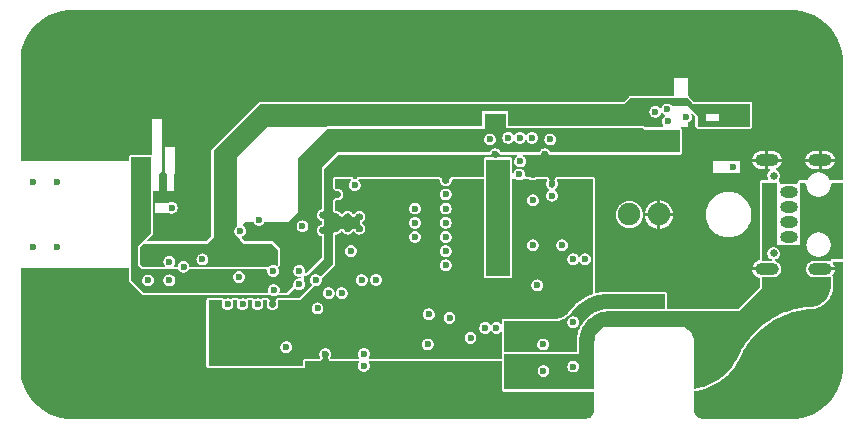
<source format=gbr>
%TF.GenerationSoftware,Altium Limited,Altium Designer,25.2.1 (25)*%
G04 Layer_Physical_Order=3*
G04 Layer_Color=16440176*
%FSLAX45Y45*%
%MOMM*%
%TF.SameCoordinates,2968D444-F816-4350-AB46-43E4CE3DDFF8*%
%TF.FilePolarity,Positive*%
%TF.FileFunction,Copper,L3,Inr,Signal*%
%TF.Part,Single*%
G01*
G75*
%TA.AperFunction,ComponentPad*%
%ADD39O,1.50000X1.00000*%
G04:AMPARAMS|DCode=40|XSize=2mm|YSize=1mm|CornerRadius=0.5mm|HoleSize=0mm|Usage=FLASHONLY|Rotation=180.000|XOffset=0mm|YOffset=0mm|HoleType=Round|Shape=RoundedRectangle|*
%AMROUNDEDRECTD40*
21,1,2.00000,0.00000,0,0,180.0*
21,1,1.00000,1.00000,0,0,180.0*
1,1,1.00000,-0.50000,0.00000*
1,1,1.00000,0.50000,0.00000*
1,1,1.00000,0.50000,0.00000*
1,1,1.00000,-0.50000,0.00000*
%
%ADD40ROUNDEDRECTD40*%
%ADD41C,0.65000*%
%ADD42C,1.90000*%
%TA.AperFunction,ViaPad*%
%ADD43C,7.00000*%
%ADD44C,0.60000*%
G36*
X2209114Y940886D02*
X2212159Y938387D01*
X2215634Y936530D01*
X2219404Y935386D01*
X2223324Y935000D01*
X2694013D01*
X2694912Y934912D01*
X2695000Y934013D01*
Y745987D01*
X2694912Y745088D01*
X2694013Y745000D01*
X2255987D01*
X2255088Y745088D01*
X2255000Y745987D01*
Y837500D01*
X2175000Y917500D01*
X2045000D01*
Y917500D01*
X2035691Y919169D01*
X2032341Y923370D01*
X2028370Y927341D01*
X2026684Y928685D01*
X2024863Y930138D01*
X2024861Y930139D01*
X2023979Y930842D01*
X2023024Y931442D01*
X2023023Y931443D01*
X2019224Y933830D01*
X2014164Y936267D01*
X2008864Y938121D01*
X2003389Y939371D01*
X2002269Y939497D01*
X2002267Y939498D01*
X1998930Y939874D01*
X1998928D01*
X1997808Y940000D01*
X1992192D01*
X1986611Y939371D01*
X1981136Y938121D01*
X1975836Y936267D01*
X1970776Y933830D01*
X1966021Y930842D01*
X1961630Y927341D01*
X1957659Y923370D01*
X1956315Y921683D01*
X1954862Y919863D01*
X1954861Y919860D01*
X1954158Y918979D01*
X1953558Y918024D01*
X1953557Y918023D01*
X1951170Y914224D01*
X1948733Y909164D01*
X1946879Y903864D01*
X1937209Y899751D01*
X1934692Y900443D01*
X1934667Y900453D01*
X1932341Y903370D01*
X1928370Y907341D01*
X1923979Y910842D01*
X1919224Y913830D01*
X1914164Y916267D01*
X1908864Y918121D01*
X1903389Y919371D01*
X1897808Y920000D01*
X1892192D01*
X1886611Y919371D01*
X1881136Y918121D01*
X1875836Y916267D01*
X1870776Y913830D01*
X1866021Y910842D01*
X1861630Y907341D01*
X1857659Y903370D01*
X1854158Y898979D01*
X1851170Y894224D01*
X1848733Y889164D01*
X1846879Y883864D01*
X1845629Y878389D01*
X1845000Y872808D01*
Y867192D01*
X1845629Y861611D01*
X1846879Y856136D01*
X1848733Y850836D01*
X1851170Y845776D01*
X1854158Y841021D01*
X1857659Y836630D01*
X1861630Y832659D01*
X1866021Y829158D01*
X1870776Y826170D01*
X1875836Y823733D01*
X1881136Y821879D01*
X1886611Y820629D01*
X1892192Y820000D01*
X1897808D01*
X1903389Y820629D01*
X1908864Y821879D01*
X1914164Y823733D01*
X1919224Y826170D01*
X1923979Y829158D01*
X1928370Y832659D01*
X1932341Y836630D01*
X1935842Y841021D01*
X1938830Y845776D01*
X1941267Y850836D01*
X1943121Y856136D01*
X1943362Y857191D01*
X1943844Y857649D01*
X1944365Y858054D01*
X1946675Y859492D01*
X1947433Y859815D01*
X1952865Y860833D01*
X1954331Y860698D01*
X1954487Y860515D01*
X1954815Y860196D01*
X1957659Y856630D01*
X1961630Y852659D01*
X1963317Y851315D01*
X1965137Y849862D01*
X1965140Y849861D01*
X1966021Y849158D01*
X1966976Y848558D01*
X1966978Y848557D01*
X1970776Y846170D01*
X1975836Y843733D01*
X1976550Y843483D01*
X1976617Y843452D01*
X1977475Y843152D01*
X1977780Y842298D01*
X1977811Y842231D01*
X1977922Y841921D01*
X1978080Y841289D01*
X1978190Y840983D01*
X1978185Y840655D01*
X1978238Y840006D01*
X1978130Y833442D01*
X1978100Y833184D01*
X1978089Y832471D01*
X1977442Y832160D01*
X1977223Y832027D01*
X1975776Y831330D01*
X1971021Y828342D01*
X1966631Y824841D01*
X1962660Y820870D01*
X1961315Y819183D01*
X1959862Y817363D01*
X1959861Y817360D01*
X1959158Y816479D01*
X1958558Y815524D01*
X1958557Y815522D01*
X1956170Y811724D01*
X1953734Y806664D01*
X1951879Y801363D01*
X1950629Y795888D01*
X1950503Y794769D01*
X1950503Y794766D01*
X1950127Y791430D01*
Y791428D01*
X1950000Y790308D01*
Y784692D01*
X1950629Y779111D01*
X1951879Y773636D01*
X1953734Y768336D01*
X1956170Y763276D01*
X1959158Y758521D01*
X1961286Y755852D01*
X1959571Y749535D01*
X1958333Y746315D01*
X1950522Y745000D01*
X1805000D01*
X1799999Y750000D01*
X1797186D01*
X1795191Y751067D01*
X1791421Y752211D01*
X1787500Y752597D01*
X650097D01*
Y855000D01*
X650000Y855983D01*
Y875000D01*
X630981D01*
X630000Y875097D01*
X450000D01*
X449015Y875000D01*
X440000D01*
X439239Y875000D01*
X430000Y875000D01*
X430000Y875001D01*
X429999Y875000D01*
X429999Y875000D01*
X430000Y865761D01*
X430000Y865000D01*
Y855981D01*
X429903Y855000D01*
Y745097D01*
X-885000D01*
X-885980Y745000D01*
X-1393284D01*
X-1647500Y490784D01*
Y-98229D01*
X-1648979Y-99158D01*
X-1653370Y-102659D01*
X-1657341Y-106630D01*
X-1660842Y-111021D01*
X-1663830Y-115776D01*
X-1666267Y-120836D01*
X-1668121Y-126137D01*
X-1669371Y-131612D01*
X-1670000Y-137192D01*
Y-142808D01*
X-1669371Y-148389D01*
X-1668121Y-153864D01*
X-1666267Y-159165D01*
X-1663830Y-164224D01*
X-1660842Y-168979D01*
X-1657341Y-173370D01*
X-1653370Y-177341D01*
X-1648979Y-180842D01*
X-1647500Y-181772D01*
Y-189597D01*
X-1647469D01*
X-1625410Y-211655D01*
X-1625309Y-211807D01*
X-1624613Y-212502D01*
X-1623987Y-213265D01*
X-1594611Y-242641D01*
X-1593570Y-243496D01*
X-1593569Y-243496D01*
X-1588634Y-248431D01*
X-1581375D01*
X-1580400Y-248527D01*
X-1351624D01*
X-1300107Y-300044D01*
Y-423473D01*
X-1312415Y-435781D01*
X-1315776Y-433670D01*
X-1320836Y-431233D01*
X-1326137Y-429378D01*
X-1331612Y-428129D01*
X-1337192Y-427500D01*
X-1342808D01*
X-1348389Y-428129D01*
X-1353864Y-429378D01*
X-1359164Y-431233D01*
X-1364224Y-433670D01*
X-1368979Y-436657D01*
X-1373370Y-440159D01*
X-1377341Y-444130D01*
X-1378035Y-445000D01*
X-1396675D01*
X-1397655Y-444903D01*
X-2050000D01*
Y-439692D01*
X-2050629Y-434112D01*
X-2051879Y-428637D01*
X-2053734Y-423336D01*
X-2056170Y-418276D01*
X-2059158Y-413521D01*
X-2062659Y-409130D01*
X-2066630Y-405159D01*
X-2071021Y-401658D01*
X-2075776Y-398670D01*
X-2080836Y-396234D01*
X-2086137Y-394379D01*
X-2091612Y-393129D01*
X-2097192Y-392500D01*
X-2102808D01*
X-2108389Y-393129D01*
X-2113864Y-394379D01*
X-2119164Y-396234D01*
X-2124224Y-398670D01*
X-2128979Y-401658D01*
X-2133370Y-405159D01*
X-2137341Y-409130D01*
X-2140842Y-413521D01*
X-2143830Y-418276D01*
X-2146267Y-423336D01*
X-2148121Y-428637D01*
X-2149371Y-434112D01*
X-2150000Y-439692D01*
Y-444903D01*
X-2180253D01*
X-2181084Y-443918D01*
X-2184192Y-434903D01*
X-2182659Y-433370D01*
X-2179158Y-428979D01*
X-2176170Y-424224D01*
X-2173733Y-419165D01*
X-2171879Y-413864D01*
X-2170629Y-408389D01*
X-2170000Y-402808D01*
Y-397192D01*
X-2170629Y-391612D01*
X-2171879Y-386137D01*
X-2173733Y-380836D01*
X-2176170Y-375776D01*
X-2179158Y-371021D01*
X-2182659Y-366630D01*
X-2186630Y-362659D01*
X-2191021Y-359158D01*
X-2195776Y-356170D01*
X-2200836Y-353734D01*
X-2206136Y-351879D01*
X-2211611Y-350629D01*
X-2217192Y-350000D01*
X-2222808D01*
X-2228388Y-350629D01*
X-2233863Y-351879D01*
X-2239164Y-353734D01*
X-2244224Y-356170D01*
X-2248979Y-359158D01*
X-2253370Y-362659D01*
X-2257341Y-366630D01*
X-2260842Y-371021D01*
X-2263830Y-375776D01*
X-2266266Y-380836D01*
X-2268121Y-386137D01*
X-2269371Y-391612D01*
X-2270000Y-397192D01*
Y-402808D01*
X-2269371Y-408389D01*
X-2268121Y-413864D01*
X-2266266Y-419165D01*
X-2263830Y-424224D01*
X-2260842Y-428979D01*
X-2257341Y-433370D01*
X-2255808Y-434903D01*
X-2258916Y-443918D01*
X-2259746Y-444903D01*
X-2441661D01*
X-2464893Y-421671D01*
Y-271760D01*
X-2441564Y-248431D01*
X-2321904D01*
X-2010622Y-248431D01*
X-1902903D01*
X-1844069Y-189597D01*
Y539945D01*
X-1843975Y540893D01*
X-1843371Y541629D01*
X-1450698Y934302D01*
X-1449962Y934907D01*
X-1449013Y935000D01*
X1635000D01*
X1682500Y982500D01*
X2167500D01*
X2209114Y940886D01*
D02*
G37*
G36*
X3133991Y1722259D02*
X3188388Y1707684D01*
X3240419Y1686131D01*
X3289190Y1657974D01*
X3333868Y1623691D01*
X3373691Y1583868D01*
X3407974Y1539190D01*
X3436131Y1490420D01*
X3457683Y1438389D01*
X3472258Y1383993D01*
X3479609Y1328158D01*
Y1300000D01*
Y290097D01*
X3388308D01*
X3387462Y290013D01*
X3386613Y290025D01*
X3385507Y289821D01*
X3384387Y289711D01*
X3383574Y289464D01*
X3382739Y289310D01*
X3374735Y292000D01*
X3373948Y292460D01*
X3372328Y293915D01*
X3371765Y294562D01*
X3371668Y294704D01*
X3368449Y301605D01*
X3363952Y309394D01*
X3358793Y316762D01*
X3353012Y323652D01*
X3346652Y330012D01*
X3339762Y335793D01*
X3332395Y340952D01*
X3324605Y345449D01*
X3316454Y349250D01*
X3308003Y352326D01*
X3299315Y354654D01*
X3290457Y356216D01*
X3281497Y357000D01*
X3272503D01*
X3263543Y356216D01*
X3254686Y354654D01*
X3245998Y352326D01*
X3237546Y349250D01*
X3229395Y345449D01*
X3221606Y340952D01*
X3214238Y335793D01*
X3207348Y330012D01*
X3200989Y323652D01*
X3195207Y316762D01*
X3190048Y309394D01*
X3185551Y301605D01*
X3182333Y294704D01*
X3182236Y294562D01*
X3181676Y293918D01*
X3180051Y292458D01*
X3179264Y291999D01*
X3171262Y289310D01*
X3170427Y289464D01*
X3169613Y289711D01*
X3168493Y289821D01*
X3167388Y290025D01*
X3166538Y290013D01*
X3165693Y290097D01*
X3119208D01*
X3118508Y290028D01*
X3117803Y290048D01*
X3116551Y289835D01*
X3115287Y289711D01*
X3114613Y289506D01*
X3113919Y289388D01*
X3112732Y288935D01*
X3111517Y288567D01*
X3110898Y288236D01*
X3110238Y287984D01*
X3109162Y287308D01*
X3108043Y286710D01*
X3107498Y286263D01*
X3106902Y285889D01*
X3105979Y285016D01*
X3104997Y284211D01*
X3104551Y283667D01*
X3104039Y283183D01*
X3103303Y282146D01*
X3102498Y281165D01*
X3102166Y280544D01*
X3101759Y279970D01*
X3101239Y278809D01*
X3100641Y277691D01*
X3100437Y277018D01*
X3100149Y276374D01*
X3099866Y275135D01*
X3099497Y273921D01*
X3099428Y273220D01*
X3099271Y272534D01*
X3098064Y263034D01*
X3098028Y261768D01*
X3097904Y260510D01*
Y260500D01*
X3049711D01*
X3048000Y260584D01*
X2998000D01*
X2996289Y260500D01*
X2948097D01*
Y260510D01*
X2947972Y261768D01*
X2947936Y263034D01*
X2946729Y272534D01*
X2946572Y273220D01*
X2946503Y273921D01*
X2946135Y275135D01*
X2945852Y276374D01*
X2945564Y277018D01*
X2945360Y277691D01*
X2944762Y278809D01*
X2944242Y279970D01*
X2943834Y280544D01*
X2943503Y281165D01*
X2942697Y282146D01*
X2941962Y283183D01*
X2941450Y283667D01*
X2941003Y284211D01*
X2940071Y284976D01*
X2940021Y285017D01*
X2938534Y287896D01*
X2937479Y292374D01*
X2937322Y294234D01*
X2937390Y295214D01*
X2937868Y297337D01*
X2937987Y297644D01*
X2939293Y299282D01*
X2942460Y304323D01*
X2945043Y309686D01*
X2947009Y315305D01*
X2948333Y321108D01*
X2949000Y327024D01*
Y332976D01*
X2948333Y338892D01*
X2947009Y344696D01*
X2945043Y350314D01*
X2942460Y355677D01*
X2939293Y360718D01*
X2935581Y365372D01*
X2931372Y369581D01*
X2926718Y373293D01*
X2921677Y376460D01*
X2916314Y379043D01*
X2915367Y379374D01*
X2915329Y389982D01*
X2918889Y391256D01*
X2925586Y394423D01*
X2931941Y398232D01*
X2937891Y402645D01*
X2943380Y407620D01*
X2948355Y413109D01*
X2952768Y419060D01*
X2956577Y425414D01*
X2959744Y432111D01*
X2962240Y439086D01*
X2964040Y446273D01*
X2964341Y448301D01*
X2852700D01*
Y385509D01*
X2866066D01*
X2868636Y380045D01*
X2868809Y375509D01*
X2865282Y373293D01*
X2860628Y369581D01*
X2856419Y365372D01*
X2852707Y360718D01*
X2849540Y355677D01*
X2846957Y350314D01*
X2844991Y344696D01*
X2843667Y338892D01*
X2843000Y332976D01*
Y327024D01*
X2843667Y321108D01*
X2844991Y315305D01*
X2846957Y309686D01*
X2849540Y304323D01*
X2852195Y300097D01*
X2851469Y297202D01*
X2847242Y290097D01*
X2798900D01*
X2794980Y289711D01*
X2791210Y288567D01*
X2787735Y286710D01*
X2784690Y284211D01*
X2782191Y281165D01*
X2780334Y277691D01*
X2779190Y273921D01*
X2778804Y270000D01*
Y-386436D01*
X2775272Y-386960D01*
X2768086Y-388760D01*
X2761111Y-391256D01*
X2754414Y-394423D01*
X2748059Y-398232D01*
X2742109Y-402645D01*
X2736620Y-407620D01*
X2731645Y-413109D01*
X2727232Y-419060D01*
X2723423Y-425414D01*
X2720255Y-432111D01*
X2717760Y-439086D01*
X2715960Y-446273D01*
X2715659Y-448300D01*
X2840000D01*
Y-473700D01*
X2715659D01*
X2715960Y-475728D01*
X2717760Y-482914D01*
X2720255Y-489889D01*
X2723423Y-496586D01*
X2727232Y-502941D01*
X2731645Y-508891D01*
X2736620Y-514380D01*
X2742109Y-519355D01*
X2748059Y-523768D01*
X2754414Y-527577D01*
X2761111Y-530744D01*
X2768086Y-533240D01*
X2775272Y-535040D01*
X2778804Y-535564D01*
Y-617775D01*
X2596675Y-799904D01*
X1995097D01*
Y-672500D01*
X1994711Y-668580D01*
X1993567Y-664810D01*
X1991710Y-661335D01*
X1989211Y-658290D01*
X1986165Y-655790D01*
X1982691Y-653933D01*
X1978921Y-652790D01*
X1975000Y-652404D01*
X1492433D01*
X1492052Y-652441D01*
X1491668Y-652418D01*
X1476545Y-652994D01*
X1476165Y-653046D01*
X1475782Y-653038D01*
X1460692Y-654189D01*
X1460314Y-654255D01*
X1459930Y-654262D01*
X1444895Y-655986D01*
X1444520Y-656067D01*
X1444137Y-656088D01*
X1429178Y-658383D01*
X1428806Y-658478D01*
X1428424Y-658514D01*
X1413564Y-661377D01*
X1413197Y-661486D01*
X1412816Y-661536D01*
X1398075Y-664963D01*
X1397711Y-665086D01*
X1397334Y-665150D01*
X1393045Y-666321D01*
X1385097Y-660252D01*
Y300000D01*
X1384711Y303920D01*
X1383567Y307690D01*
X1381710Y311165D01*
X1379211Y314210D01*
X1376165Y316710D01*
X1372691Y318567D01*
X1368921Y319710D01*
X1365000Y320096D01*
X1064595D01*
X1063078Y319947D01*
X1061559Y319866D01*
X1061123Y319755D01*
X1060674Y319710D01*
X1059217Y319268D01*
X1057742Y318892D01*
X1057335Y318697D01*
X1056904Y318567D01*
X1055565Y317851D01*
X1054188Y317192D01*
X1053826Y316922D01*
X1053430Y316710D01*
X1052254Y315744D01*
X1051034Y314831D01*
X1050782Y314601D01*
X1050637Y314439D01*
X1050465Y314305D01*
X1049321Y312975D01*
X1048149Y311670D01*
X1048038Y311484D01*
X1047896Y311319D01*
X1047035Y309793D01*
X1046138Y308283D01*
X1046066Y308077D01*
X1045959Y307888D01*
X1041645Y298118D01*
X1041308Y297095D01*
X1040881Y296103D01*
X1040694Y295227D01*
X1040414Y294376D01*
X1040283Y293305D01*
X1040058Y292251D01*
X1040045Y291354D01*
X1039937Y290465D01*
X1040018Y289390D01*
X1040003Y288311D01*
X1040165Y287431D01*
X1040232Y286537D01*
X1040522Y285495D01*
X1040717Y284437D01*
X1041048Y283605D01*
X1041288Y282741D01*
X1041775Y281778D01*
X1042173Y280776D01*
X1042660Y280025D01*
X1043064Y279224D01*
X1043729Y278375D01*
X1044316Y277470D01*
X1044426Y277331D01*
X1046213Y274488D01*
X1047670Y271461D01*
X1048779Y268292D01*
X1049527Y265016D01*
X1049903Y261680D01*
Y258320D01*
X1049527Y254983D01*
X1048779Y251708D01*
X1047670Y248539D01*
X1046213Y245513D01*
X1044426Y242668D01*
X1042332Y240042D01*
X1039958Y237669D01*
X1037330Y235573D01*
X1034488Y233787D01*
X1034025Y233564D01*
X1032638Y232720D01*
X1031226Y231926D01*
X1030960Y231698D01*
X1030660Y231515D01*
X1029464Y230416D01*
X1028235Y229362D01*
X1028018Y229086D01*
X1027760Y228849D01*
X1026805Y227543D01*
X1025801Y226264D01*
X1025642Y225951D01*
X1025435Y225669D01*
X1021574Y224477D01*
X1020007Y224285D01*
X1018421Y224479D01*
X1014565Y225669D01*
X1014358Y225952D01*
X1014199Y226264D01*
X1013196Y227542D01*
X1012240Y228849D01*
X1011982Y229086D01*
X1011765Y229362D01*
X1010533Y230418D01*
X1009340Y231515D01*
X1009040Y231698D01*
X1008774Y231926D01*
X1007358Y232722D01*
X1005975Y233564D01*
X1005514Y233786D01*
X1002668Y235574D01*
X1000042Y237668D01*
X997669Y240042D01*
X995573Y242670D01*
X993787Y245512D01*
X992330Y248538D01*
X991221Y251708D01*
X990473Y254984D01*
X990097Y258320D01*
Y261680D01*
X990473Y265016D01*
X991221Y268292D01*
X992329Y271461D01*
X993787Y274487D01*
X995574Y277332D01*
X995684Y277470D01*
X996271Y278375D01*
X996936Y279224D01*
X997340Y280025D01*
X997827Y280776D01*
X998225Y281778D01*
X998712Y282741D01*
X998952Y283605D01*
X999283Y284437D01*
X999478Y285495D01*
X999768Y286537D01*
X999835Y287432D01*
X999997Y288311D01*
X999982Y289388D01*
X1000063Y290465D01*
X999955Y291356D01*
X999942Y292251D01*
X999717Y293304D01*
X999586Y294376D01*
X999306Y295227D01*
X999119Y296103D01*
X998692Y297095D01*
X998355Y298118D01*
X994041Y307888D01*
X993934Y308077D01*
X993862Y308283D01*
X992965Y309793D01*
X992104Y311319D01*
X991962Y311484D01*
X991851Y311670D01*
X990676Y312979D01*
X989535Y314305D01*
X989364Y314439D01*
X989218Y314601D01*
X988966Y314831D01*
X987746Y315744D01*
X986570Y316710D01*
X986174Y316922D01*
X985812Y317192D01*
X984436Y317850D01*
X983096Y318567D01*
X982665Y318697D01*
X982258Y318892D01*
X980784Y319268D01*
X979326Y319710D01*
X978877Y319755D01*
X978441Y319866D01*
X976922Y319947D01*
X975405Y320096D01*
X887534D01*
X886691Y320013D01*
X885844Y320025D01*
X884736Y319821D01*
X883613Y319710D01*
X882801Y319464D01*
X881970Y319311D01*
X880923Y318894D01*
X879844Y318567D01*
X879097Y318167D01*
X878309Y317854D01*
X877364Y317241D01*
X876369Y316710D01*
X875714Y316172D01*
X875003Y315711D01*
X874831Y315574D01*
X871988Y313788D01*
X868961Y312330D01*
X865792Y311221D01*
X862516Y310473D01*
X859180Y310097D01*
X855820D01*
X852483Y310473D01*
X849208Y311221D01*
X846039Y312330D01*
X843013Y313787D01*
X840169Y315574D01*
X839997Y315711D01*
X839286Y316172D01*
X838631Y316710D01*
X837638Y317240D01*
X836690Y317854D01*
X835902Y318168D01*
X835156Y318567D01*
X834077Y318894D01*
X833030Y319311D01*
X832198Y319464D01*
X831386Y319710D01*
X830264Y319821D01*
X829156Y320025D01*
X828308Y320013D01*
X827466Y320096D01*
X799103D01*
X796547Y321917D01*
X791525Y330097D01*
X791871Y331612D01*
X792500Y337192D01*
Y342808D01*
X791871Y348389D01*
X790622Y353864D01*
X788767Y359165D01*
X786330Y364224D01*
X783343Y368979D01*
X779841Y373370D01*
X775870Y377341D01*
X771480Y380843D01*
X766724Y383830D01*
X761665Y386267D01*
X756364Y388122D01*
X750889Y389371D01*
X745308Y390000D01*
X739692D01*
X734112Y389371D01*
X728637Y388122D01*
X723336Y386267D01*
X718276Y383830D01*
X713521Y380843D01*
X709131Y377341D01*
X705160Y373370D01*
X701658Y368979D01*
X698670Y364224D01*
X696234Y359165D01*
X694379Y353864D01*
X693129Y348389D01*
X693097Y348101D01*
X683097Y348662D01*
Y465000D01*
X682711Y468921D01*
X681567Y472691D01*
X679710Y476165D01*
X677211Y479211D01*
X674165Y481710D01*
X670691Y483567D01*
X666921Y484711D01*
X663000Y485097D01*
X561794D01*
X561231Y485041D01*
X560667Y485065D01*
X559277Y484849D01*
X557873Y484711D01*
X557332Y484547D01*
X556774Y484460D01*
X555450Y483975D01*
X554103Y483567D01*
X553606Y483301D01*
X553074Y483106D01*
X551461Y482330D01*
X548292Y481221D01*
X545016Y480473D01*
X541680Y480097D01*
X538320D01*
X534983Y480473D01*
X531708Y481221D01*
X528540Y482329D01*
X526926Y483106D01*
X526394Y483301D01*
X525897Y483567D01*
X524550Y483975D01*
X523226Y484460D01*
X522668Y484547D01*
X522127Y484711D01*
X520723Y484849D01*
X519333Y485065D01*
X518769Y485041D01*
X518206Y485097D01*
X463000D01*
X459080Y484711D01*
X455310Y483567D01*
X451835Y481710D01*
X448790Y479211D01*
X446290Y476165D01*
X444433Y472691D01*
X443290Y468921D01*
X442904Y465000D01*
Y320096D01*
X179036D01*
X178204Y320014D01*
X177365Y320027D01*
X176246Y319822D01*
X175115Y319710D01*
X174313Y319467D01*
X173490Y319316D01*
X172433Y318897D01*
X171345Y318567D01*
X170607Y318172D01*
X169828Y317863D01*
X168873Y317245D01*
X167871Y316710D01*
X167224Y316179D01*
X166520Y315724D01*
X157484Y308531D01*
X156667Y307738D01*
X155789Y307018D01*
X155259Y306372D01*
X154657Y305788D01*
X154010Y304851D01*
X153289Y303972D01*
X152894Y303233D01*
X152419Y302545D01*
X151968Y301501D01*
X151432Y300498D01*
X151189Y299698D01*
X150857Y298928D01*
X150619Y297816D01*
X150288Y296728D01*
X150206Y295894D01*
X150031Y295076D01*
X150014Y293940D01*
X149902Y292807D01*
Y288319D01*
X149526Y284983D01*
X148779Y281708D01*
X147670Y278538D01*
X146212Y275512D01*
X144425Y272668D01*
X142331Y270042D01*
X139957Y267668D01*
X137329Y265572D01*
X134488Y263787D01*
X131461Y262329D01*
X128291Y261220D01*
X125015Y260472D01*
X121679Y260096D01*
X118319D01*
X114983Y260472D01*
X111707Y261220D01*
X108538Y262329D01*
X105512Y263786D01*
X102668Y265573D01*
X100041Y267668D01*
X97668Y270041D01*
X95572Y272669D01*
X93787Y275511D01*
X92329Y278538D01*
X91220Y281708D01*
X90472Y284983D01*
X90096Y288319D01*
Y292807D01*
X89985Y293939D01*
X89968Y295076D01*
X89792Y295894D01*
X89710Y296728D01*
X89380Y297817D01*
X89141Y298928D01*
X88809Y299697D01*
X88566Y300498D01*
X88030Y301501D01*
X87579Y302545D01*
X87104Y303233D01*
X86709Y303972D01*
X85988Y304852D01*
X85342Y305787D01*
X84741Y306370D01*
X84210Y307018D01*
X83330Y307740D01*
X82515Y308531D01*
X73478Y315724D01*
X72775Y316179D01*
X72128Y316710D01*
X71126Y317245D01*
X70170Y317863D01*
X69391Y318172D01*
X68653Y318567D01*
X67565Y318897D01*
X66508Y319316D01*
X65686Y319467D01*
X64884Y319710D01*
X63750Y319822D01*
X62633Y320027D01*
X61797Y320014D01*
X60963Y320096D01*
X-616799D01*
X-618372Y319941D01*
X-619942Y319849D01*
X-620325Y319749D01*
X-620720Y319710D01*
X-622229Y319252D01*
X-623754Y318854D01*
X-624111Y318681D01*
X-624489Y318567D01*
X-625880Y317823D01*
X-627299Y317135D01*
X-627615Y316896D01*
X-627964Y316710D01*
X-629184Y315708D01*
X-630440Y314757D01*
X-630703Y314462D01*
X-631009Y314210D01*
X-632010Y312991D01*
X-633057Y311812D01*
X-633258Y311471D01*
X-633509Y311165D01*
X-634251Y309776D01*
X-635050Y308414D01*
X-638027Y301955D01*
X-638630Y300217D01*
X-639140Y298807D01*
X-641611Y299371D01*
X-647192Y300000D01*
X-652808D01*
X-658389Y299371D01*
X-660859Y298807D01*
X-661370Y300217D01*
X-661973Y301955D01*
X-664950Y308414D01*
X-665750Y309778D01*
X-666491Y311165D01*
X-666742Y311470D01*
X-666943Y311813D01*
X-667992Y312993D01*
X-668991Y314210D01*
X-669297Y314462D01*
X-669560Y314757D01*
X-670816Y315708D01*
X-672036Y316710D01*
X-672385Y316896D01*
X-672701Y317135D01*
X-674120Y317823D01*
X-675510Y318567D01*
X-675889Y318681D01*
X-676246Y318854D01*
X-677771Y319252D01*
X-679280Y319710D01*
X-679675Y319749D01*
X-680058Y319849D01*
X-681631Y319942D01*
X-683201Y320096D01*
X-815000D01*
X-818921Y319710D01*
X-822691Y318567D01*
X-826165Y316710D01*
X-829211Y314210D01*
X-831710Y311165D01*
X-833567Y307690D01*
X-834711Y303920D01*
X-835097Y300000D01*
Y226869D01*
X-835002Y225899D01*
X-835003Y224925D01*
X-834809Y223945D01*
X-834711Y222948D01*
X-834428Y222016D01*
X-834239Y221060D01*
X-833858Y220135D01*
X-833567Y219178D01*
X-833108Y218319D01*
X-832736Y217419D01*
X-832182Y216586D01*
X-831710Y215704D01*
X-831092Y214951D01*
X-830552Y214140D01*
X-829845Y213431D01*
X-829211Y212658D01*
X-828459Y212041D01*
X-827770Y211351D01*
X-819032Y204160D01*
X-817922Y203417D01*
X-816864Y202606D01*
X-816290Y202323D01*
X-815759Y201967D01*
X-814528Y201456D01*
X-813329Y200865D01*
X-812710Y200700D01*
X-812121Y200455D01*
X-810812Y200193D01*
X-809523Y199848D01*
X-808261Y199641D01*
X-807471Y199589D01*
X-806689Y199445D01*
X-805506Y199462D01*
X-804330Y199385D01*
X-803543Y199490D01*
X-802749Y199501D01*
X-799180Y199903D01*
X-795820D01*
X-792483Y199527D01*
X-789208Y198779D01*
X-786039Y197670D01*
X-783012Y196213D01*
X-780168Y194426D01*
X-777542Y192332D01*
X-775168Y189958D01*
X-773073Y187330D01*
X-771287Y184488D01*
X-769830Y181461D01*
X-768720Y178292D01*
X-767973Y175016D01*
X-767597Y171680D01*
Y168320D01*
X-767973Y164983D01*
X-768720Y161708D01*
X-769829Y158539D01*
X-771287Y155513D01*
X-773074Y152668D01*
X-775168Y150042D01*
X-777542Y147668D01*
X-780170Y145573D01*
X-783011Y143787D01*
X-786038Y142330D01*
X-789208Y141220D01*
X-792484Y140473D01*
X-795820Y140097D01*
X-799180D01*
X-802749Y140499D01*
X-803543Y140510D01*
X-804330Y140614D01*
X-805506Y140538D01*
X-806689Y140555D01*
X-807471Y140410D01*
X-808261Y140359D01*
X-809523Y140152D01*
X-810812Y139807D01*
X-812121Y139545D01*
X-812710Y139300D01*
X-813329Y139135D01*
X-814528Y138544D01*
X-815759Y138033D01*
X-816290Y137677D01*
X-816864Y137394D01*
X-817922Y136583D01*
X-819032Y135840D01*
X-827770Y128649D01*
X-828459Y127959D01*
X-829211Y127341D01*
X-829845Y126568D01*
X-830552Y125860D01*
X-831092Y125049D01*
X-831710Y124296D01*
X-832182Y123414D01*
X-832736Y122581D01*
X-833108Y121680D01*
X-833567Y120821D01*
X-833858Y119865D01*
X-834239Y118940D01*
X-834428Y117984D01*
X-834711Y117052D01*
X-834809Y116055D01*
X-835003Y115074D01*
X-835002Y114101D01*
X-835097Y113131D01*
Y31959D01*
X-835042Y31396D01*
X-835065Y30832D01*
X-834849Y29442D01*
X-834711Y28039D01*
X-834547Y27497D01*
X-834460Y26938D01*
X-833976Y25615D01*
X-833567Y24269D01*
X-833301Y23771D01*
X-833107Y23239D01*
X-832373Y22034D01*
X-831710Y20794D01*
X-831352Y20358D01*
X-831058Y19874D01*
X-830103Y18836D01*
X-829211Y17749D01*
X-828774Y17390D01*
X-828391Y16974D01*
X-826198Y15014D01*
X-825061Y14183D01*
X-823972Y13290D01*
X-823474Y13023D01*
X-823017Y12690D01*
X-821740Y12096D01*
X-820498Y11433D01*
X-819957Y11268D01*
X-819444Y11030D01*
X-818076Y10698D01*
X-816728Y10289D01*
X-816165Y10234D01*
X-815616Y10100D01*
X-814209Y10041D01*
X-812807Y9903D01*
X-808320D01*
X-804983Y9527D01*
X-801708Y8779D01*
X-798538Y7670D01*
X-795512Y6213D01*
X-792668Y4426D01*
X-790042Y2331D01*
X-787668Y-42D01*
X-785573Y-2670D01*
X-783787Y-5512D01*
X-783564Y-5975D01*
X-782719Y-7362D01*
X-781926Y-8774D01*
X-781698Y-9040D01*
X-781515Y-9340D01*
X-780416Y-10536D01*
X-779362Y-11766D01*
X-779086Y-11982D01*
X-778849Y-12240D01*
X-777543Y-13195D01*
X-776264Y-14200D01*
X-775951Y-14359D01*
X-775668Y-14565D01*
X-774199Y-15247D01*
X-772751Y-15982D01*
X-772089Y-16240D01*
X-770399Y-16714D01*
X-768716Y-17224D01*
X-768502Y-17245D01*
X-768295Y-17303D01*
X-766544Y-17438D01*
X-764795Y-17610D01*
X-755204D01*
X-753455Y-17438D01*
X-751704Y-17303D01*
X-751497Y-17245D01*
X-751283Y-17224D01*
X-749600Y-16714D01*
X-747910Y-16240D01*
X-747248Y-15982D01*
X-745803Y-15249D01*
X-744331Y-14565D01*
X-744048Y-14358D01*
X-743735Y-14200D01*
X-742458Y-13196D01*
X-741150Y-12240D01*
X-740913Y-11982D01*
X-740637Y-11766D01*
X-739581Y-10534D01*
X-738484Y-9340D01*
X-738302Y-9040D01*
X-738074Y-8774D01*
X-737277Y-7358D01*
X-736435Y-5975D01*
X-736213Y-5514D01*
X-734426Y-2669D01*
X-732331Y-42D01*
X-729958Y2331D01*
X-727330Y4427D01*
X-724488Y6212D01*
X-721461Y7670D01*
X-718291Y8779D01*
X-715016Y9527D01*
X-711680Y9903D01*
X-708320D01*
X-704983Y9527D01*
X-701708Y8779D01*
X-698538Y7670D01*
X-695512Y6213D01*
X-692668Y4426D01*
X-690042Y2331D01*
X-687668Y-42D01*
X-685573Y-2670D01*
X-683787Y-5512D01*
X-683564Y-5975D01*
X-682719Y-7362D01*
X-681925Y-8774D01*
X-681698Y-9040D01*
X-681515Y-9340D01*
X-680416Y-10536D01*
X-679362Y-11766D01*
X-679086Y-11982D01*
X-678849Y-12240D01*
X-677543Y-13195D01*
X-676264Y-14200D01*
X-675951Y-14359D01*
X-675668Y-14565D01*
X-674199Y-15247D01*
X-672751Y-15982D01*
X-672089Y-16240D01*
X-670399Y-16714D01*
X-668716Y-17224D01*
X-668502Y-17245D01*
X-668295Y-17303D01*
X-666544Y-17438D01*
X-664795Y-17610D01*
X-655204D01*
X-653455Y-17438D01*
X-651704Y-17303D01*
X-651497Y-17245D01*
X-651283Y-17224D01*
X-649600Y-16714D01*
X-647910Y-16240D01*
X-647248Y-15982D01*
X-645803Y-15249D01*
X-644331Y-14565D01*
X-644048Y-14358D01*
X-643735Y-14200D01*
X-642458Y-13196D01*
X-641150Y-12240D01*
X-640913Y-11982D01*
X-640637Y-11766D01*
X-639581Y-10534D01*
X-638484Y-9340D01*
X-638302Y-9040D01*
X-638074Y-8774D01*
X-637277Y-7358D01*
X-636435Y-5975D01*
X-636213Y-5514D01*
X-634426Y-2669D01*
X-632331Y-42D01*
X-629958Y2331D01*
X-627330Y4427D01*
X-624488Y6212D01*
X-621461Y7670D01*
X-618291Y8779D01*
X-615016Y9527D01*
X-611679Y9903D01*
X-608320D01*
X-604983Y9527D01*
X-601708Y8779D01*
X-598538Y7670D01*
X-595512Y6213D01*
X-592668Y4426D01*
X-590042Y2331D01*
X-587668Y-42D01*
X-585573Y-2670D01*
X-583787Y-5512D01*
X-582329Y-8539D01*
X-581220Y-11708D01*
X-580472Y-14984D01*
X-580096Y-18320D01*
Y-21680D01*
X-580472Y-25017D01*
X-581220Y-28292D01*
X-582329Y-31461D01*
X-583786Y-34488D01*
X-585573Y-37332D01*
X-587668Y-39958D01*
X-590041Y-42332D01*
X-592669Y-44427D01*
X-595512Y-46214D01*
X-595975Y-46437D01*
X-597360Y-47280D01*
X-598772Y-48074D01*
X-599039Y-48302D01*
X-599340Y-48486D01*
X-600533Y-49583D01*
X-601764Y-50637D01*
X-601982Y-50914D01*
X-602240Y-51152D01*
X-603196Y-52460D01*
X-604198Y-53735D01*
X-604357Y-54048D01*
X-604565Y-54333D01*
X-605249Y-55806D01*
X-605981Y-57248D01*
X-606239Y-57909D01*
X-606713Y-59603D01*
X-607223Y-61283D01*
X-607244Y-61496D01*
X-607302Y-61702D01*
X-607437Y-63453D01*
X-607609Y-65204D01*
Y-74796D01*
X-607437Y-76548D01*
X-607302Y-78298D01*
X-607244Y-78503D01*
X-607223Y-78717D01*
X-606713Y-80399D01*
X-606239Y-82091D01*
X-605981Y-82752D01*
X-605246Y-84199D01*
X-604565Y-85668D01*
X-604357Y-85951D01*
X-604198Y-86266D01*
X-603196Y-87541D01*
X-602240Y-88848D01*
X-601981Y-89086D01*
X-601764Y-89363D01*
X-600537Y-90414D01*
X-599340Y-91515D01*
X-599038Y-91699D01*
X-598772Y-91926D01*
X-597363Y-92719D01*
X-595975Y-93564D01*
X-595513Y-93786D01*
X-592668Y-95574D01*
X-590042Y-97668D01*
X-587668Y-100042D01*
X-585573Y-102670D01*
X-583787Y-105512D01*
X-582329Y-108539D01*
X-581220Y-111708D01*
X-580472Y-114984D01*
X-580096Y-118320D01*
Y-121680D01*
X-580472Y-125017D01*
X-581220Y-128292D01*
X-582329Y-131461D01*
X-583786Y-134487D01*
X-585573Y-137332D01*
X-587668Y-139958D01*
X-590041Y-142331D01*
X-592669Y-144427D01*
X-595511Y-146213D01*
X-598538Y-147670D01*
X-601708Y-148779D01*
X-604984Y-149527D01*
X-608320Y-149903D01*
X-611679D01*
X-615016Y-149527D01*
X-618291Y-148779D01*
X-621461Y-147671D01*
X-624487Y-146213D01*
X-627331Y-144426D01*
X-629957Y-142332D01*
X-632331Y-139958D01*
X-634426Y-137330D01*
X-636213Y-134488D01*
X-636435Y-134025D01*
X-637280Y-132638D01*
X-638074Y-131226D01*
X-638301Y-130960D01*
X-638484Y-130660D01*
X-639583Y-129464D01*
X-640637Y-128235D01*
X-640913Y-128018D01*
X-641150Y-127760D01*
X-642456Y-126805D01*
X-643735Y-125801D01*
X-644048Y-125642D01*
X-644331Y-125435D01*
X-645800Y-124753D01*
X-647248Y-124018D01*
X-647910Y-123760D01*
X-649600Y-123287D01*
X-651283Y-122776D01*
X-651497Y-122755D01*
X-651704Y-122697D01*
X-653455Y-122562D01*
X-655204Y-122390D01*
X-664795D01*
X-666544Y-122562D01*
X-668295Y-122697D01*
X-668502Y-122755D01*
X-668716Y-122776D01*
X-670399Y-123287D01*
X-672089Y-123760D01*
X-672751Y-124018D01*
X-674196Y-124751D01*
X-675668Y-125435D01*
X-675951Y-125642D01*
X-676264Y-125801D01*
X-677541Y-126804D01*
X-678849Y-127760D01*
X-679086Y-128018D01*
X-679362Y-128235D01*
X-680418Y-129467D01*
X-681515Y-130660D01*
X-681697Y-130960D01*
X-681925Y-131226D01*
X-682722Y-132642D01*
X-683564Y-134025D01*
X-683786Y-134486D01*
X-685573Y-137332D01*
X-687668Y-139958D01*
X-690042Y-142331D01*
X-692669Y-144427D01*
X-695511Y-146213D01*
X-698538Y-147670D01*
X-701708Y-148779D01*
X-704984Y-149527D01*
X-708320Y-149903D01*
X-711680D01*
X-715016Y-149527D01*
X-718291Y-148779D01*
X-721461Y-147671D01*
X-724487Y-146213D01*
X-727331Y-144426D01*
X-729957Y-142332D01*
X-732331Y-139958D01*
X-734427Y-137330D01*
X-736213Y-134488D01*
X-736435Y-134025D01*
X-737280Y-132638D01*
X-738074Y-131226D01*
X-738301Y-130960D01*
X-738484Y-130660D01*
X-739583Y-129464D01*
X-740637Y-128235D01*
X-740913Y-128018D01*
X-741150Y-127760D01*
X-742456Y-126805D01*
X-743735Y-125801D01*
X-744049Y-125642D01*
X-744331Y-125435D01*
X-745800Y-124753D01*
X-747248Y-124018D01*
X-747910Y-123760D01*
X-749600Y-123287D01*
X-751283Y-122776D01*
X-751497Y-122755D01*
X-751704Y-122697D01*
X-753455Y-122562D01*
X-755204Y-122390D01*
X-764795D01*
X-766544Y-122562D01*
X-768295Y-122697D01*
X-768502Y-122755D01*
X-768716Y-122776D01*
X-770399Y-123287D01*
X-772089Y-123760D01*
X-772751Y-124018D01*
X-774196Y-124751D01*
X-775669Y-125435D01*
X-775951Y-125642D01*
X-776264Y-125801D01*
X-777541Y-126804D01*
X-778849Y-127760D01*
X-779086Y-128018D01*
X-779362Y-128235D01*
X-780418Y-129467D01*
X-781515Y-130660D01*
X-781697Y-130960D01*
X-781926Y-131226D01*
X-782722Y-132642D01*
X-783564Y-134025D01*
X-783786Y-134486D01*
X-785573Y-137332D01*
X-787668Y-139958D01*
X-790042Y-142331D01*
X-792669Y-144427D01*
X-795511Y-146213D01*
X-798538Y-147670D01*
X-801708Y-148779D01*
X-804984Y-149527D01*
X-808320Y-149903D01*
X-812807D01*
X-814209Y-150041D01*
X-815616Y-150100D01*
X-816165Y-150234D01*
X-816728Y-150289D01*
X-818077Y-150698D01*
X-819444Y-151031D01*
X-819957Y-151269D01*
X-820498Y-151433D01*
X-821737Y-152095D01*
X-823017Y-152690D01*
X-823475Y-153024D01*
X-823972Y-153290D01*
X-825060Y-154182D01*
X-826198Y-155014D01*
X-828391Y-156974D01*
X-828774Y-157390D01*
X-829211Y-157749D01*
X-830104Y-158837D01*
X-831057Y-159874D01*
X-831351Y-160357D01*
X-831710Y-160794D01*
X-832375Y-162038D01*
X-833106Y-163239D01*
X-833300Y-163770D01*
X-833567Y-164269D01*
X-833976Y-165617D01*
X-834460Y-166939D01*
X-834547Y-167497D01*
X-834711Y-168039D01*
X-834849Y-169442D01*
X-835065Y-170832D01*
X-835042Y-171396D01*
X-835097Y-171960D01*
Y-421676D01*
X-935457Y-522035D01*
X-942659Y-521631D01*
X-946630Y-517660D01*
X-951021Y-514158D01*
X-955776Y-511170D01*
X-960836Y-508734D01*
X-966136Y-506879D01*
X-971611Y-505629D01*
X-977192Y-505001D01*
X-982808D01*
X-988389Y-505629D01*
X-993864Y-506879D01*
X-999164Y-508734D01*
X-1004224Y-511170D01*
X-1008979Y-514158D01*
X-1013370Y-517660D01*
X-1017341Y-521631D01*
X-1020842Y-526021D01*
X-1023830Y-530776D01*
X-1026267Y-535836D01*
X-1028121Y-541137D01*
X-1029371Y-546612D01*
X-1030000Y-552192D01*
Y-557808D01*
X-1029371Y-563389D01*
X-1028121Y-568864D01*
X-1026267Y-574165D01*
X-1023830Y-579224D01*
X-1020842Y-583980D01*
X-1017341Y-588370D01*
X-1013370Y-592341D01*
X-1012965Y-599544D01*
X-1118325Y-704903D01*
X-1297277D01*
X-1297913Y-704966D01*
X-1298552Y-704944D01*
X-1299869Y-705159D01*
X-1301198Y-705289D01*
X-1301811Y-705475D01*
X-1302440Y-705578D01*
X-1303690Y-706045D01*
X-1304968Y-706433D01*
X-1305531Y-706734D01*
X-1306130Y-706958D01*
X-1307266Y-707661D01*
X-1308442Y-708290D01*
X-1308936Y-708695D01*
X-1309480Y-709032D01*
X-1310125Y-709525D01*
X-1310593Y-709961D01*
X-1311114Y-710332D01*
X-1312029Y-711302D01*
X-1313006Y-712212D01*
X-1313380Y-712732D01*
X-1313818Y-713197D01*
X-1314527Y-714326D01*
X-1315307Y-715410D01*
X-1315572Y-715993D01*
X-1315912Y-716534D01*
X-1320646Y-726041D01*
X-1320794Y-726430D01*
X-1321001Y-726792D01*
X-1321495Y-728270D01*
X-1322049Y-729723D01*
X-1322118Y-730133D01*
X-1322250Y-730528D01*
X-1322446Y-732076D01*
X-1322705Y-733607D01*
X-1322693Y-734022D01*
X-1322746Y-734437D01*
X-1322637Y-735991D01*
X-1322592Y-737545D01*
X-1322499Y-737952D01*
X-1322470Y-738367D01*
X-1322060Y-739868D01*
X-1321712Y-741386D01*
X-1321542Y-741765D01*
X-1321432Y-742167D01*
X-1320738Y-743559D01*
X-1320100Y-744980D01*
X-1319921Y-745233D01*
X-1318329Y-748538D01*
X-1317220Y-751708D01*
X-1316472Y-754984D01*
X-1316096Y-758320D01*
Y-761680D01*
X-1316472Y-765016D01*
X-1317220Y-768292D01*
X-1318329Y-771461D01*
X-1319787Y-774487D01*
X-1321573Y-777331D01*
X-1323668Y-779958D01*
X-1326042Y-782331D01*
X-1328669Y-784427D01*
X-1331511Y-786212D01*
X-1334538Y-787670D01*
X-1337708Y-788779D01*
X-1340984Y-789527D01*
X-1344320Y-789903D01*
X-1347680D01*
X-1351016Y-789527D01*
X-1354291Y-788779D01*
X-1357461Y-787670D01*
X-1360487Y-786213D01*
X-1363331Y-784426D01*
X-1365957Y-782331D01*
X-1368331Y-779958D01*
X-1370427Y-777330D01*
X-1372212Y-774488D01*
X-1373670Y-771461D01*
X-1374779Y-768292D01*
X-1375527Y-765016D01*
X-1375903Y-761680D01*
Y-758320D01*
X-1375527Y-754983D01*
X-1374779Y-751708D01*
X-1373670Y-748539D01*
X-1372078Y-745233D01*
X-1371899Y-744980D01*
X-1371262Y-743560D01*
X-1370567Y-742167D01*
X-1370457Y-741765D01*
X-1370287Y-741386D01*
X-1369939Y-739868D01*
X-1369529Y-738367D01*
X-1369500Y-737952D01*
X-1369407Y-737545D01*
X-1369362Y-735989D01*
X-1369253Y-734437D01*
X-1369306Y-734024D01*
X-1369294Y-733607D01*
X-1369554Y-732069D01*
X-1369749Y-730528D01*
X-1369881Y-730135D01*
X-1369951Y-729723D01*
X-1370505Y-728268D01*
X-1370998Y-726792D01*
X-1371205Y-726430D01*
X-1371353Y-726041D01*
X-1376087Y-716534D01*
X-1376427Y-715993D01*
X-1376692Y-715410D01*
X-1377472Y-714327D01*
X-1378181Y-713197D01*
X-1378620Y-712732D01*
X-1378993Y-712212D01*
X-1379971Y-711301D01*
X-1380885Y-710332D01*
X-1381406Y-709962D01*
X-1381874Y-709525D01*
X-1382519Y-709032D01*
X-1383063Y-708695D01*
X-1383557Y-708290D01*
X-1384733Y-707661D01*
X-1385869Y-706958D01*
X-1386468Y-706734D01*
X-1387031Y-706433D01*
X-1388310Y-706045D01*
X-1389559Y-705578D01*
X-1390188Y-705475D01*
X-1390801Y-705289D01*
X-1392131Y-705159D01*
X-1393447Y-704944D01*
X-1394086Y-704966D01*
X-1394722Y-704903D01*
X-1424278D01*
X-1424913Y-704966D01*
X-1425552Y-704944D01*
X-1426869Y-705159D01*
X-1428198Y-705289D01*
X-1428811Y-705475D01*
X-1429440Y-705578D01*
X-1430690Y-706045D01*
X-1431968Y-706433D01*
X-1432531Y-706734D01*
X-1433130Y-706958D01*
X-1434266Y-707661D01*
X-1435443Y-708290D01*
X-1435936Y-708695D01*
X-1436480Y-709032D01*
X-1437125Y-709525D01*
X-1437593Y-709961D01*
X-1438114Y-710332D01*
X-1439030Y-711302D01*
X-1440006Y-712212D01*
X-1440380Y-712732D01*
X-1440819Y-713196D01*
X-1446024Y-715142D01*
X-1451773Y-714727D01*
X-1453836Y-713733D01*
X-1459136Y-711878D01*
X-1464611Y-710629D01*
X-1470192Y-710000D01*
X-1475808D01*
X-1481388Y-710629D01*
X-1486863Y-711878D01*
X-1492164Y-713733D01*
X-1494227Y-714727D01*
X-1499975Y-715142D01*
X-1505181Y-713196D01*
X-1505620Y-712732D01*
X-1505994Y-712212D01*
X-1506971Y-711301D01*
X-1507885Y-710332D01*
X-1508406Y-709962D01*
X-1508875Y-709525D01*
X-1509520Y-709032D01*
X-1510064Y-708695D01*
X-1510557Y-708290D01*
X-1511734Y-707661D01*
X-1512869Y-706958D01*
X-1513468Y-706734D01*
X-1514032Y-706433D01*
X-1515310Y-706045D01*
X-1516559Y-705578D01*
X-1517189Y-705475D01*
X-1517801Y-705289D01*
X-1519131Y-705159D01*
X-1520448Y-704944D01*
X-1521086Y-704966D01*
X-1521722Y-704903D01*
X-1551277D01*
X-1551913Y-704966D01*
X-1552552Y-704944D01*
X-1553869Y-705159D01*
X-1555198Y-705289D01*
X-1555811Y-705475D01*
X-1556440Y-705578D01*
X-1557690Y-706045D01*
X-1558968Y-706433D01*
X-1559531Y-706734D01*
X-1560130Y-706958D01*
X-1561266Y-707661D01*
X-1562442Y-708290D01*
X-1562936Y-708695D01*
X-1563480Y-709032D01*
X-1564125Y-709525D01*
X-1564593Y-709961D01*
X-1565114Y-710332D01*
X-1566029Y-711302D01*
X-1567006Y-712212D01*
X-1567380Y-712732D01*
X-1567818Y-713196D01*
X-1573024Y-715142D01*
X-1578773Y-714727D01*
X-1580835Y-713733D01*
X-1586136Y-711878D01*
X-1591611Y-710629D01*
X-1597192Y-710000D01*
X-1602808D01*
X-1608388Y-710629D01*
X-1613863Y-711878D01*
X-1619164Y-713733D01*
X-1621227Y-714727D01*
X-1626975Y-715142D01*
X-1632181Y-713196D01*
X-1632620Y-712732D01*
X-1632993Y-712212D01*
X-1633971Y-711301D01*
X-1634885Y-710332D01*
X-1635406Y-709962D01*
X-1635874Y-709525D01*
X-1636519Y-709032D01*
X-1637063Y-708695D01*
X-1637557Y-708290D01*
X-1638733Y-707661D01*
X-1639869Y-706958D01*
X-1640468Y-706734D01*
X-1641031Y-706433D01*
X-1642310Y-706045D01*
X-1643559Y-705578D01*
X-1644188Y-705475D01*
X-1644801Y-705289D01*
X-1646131Y-705159D01*
X-1647447Y-704944D01*
X-1648086Y-704966D01*
X-1648722Y-704903D01*
X-1678277D01*
X-1678913Y-704966D01*
X-1679552Y-704944D01*
X-1680868Y-705159D01*
X-1682198Y-705289D01*
X-1682810Y-705475D01*
X-1683440Y-705578D01*
X-1684689Y-706045D01*
X-1685968Y-706433D01*
X-1686531Y-706734D01*
X-1687130Y-706958D01*
X-1688266Y-707661D01*
X-1689442Y-708290D01*
X-1689936Y-708695D01*
X-1690479Y-709032D01*
X-1691125Y-709525D01*
X-1691593Y-709961D01*
X-1692114Y-710332D01*
X-1693029Y-711302D01*
X-1694006Y-712212D01*
X-1694379Y-712732D01*
X-1694818Y-713196D01*
X-1700024Y-715142D01*
X-1705773Y-714727D01*
X-1707835Y-713733D01*
X-1713136Y-711878D01*
X-1718611Y-710629D01*
X-1724191Y-710000D01*
X-1729807D01*
X-1735388Y-710629D01*
X-1740863Y-711878D01*
X-1746164Y-713733D01*
X-1748226Y-714727D01*
X-1753975Y-715142D01*
X-1759181Y-713196D01*
X-1759619Y-712732D01*
X-1759993Y-712212D01*
X-1760970Y-711301D01*
X-1761885Y-710332D01*
X-1762406Y-709962D01*
X-1762874Y-709525D01*
X-1763519Y-709032D01*
X-1764063Y-708695D01*
X-1764557Y-708290D01*
X-1765733Y-707661D01*
X-1766869Y-706958D01*
X-1767468Y-706734D01*
X-1768031Y-706433D01*
X-1769309Y-706045D01*
X-1770559Y-705578D01*
X-1771188Y-705475D01*
X-1771801Y-705289D01*
X-1773130Y-705159D01*
X-1774447Y-704944D01*
X-1775086Y-704966D01*
X-1775722Y-704903D01*
X-1886500D01*
X-1890420Y-705289D01*
X-1894190Y-706433D01*
X-1897665Y-708290D01*
X-1900710Y-710790D01*
X-1903210Y-713835D01*
X-1905067Y-717309D01*
X-1906210Y-721079D01*
X-1906596Y-725000D01*
Y-1280000D01*
X-1906210Y-1283920D01*
X-1905067Y-1287690D01*
X-1903210Y-1291165D01*
X-1900710Y-1294210D01*
X-1897665Y-1296710D01*
X-1894190Y-1298567D01*
X-1890420Y-1299710D01*
X-1886500Y-1300096D01*
X-1087500D01*
X-1083579Y-1299710D01*
X-1079809Y-1298567D01*
X-1076335Y-1296710D01*
X-1073289Y-1294210D01*
X-1070790Y-1291165D01*
X-1068933Y-1287690D01*
X-1067789Y-1283920D01*
X-1067403Y-1280000D01*
Y-1243324D01*
X-1063676Y-1239597D01*
X-947236D01*
X-946113Y-1239486D01*
X-944983Y-1239470D01*
X-944157Y-1239294D01*
X-943316Y-1239211D01*
X-942235Y-1238883D01*
X-941130Y-1238647D01*
X-940353Y-1238312D01*
X-939546Y-1238067D01*
X-938550Y-1237535D01*
X-937512Y-1237088D01*
X-936817Y-1236608D01*
X-936071Y-1236210D01*
X-935198Y-1235494D01*
X-934268Y-1234853D01*
X-933679Y-1234247D01*
X-933026Y-1233711D01*
X-932309Y-1232837D01*
X-931522Y-1232028D01*
X-928489Y-1228223D01*
X-927682Y-1226977D01*
X-926820Y-1225780D01*
X-926615Y-1225331D01*
X-926347Y-1224916D01*
X-925800Y-1223541D01*
X-925186Y-1222195D01*
X-923069Y-1216000D01*
X-922827Y-1214972D01*
X-922493Y-1213972D01*
X-922377Y-1213061D01*
X-922166Y-1212165D01*
X-922130Y-1211110D01*
X-921997Y-1210064D01*
X-922061Y-1209146D01*
X-922029Y-1208228D01*
X-922199Y-1207187D01*
X-922273Y-1206134D01*
X-922515Y-1205248D01*
X-922663Y-1204339D01*
X-923032Y-1203351D01*
X-923310Y-1202333D01*
X-923721Y-1201510D01*
X-924043Y-1200649D01*
X-924598Y-1199754D01*
X-925069Y-1198808D01*
X-926213Y-1196988D01*
X-927670Y-1193962D01*
X-928779Y-1190792D01*
X-929527Y-1187516D01*
X-929903Y-1184180D01*
Y-1180820D01*
X-929527Y-1177484D01*
X-928779Y-1174208D01*
X-927670Y-1171039D01*
X-926213Y-1168013D01*
X-924426Y-1165169D01*
X-922332Y-1162543D01*
X-919958Y-1160169D01*
X-917330Y-1158073D01*
X-914488Y-1156288D01*
X-911461Y-1154830D01*
X-908292Y-1153721D01*
X-905016Y-1152973D01*
X-901680Y-1152597D01*
X-898320D01*
X-894983Y-1152973D01*
X-891708Y-1153721D01*
X-888539Y-1154830D01*
X-885513Y-1156287D01*
X-882668Y-1158074D01*
X-880042Y-1160169D01*
X-877669Y-1162542D01*
X-875573Y-1165170D01*
X-873787Y-1168012D01*
X-872330Y-1171039D01*
X-871221Y-1174208D01*
X-870473Y-1177484D01*
X-870097Y-1180820D01*
Y-1184180D01*
X-870473Y-1187517D01*
X-871221Y-1190792D01*
X-872329Y-1193962D01*
X-873787Y-1196989D01*
X-874931Y-1198808D01*
X-875402Y-1199752D01*
X-875957Y-1200649D01*
X-876279Y-1201511D01*
X-876690Y-1202334D01*
X-876967Y-1203351D01*
X-877337Y-1204339D01*
X-877485Y-1205248D01*
X-877727Y-1206134D01*
X-877801Y-1207187D01*
X-877971Y-1208228D01*
X-877939Y-1209146D01*
X-878003Y-1210064D01*
X-877870Y-1211110D01*
X-877834Y-1212165D01*
X-877623Y-1213061D01*
X-877507Y-1213972D01*
X-877173Y-1214972D01*
X-876931Y-1216000D01*
X-874814Y-1222195D01*
X-874200Y-1223541D01*
X-873654Y-1224916D01*
X-873385Y-1225332D01*
X-873180Y-1225780D01*
X-872317Y-1226980D01*
X-871511Y-1228223D01*
X-868478Y-1232028D01*
X-867690Y-1232839D01*
X-866974Y-1233711D01*
X-866321Y-1234246D01*
X-865732Y-1234853D01*
X-864802Y-1235494D01*
X-863929Y-1236210D01*
X-863183Y-1236608D01*
X-862488Y-1237088D01*
X-861450Y-1237535D01*
X-860454Y-1238067D01*
X-859645Y-1238312D01*
X-858870Y-1238647D01*
X-857767Y-1238882D01*
X-856684Y-1239211D01*
X-855843Y-1239294D01*
X-855017Y-1239470D01*
X-853888Y-1239486D01*
X-852764Y-1239597D01*
X-617742D01*
X-616864Y-1239510D01*
X-614421Y-1241744D01*
X-613313Y-1243429D01*
X-612007Y-1246675D01*
X-611509Y-1248722D01*
X-613342Y-1251021D01*
X-616330Y-1255776D01*
X-618767Y-1260835D01*
X-620622Y-1266136D01*
X-621871Y-1271611D01*
X-622500Y-1277192D01*
Y-1282808D01*
X-621871Y-1288388D01*
X-620622Y-1293863D01*
X-618767Y-1299164D01*
X-616330Y-1304224D01*
X-613342Y-1308979D01*
X-609841Y-1313369D01*
X-605870Y-1317341D01*
X-601479Y-1320842D01*
X-596724Y-1323830D01*
X-591665Y-1326266D01*
X-586364Y-1328121D01*
X-580889Y-1329371D01*
X-575308Y-1330000D01*
X-569692D01*
X-564112Y-1329371D01*
X-558637Y-1328121D01*
X-553336Y-1326266D01*
X-548276Y-1323830D01*
X-543521Y-1320842D01*
X-539130Y-1317341D01*
X-535159Y-1313369D01*
X-531658Y-1308979D01*
X-528670Y-1304224D01*
X-526234Y-1299164D01*
X-524379Y-1293863D01*
X-523129Y-1288388D01*
X-522500Y-1282808D01*
Y-1277192D01*
X-523129Y-1271611D01*
X-524379Y-1266136D01*
X-526234Y-1260835D01*
X-528670Y-1255776D01*
X-531658Y-1251021D01*
X-533491Y-1248722D01*
X-532990Y-1246659D01*
X-531691Y-1243433D01*
X-530584Y-1241750D01*
X-528137Y-1239510D01*
X-527258Y-1239597D01*
X594904D01*
Y-1480000D01*
X595290Y-1483921D01*
X596434Y-1487691D01*
X598291Y-1491165D01*
X600790Y-1494211D01*
X603835Y-1496710D01*
X607310Y-1498567D01*
X611080Y-1499711D01*
X615001Y-1500097D01*
X1379609D01*
Y-1657841D01*
X1376550Y-1673221D01*
X1370548Y-1687710D01*
X1361837Y-1700748D01*
X1350747Y-1711837D01*
X1337709Y-1720549D01*
X1323221Y-1726550D01*
X1307840Y-1729609D01*
X-3078158D01*
X-3133992Y-1722259D01*
X-3188388Y-1707684D01*
X-3240420Y-1686131D01*
X-3289190Y-1657974D01*
X-3333868Y-1623691D01*
X-3373691Y-1583868D01*
X-3407974Y-1539190D01*
X-3436131Y-1490420D01*
X-3457684Y-1438389D01*
X-3472259Y-1383993D01*
X-3479610Y-1328158D01*
Y-1300000D01*
Y-450000D01*
X-2560597D01*
Y-559500D01*
X-2560211Y-563421D01*
X-2559067Y-567191D01*
X-2557210Y-570665D01*
X-2554710Y-573711D01*
X-2449210Y-679211D01*
X-2446165Y-681710D01*
X-2442691Y-683567D01*
X-2438921Y-684711D01*
X-2435000Y-685097D01*
X-1389556D01*
X-1389310Y-685073D01*
X-1389065Y-685091D01*
X-1387357Y-684881D01*
X-1385635Y-684711D01*
X-1385399Y-684639D01*
X-1385155Y-684609D01*
X-1383517Y-684068D01*
X-1381865Y-683567D01*
X-1381648Y-683451D01*
X-1381414Y-683374D01*
X-1379912Y-682523D01*
X-1378390Y-681710D01*
X-1378200Y-681554D01*
X-1377986Y-681433D01*
X-1376122Y-680120D01*
X-1375777Y-679823D01*
X-1375391Y-679580D01*
X-1374289Y-678539D01*
X-1373139Y-677548D01*
X-1364940Y-680396D01*
X-1363979Y-680842D01*
X-1359224Y-683830D01*
X-1354164Y-686267D01*
X-1348864Y-688121D01*
X-1343389Y-689371D01*
X-1337808Y-690000D01*
X-1332192D01*
X-1326612Y-689371D01*
X-1321137Y-688121D01*
X-1315836Y-686267D01*
X-1310776Y-683830D01*
X-1306021Y-680842D01*
X-1305060Y-680396D01*
X-1296862Y-677548D01*
X-1295712Y-678539D01*
X-1294609Y-679580D01*
X-1294223Y-679823D01*
X-1293878Y-680120D01*
X-1292014Y-681433D01*
X-1291801Y-681554D01*
X-1291610Y-681710D01*
X-1290091Y-682522D01*
X-1288586Y-683374D01*
X-1288351Y-683452D01*
X-1288135Y-683567D01*
X-1286488Y-684067D01*
X-1284845Y-684609D01*
X-1284601Y-684639D01*
X-1284365Y-684711D01*
X-1282649Y-684880D01*
X-1280935Y-685091D01*
X-1280689Y-685073D01*
X-1280445Y-685097D01*
X-1230355D01*
X-1226434Y-684711D01*
X-1222664Y-683567D01*
X-1219190Y-681710D01*
X-1216144Y-679211D01*
X-1160146Y-623212D01*
X-1157341Y-623370D01*
X-1153370Y-627341D01*
X-1148979Y-630842D01*
X-1144224Y-633830D01*
X-1139164Y-636267D01*
X-1133864Y-638121D01*
X-1128389Y-639371D01*
X-1122808Y-640000D01*
X-1117192D01*
X-1111611Y-639371D01*
X-1106136Y-638121D01*
X-1100836Y-636267D01*
X-1095776Y-633830D01*
X-1091021Y-630842D01*
X-1086630Y-627341D01*
X-1082659Y-623370D01*
X-1079158Y-618979D01*
X-1076170Y-614224D01*
X-1073733Y-609164D01*
X-1071879Y-603864D01*
X-1070629Y-598389D01*
X-1070000Y-592808D01*
Y-587192D01*
X-1070629Y-581611D01*
X-1071879Y-576137D01*
X-1073733Y-570836D01*
X-1076170Y-565776D01*
X-1079158Y-561021D01*
X-1082659Y-556630D01*
X-1086630Y-552659D01*
X-1082403Y-544923D01*
X-1081607Y-543434D01*
X-1080769Y-541966D01*
X-1080679Y-541698D01*
X-1080546Y-541448D01*
X-1080055Y-539831D01*
X-1079520Y-538230D01*
X-1079484Y-537950D01*
X-1079402Y-537679D01*
X-1079236Y-535995D01*
X-1079024Y-534322D01*
X-1079044Y-534039D01*
X-1079016Y-533758D01*
X-1079181Y-532075D01*
X-1079300Y-530392D01*
X-1079374Y-530119D01*
X-1079402Y-529837D01*
X-1079892Y-528221D01*
X-1080337Y-526591D01*
X-1080464Y-526337D01*
X-1080546Y-526067D01*
X-1081340Y-524581D01*
X-1082096Y-523066D01*
X-1082788Y-521965D01*
X-1075535Y-514712D01*
X-1074434Y-515404D01*
X-1072919Y-516159D01*
X-1071432Y-516954D01*
X-1071163Y-517036D01*
X-1070909Y-517163D01*
X-1069273Y-517609D01*
X-1067663Y-518098D01*
X-1067382Y-518125D01*
X-1067108Y-518200D01*
X-1065420Y-518318D01*
X-1063742Y-518484D01*
X-1063461Y-518456D01*
X-1063178Y-518476D01*
X-1061500Y-518263D01*
X-1059821Y-518098D01*
X-1059551Y-518015D01*
X-1059270Y-517980D01*
X-1057667Y-517444D01*
X-1056051Y-516954D01*
X-1055801Y-516821D01*
X-1055533Y-516731D01*
X-1054070Y-515895D01*
X-1052577Y-515097D01*
X-1052357Y-514917D01*
X-1052112Y-514777D01*
X-1050839Y-513671D01*
X-1049531Y-512598D01*
X-913289Y-376356D01*
X-910790Y-373310D01*
X-908933Y-369836D01*
X-907789Y-366066D01*
X-907403Y-362145D01*
Y-184471D01*
X-907486Y-183628D01*
X-907474Y-182780D01*
X-907679Y-181672D01*
X-907789Y-180550D01*
X-908035Y-179739D01*
X-908189Y-178906D01*
X-908605Y-177860D01*
X-908933Y-176780D01*
X-909332Y-176033D01*
X-909646Y-175246D01*
X-910259Y-174300D01*
X-910790Y-173306D01*
X-911328Y-172651D01*
X-911788Y-171940D01*
X-912574Y-171132D01*
X-913289Y-170261D01*
X-913945Y-169723D01*
X-914535Y-169115D01*
X-915462Y-168477D01*
X-916335Y-167761D01*
X-917083Y-167361D01*
X-917780Y-166881D01*
X-918815Y-166436D01*
X-919809Y-165904D01*
X-920620Y-165658D01*
X-921398Y-165323D01*
X-922500Y-165088D01*
X-923579Y-164760D01*
X-924310Y-164689D01*
X-928292Y-163779D01*
X-931461Y-162670D01*
X-934487Y-161213D01*
X-937332Y-159426D01*
X-939958Y-157332D01*
X-942331Y-154958D01*
X-944427Y-152330D01*
X-946212Y-149488D01*
X-947670Y-146461D01*
X-948779Y-143292D01*
X-949527Y-140016D01*
X-949903Y-136680D01*
Y-133320D01*
X-949527Y-129983D01*
X-948779Y-126708D01*
X-947670Y-123539D01*
X-946213Y-120513D01*
X-944426Y-117668D01*
X-942332Y-115042D01*
X-939958Y-112669D01*
X-937330Y-110573D01*
X-934488Y-108787D01*
X-931461Y-107330D01*
X-928292Y-106221D01*
X-924309Y-105311D01*
X-923579Y-105240D01*
X-922500Y-104912D01*
X-921398Y-104677D01*
X-920620Y-104342D01*
X-919809Y-104096D01*
X-918815Y-103564D01*
X-917780Y-103119D01*
X-917083Y-102639D01*
X-916335Y-102239D01*
X-915462Y-101523D01*
X-914535Y-100884D01*
X-913945Y-100277D01*
X-913289Y-99739D01*
X-912574Y-98867D01*
X-911788Y-98060D01*
X-911328Y-97349D01*
X-910790Y-96694D01*
X-910259Y-95700D01*
X-909646Y-94754D01*
X-909332Y-93967D01*
X-908933Y-93220D01*
X-908605Y-92140D01*
X-908189Y-91094D01*
X-908035Y-90261D01*
X-907789Y-89450D01*
X-907679Y-88328D01*
X-907474Y-87220D01*
X-907486Y-86372D01*
X-907403Y-85529D01*
Y-54471D01*
X-907486Y-53628D01*
X-907474Y-52780D01*
X-907679Y-51672D01*
X-907789Y-50550D01*
X-908035Y-49739D01*
X-908189Y-48906D01*
X-908605Y-47859D01*
X-908933Y-46780D01*
X-909332Y-46033D01*
X-909646Y-45246D01*
X-910259Y-44300D01*
X-910790Y-43306D01*
X-911328Y-42650D01*
X-911788Y-41940D01*
X-912574Y-41132D01*
X-913289Y-40260D01*
X-913945Y-39722D01*
X-914535Y-39115D01*
X-915462Y-38477D01*
X-916335Y-37761D01*
X-917083Y-37361D01*
X-917780Y-36881D01*
X-918815Y-36435D01*
X-919809Y-35904D01*
X-920620Y-35658D01*
X-921398Y-35323D01*
X-922500Y-35088D01*
X-923579Y-34760D01*
X-924310Y-34688D01*
X-928292Y-33779D01*
X-931461Y-32670D01*
X-934487Y-31213D01*
X-937332Y-29426D01*
X-939958Y-27331D01*
X-942331Y-24958D01*
X-944427Y-22330D01*
X-946212Y-19488D01*
X-947670Y-16461D01*
X-948779Y-13292D01*
X-949527Y-10016D01*
X-949903Y-6680D01*
Y-3320D01*
X-949527Y17D01*
X-948779Y3292D01*
X-947670Y6462D01*
X-946213Y9488D01*
X-944426Y12332D01*
X-942332Y14958D01*
X-939958Y17332D01*
X-937330Y19427D01*
X-934488Y21213D01*
X-931461Y22671D01*
X-928292Y23780D01*
X-924309Y24689D01*
X-923579Y24761D01*
X-922500Y25088D01*
X-921398Y25323D01*
X-920620Y25658D01*
X-919809Y25904D01*
X-918815Y26436D01*
X-917780Y26882D01*
X-917083Y27362D01*
X-916335Y27761D01*
X-915462Y28477D01*
X-914535Y29116D01*
X-913945Y29723D01*
X-913289Y30261D01*
X-912574Y31133D01*
X-911788Y31940D01*
X-911328Y32651D01*
X-910790Y33306D01*
X-910259Y34301D01*
X-909646Y35246D01*
X-909332Y36033D01*
X-908933Y36781D01*
X-908605Y37860D01*
X-908189Y38907D01*
X-908035Y39739D01*
X-907789Y40551D01*
X-907679Y41672D01*
X-907474Y42781D01*
X-907486Y43629D01*
X-907403Y44471D01*
Y389176D01*
X-791676Y504903D01*
X492276D01*
X492839Y504959D01*
X493403Y504935D01*
X494793Y505151D01*
X496197Y505289D01*
X496738Y505454D01*
X497296Y505540D01*
X498619Y506024D01*
X499967Y506433D01*
X500465Y506699D01*
X500996Y506894D01*
X502199Y507626D01*
X503441Y508290D01*
X503878Y508648D01*
X504361Y508943D01*
X505398Y509896D01*
X506487Y510789D01*
X506846Y511227D01*
X507261Y511609D01*
X508091Y512744D01*
X508986Y513835D01*
X509252Y514333D01*
X509586Y514789D01*
X510179Y516067D01*
X510843Y517309D01*
X511007Y517850D01*
X511245Y518363D01*
X512329Y521461D01*
X513787Y524488D01*
X515574Y527332D01*
X517668Y529958D01*
X520042Y532332D01*
X522670Y534427D01*
X525512Y536213D01*
X528538Y537671D01*
X531708Y538780D01*
X534984Y539527D01*
X538320Y539903D01*
X541680D01*
X545016Y539527D01*
X548292Y538780D01*
X551461Y537671D01*
X554487Y536213D01*
X557332Y534426D01*
X559958Y532332D01*
X562331Y529958D01*
X564427Y527330D01*
X566212Y524489D01*
X567671Y521461D01*
X568755Y518363D01*
X568993Y517850D01*
X569157Y517309D01*
X569820Y516069D01*
X570414Y514789D01*
X570748Y514332D01*
X571014Y513835D01*
X571908Y512745D01*
X572739Y511609D01*
X573154Y511227D01*
X573513Y510789D01*
X574602Y509896D01*
X575639Y508943D01*
X576122Y508648D01*
X576559Y508290D01*
X577801Y507626D01*
X579004Y506894D01*
X579535Y506699D01*
X580033Y506433D01*
X581381Y506024D01*
X582704Y505540D01*
X583262Y505454D01*
X583803Y505289D01*
X585207Y505151D01*
X586597Y504935D01*
X587161Y504959D01*
X587724Y504903D01*
X725722D01*
X728005Y494903D01*
X725776Y493830D01*
X721021Y490842D01*
X716630Y487341D01*
X712659Y483370D01*
X709158Y478979D01*
X706170Y474224D01*
X703733Y469164D01*
X701879Y463863D01*
X700629Y458388D01*
X700000Y452808D01*
Y447192D01*
X700629Y441611D01*
X701879Y436136D01*
X703733Y430836D01*
X706170Y425776D01*
X709158Y421021D01*
X712659Y416630D01*
X716630Y412659D01*
X721021Y409158D01*
X725776Y406170D01*
X730836Y403733D01*
X736136Y401879D01*
X741611Y400629D01*
X747192Y400000D01*
X752808D01*
X758389Y400629D01*
X763864Y401879D01*
X769164Y403733D01*
X774224Y406170D01*
X778979Y409158D01*
X783370Y412659D01*
X787341Y416630D01*
X790842Y421021D01*
X793830Y425776D01*
X796267Y430836D01*
X798121Y436136D01*
X799371Y441611D01*
X800000Y447192D01*
Y452808D01*
X799371Y458388D01*
X798121Y463863D01*
X796267Y469164D01*
X793830Y474224D01*
X790842Y478979D01*
X787341Y483370D01*
X783370Y487341D01*
X778979Y490842D01*
X774224Y493830D01*
X771995Y494903D01*
X774278Y504903D01*
X912276D01*
X912839Y504959D01*
X913402Y504935D01*
X914793Y505151D01*
X916197Y505289D01*
X916737Y505453D01*
X917295Y505540D01*
X918621Y506025D01*
X919966Y506433D01*
X920464Y506699D01*
X920995Y506893D01*
X922200Y507627D01*
X923441Y508290D01*
X923877Y508648D01*
X924360Y508942D01*
X925398Y509896D01*
X926486Y510789D01*
X926845Y511227D01*
X927261Y511609D01*
X928091Y512745D01*
X928986Y513835D01*
X929251Y514332D01*
X929585Y514789D01*
X930181Y516070D01*
X930843Y517309D01*
X931006Y517849D01*
X931245Y518362D01*
X932330Y521462D01*
X933787Y524487D01*
X935573Y527332D01*
X937668Y529958D01*
X940042Y532331D01*
X942669Y534427D01*
X945511Y536213D01*
X948538Y537670D01*
X951708Y538779D01*
X954984Y539527D01*
X958320Y539903D01*
X961680D01*
X965016Y539527D01*
X968291Y538779D01*
X971461Y537671D01*
X974487Y536213D01*
X977331Y534426D01*
X979957Y532332D01*
X982331Y529958D01*
X984427Y527330D01*
X986212Y524488D01*
X987670Y521461D01*
X988754Y518362D01*
X988993Y517849D01*
X989157Y517309D01*
X989819Y516069D01*
X990414Y514789D01*
X990747Y514333D01*
X991014Y513835D01*
X991908Y512744D01*
X992739Y511609D01*
X993154Y511227D01*
X993513Y510789D01*
X994602Y509896D01*
X995639Y508942D01*
X996122Y508648D01*
X996558Y508290D01*
X997799Y507627D01*
X999004Y506893D01*
X999535Y506699D01*
X1000033Y506433D01*
X1001381Y506024D01*
X1002704Y505540D01*
X1003261Y505454D01*
X1003803Y505289D01*
X1005208Y505151D01*
X1006597Y504935D01*
X1007160Y504959D01*
X1007723Y504903D01*
X2100000D01*
X2103921Y505289D01*
X2107691Y506433D01*
X2111165Y508290D01*
X2114211Y510789D01*
X2116710Y513835D01*
X2118567Y517309D01*
X2119711Y521079D01*
X2120097Y525000D01*
Y715000D01*
X2119711Y718921D01*
X2118567Y722691D01*
X2116710Y726165D01*
X2114211Y729211D01*
X2111165Y731710D01*
X2109687Y732500D01*
X2111178Y742037D01*
X2111369Y742500D01*
X2175000D01*
Y779136D01*
X2179224Y781170D01*
X2183979Y784158D01*
X2188370Y787659D01*
X2192341Y791630D01*
X2195842Y796021D01*
X2198830Y800776D01*
X2201267Y805836D01*
X2203122Y811136D01*
X2204371Y816611D01*
X2205000Y822192D01*
Y827808D01*
X2204371Y833388D01*
X2203122Y838863D01*
X2201267Y844164D01*
X2198830Y849224D01*
X2195842Y853979D01*
X2195387Y854550D01*
X2202855Y861224D01*
X2234903Y829176D01*
Y745987D01*
X2235000Y745006D01*
Y744019D01*
X2235088Y743121D01*
X2235089Y743118D01*
Y743117D01*
X2235281Y742150D01*
X2235289Y742066D01*
X2235314Y741985D01*
X2235856Y739257D01*
X2237364Y735617D01*
X2237365Y735615D01*
X2237366Y735613D01*
X2238468Y733963D01*
X2239552Y732341D01*
X2239554Y732339D01*
X2239555Y732338D01*
X2240946Y730946D01*
X2242338Y729555D01*
X2242339Y729554D01*
X2242341Y729552D01*
X2243963Y728468D01*
X2245613Y727366D01*
X2245616Y727365D01*
X2245617Y727364D01*
X2249257Y725856D01*
X2251496Y725411D01*
X2251987Y725314D01*
X2252066Y725289D01*
X2252148Y725281D01*
X2253117Y725088D01*
X2253119D01*
X2253121Y725088D01*
X2254019Y725000D01*
X2255006D01*
X2255987Y724903D01*
X2694013D01*
X2694994Y725000D01*
X2695981D01*
X2696879Y725088D01*
X2696882Y725089D01*
X2696883D01*
X2697850Y725281D01*
X2697934Y725289D01*
X2698015Y725314D01*
X2700743Y725856D01*
X2704383Y727364D01*
X2704384Y727365D01*
X2704387Y727366D01*
X2706037Y728468D01*
X2707659Y729552D01*
X2707661Y729554D01*
X2707662Y729555D01*
X2709054Y730946D01*
X2710445Y732338D01*
X2710446Y732339D01*
X2710448Y732341D01*
X2711532Y733963D01*
X2712634Y735613D01*
X2712635Y735615D01*
X2712636Y735617D01*
X2714144Y739257D01*
X2714589Y741496D01*
X2714686Y741987D01*
X2714711Y742066D01*
X2714719Y742148D01*
X2714912Y743117D01*
Y743119D01*
X2714912Y743121D01*
X2715000Y744019D01*
Y745006D01*
X2715097Y745987D01*
Y934013D01*
X2715000Y934994D01*
Y935981D01*
X2714912Y936879D01*
X2714911Y936882D01*
Y936883D01*
X2714719Y937850D01*
X2714711Y937934D01*
X2714686Y938015D01*
X2714144Y940743D01*
X2712636Y944383D01*
X2712635Y944384D01*
X2712634Y944387D01*
X2711532Y946037D01*
X2710448Y947659D01*
X2710446Y947661D01*
X2710445Y947662D01*
X2709054Y949054D01*
X2707662Y950445D01*
X2707661Y950446D01*
X2707659Y950448D01*
X2706037Y951531D01*
X2704387Y952634D01*
X2704384Y952635D01*
X2704383Y952636D01*
X2700743Y954144D01*
X2698504Y954589D01*
X2698013Y954686D01*
X2697934Y954711D01*
X2697852Y954719D01*
X2696883Y954911D01*
X2696881D01*
X2696879Y954912D01*
X2695981Y955000D01*
X2694994D01*
X2694013Y955097D01*
X2224311D01*
X2223363Y955190D01*
X2222627Y955794D01*
X2181711Y996710D01*
X2178665Y999210D01*
X2175191Y1001067D01*
X2175000Y1001125D01*
Y1157500D01*
X2050000D01*
Y1002597D01*
X1682500D01*
X1678579Y1002211D01*
X1674809Y1001067D01*
X1671335Y999210D01*
X1668289Y996710D01*
X1626675Y955097D01*
X-1449013D01*
X-1449995Y955000D01*
X-1450980D01*
X-1451928Y954907D01*
X-1451930Y954906D01*
X-1451935D01*
X-1452903Y954714D01*
X-1452934Y954711D01*
X-1452964Y954701D01*
X-1454156Y954464D01*
X-1455792Y954139D01*
X-1455795Y954138D01*
X-1455799Y954137D01*
X-1457652Y953369D01*
X-1459432Y952632D01*
X-1459435Y952630D01*
X-1459438Y952629D01*
X-1460854Y951682D01*
X-1461835Y951027D01*
X-1461863Y951012D01*
X-1461888Y950992D01*
X-1462708Y950444D01*
X-1462711Y950441D01*
X-1462713Y950440D01*
X-1463450Y949835D01*
X-1464147Y949137D01*
X-1464908Y948513D01*
X-1857582Y555840D01*
X-1858208Y555077D01*
X-1858906Y554378D01*
X-1859511Y553642D01*
X-1860059Y552821D01*
X-1860081Y552794D01*
X-1860097Y552764D01*
X-1861699Y550366D01*
X-1862443Y548569D01*
X-1863206Y546728D01*
X-1863769Y543900D01*
X-1863779Y543865D01*
X-1863783Y543829D01*
X-1863975Y542864D01*
X-1864068Y541916D01*
X-1864069Y540929D01*
X-1864165Y539945D01*
Y-181272D01*
X-1911228Y-228334D01*
X-2010622D01*
X-2321904Y-228334D01*
X-2408401D01*
X-2412228Y-219095D01*
X-2360790Y-167657D01*
X-2358290Y-164611D01*
X-2356433Y-161137D01*
X-2355289Y-157367D01*
X-2354903Y-153446D01*
Y200000D01*
X-2306500D01*
Y345000D01*
X-2284999Y366500D01*
Y805000D01*
X-2370000D01*
Y514610D01*
X-2375000Y505097D01*
X-2540500D01*
X-2544421Y504711D01*
X-2548190Y503567D01*
X-2551665Y501710D01*
X-2554710Y499211D01*
X-2557210Y496165D01*
X-2559067Y492691D01*
X-2560211Y488921D01*
X-2560597Y485000D01*
Y450000D01*
X-3479610D01*
Y1300000D01*
Y1328158D01*
X-3472259Y1383991D01*
X-3457684Y1438388D01*
X-3436131Y1490420D01*
X-3407974Y1539190D01*
X-3373691Y1583868D01*
X-3333868Y1623691D01*
X-3289190Y1657974D01*
X-3240420Y1686131D01*
X-3188389Y1707683D01*
X-3133993Y1722259D01*
X-3078158Y1729609D01*
X3078158D01*
X3133991Y1722259D01*
D02*
G37*
G36*
X630000Y732500D02*
X1787500D01*
X1805000Y715000D01*
X2100000D01*
Y525000D01*
X1007723D01*
X1006266Y529164D01*
X1003830Y534224D01*
X1000842Y538979D01*
X997340Y543370D01*
X993369Y547341D01*
X988979Y550842D01*
X984224Y553830D01*
X979164Y556267D01*
X973863Y558121D01*
X968388Y559371D01*
X962808Y560000D01*
X957192D01*
X951611Y559371D01*
X946136Y558121D01*
X940835Y556267D01*
X935776Y553830D01*
X931020Y550842D01*
X926630Y547341D01*
X922659Y543370D01*
X919157Y538979D01*
X916170Y534224D01*
X913733Y529164D01*
X912276Y525000D01*
X587724D01*
X586267Y529165D01*
X583830Y534224D01*
X580842Y538979D01*
X577341Y543370D01*
X573370Y547341D01*
X568979Y550842D01*
X564224Y553830D01*
X559164Y556267D01*
X553864Y558122D01*
X548389Y559371D01*
X542808Y560000D01*
X537192D01*
X531611Y559371D01*
X526136Y558122D01*
X520836Y556267D01*
X515776Y553830D01*
X511021Y550842D01*
X506630Y547341D01*
X502659Y543370D01*
X499158Y538979D01*
X496170Y534224D01*
X493733Y529165D01*
X492276Y525000D01*
X-800000D01*
X-927500Y397500D01*
Y44471D01*
X-928389Y44371D01*
X-933864Y43122D01*
X-939164Y41267D01*
X-944224Y38830D01*
X-948979Y35842D01*
X-953370Y32341D01*
X-957341Y28370D01*
X-960842Y23979D01*
X-963830Y19224D01*
X-966267Y14165D01*
X-968121Y8864D01*
X-969371Y3389D01*
X-970000Y-2192D01*
Y-7808D01*
X-969371Y-13388D01*
X-968121Y-18863D01*
X-966267Y-24164D01*
X-963830Y-29224D01*
X-960842Y-33979D01*
X-957341Y-38369D01*
X-953370Y-42341D01*
X-948979Y-45842D01*
X-944224Y-48830D01*
X-939164Y-51266D01*
X-933864Y-53121D01*
X-928389Y-54371D01*
X-927500Y-54471D01*
Y-85529D01*
X-928389Y-85629D01*
X-933864Y-86879D01*
X-939164Y-88733D01*
X-944224Y-91170D01*
X-948979Y-94158D01*
X-953370Y-97659D01*
X-957341Y-101630D01*
X-960842Y-106021D01*
X-963830Y-110776D01*
X-966267Y-115836D01*
X-968121Y-121136D01*
X-969371Y-126611D01*
X-970000Y-132192D01*
Y-137808D01*
X-969371Y-143389D01*
X-968121Y-148864D01*
X-966267Y-154164D01*
X-963830Y-159224D01*
X-960842Y-163979D01*
X-957341Y-168370D01*
X-953370Y-172341D01*
X-948979Y-175842D01*
X-944224Y-178830D01*
X-939164Y-181267D01*
X-933864Y-183121D01*
X-928389Y-184371D01*
X-927500Y-184471D01*
Y-362145D01*
X-1063742Y-498387D01*
X-1072427Y-492930D01*
X-1071879Y-491363D01*
X-1070629Y-485888D01*
X-1070000Y-480308D01*
Y-474692D01*
X-1070629Y-469111D01*
X-1071879Y-463636D01*
X-1073733Y-458335D01*
X-1076170Y-453276D01*
X-1079158Y-448521D01*
X-1082659Y-444130D01*
X-1086630Y-440159D01*
X-1091021Y-436657D01*
X-1095776Y-433670D01*
X-1100836Y-431233D01*
X-1106136Y-429378D01*
X-1111611Y-428129D01*
X-1117192Y-427500D01*
X-1122808D01*
X-1128389Y-428129D01*
X-1133864Y-429378D01*
X-1139164Y-431233D01*
X-1144224Y-433670D01*
X-1148979Y-436657D01*
X-1153370Y-440159D01*
X-1157341Y-444130D01*
X-1160842Y-448521D01*
X-1163830Y-453276D01*
X-1166267Y-458335D01*
X-1168121Y-463636D01*
X-1169371Y-469111D01*
X-1170000Y-474692D01*
Y-480308D01*
X-1169371Y-485888D01*
X-1168121Y-491363D01*
X-1166267Y-496664D01*
X-1163830Y-501724D01*
X-1160842Y-506479D01*
X-1157341Y-510869D01*
X-1153370Y-514840D01*
X-1148979Y-518342D01*
X-1144224Y-521330D01*
X-1139164Y-523766D01*
X-1133864Y-525621D01*
X-1128389Y-526871D01*
X-1122808Y-527500D01*
X-1117192D01*
X-1111611Y-526871D01*
X-1106136Y-525621D01*
X-1104570Y-525073D01*
X-1099113Y-533758D01*
X-1107030Y-541675D01*
X-1111611Y-540629D01*
X-1117192Y-540000D01*
X-1122808D01*
X-1128389Y-540629D01*
X-1133864Y-541879D01*
X-1139164Y-543733D01*
X-1144224Y-546170D01*
X-1148979Y-549158D01*
X-1153370Y-552659D01*
X-1157341Y-556630D01*
X-1160842Y-561021D01*
X-1163830Y-565776D01*
X-1166267Y-570836D01*
X-1168121Y-576137D01*
X-1169371Y-581611D01*
X-1170000Y-587192D01*
Y-592808D01*
X-1169371Y-598389D01*
X-1168325Y-602971D01*
X-1230355Y-665000D01*
X-1280445D01*
X-1282309Y-663688D01*
X-1287277Y-655000D01*
X-1286879Y-653864D01*
X-1285629Y-648389D01*
X-1285000Y-642808D01*
Y-637192D01*
X-1285629Y-631611D01*
X-1286879Y-626136D01*
X-1288734Y-620836D01*
X-1291170Y-615776D01*
X-1294158Y-611021D01*
X-1297659Y-606630D01*
X-1301630Y-602659D01*
X-1306021Y-599158D01*
X-1310776Y-596170D01*
X-1315836Y-593733D01*
X-1321137Y-591879D01*
X-1326612Y-590629D01*
X-1332192Y-590000D01*
X-1337808D01*
X-1343389Y-590629D01*
X-1348864Y-591879D01*
X-1354164Y-593733D01*
X-1359224Y-596170D01*
X-1363979Y-599158D01*
X-1368370Y-602659D01*
X-1372341Y-606630D01*
X-1375842Y-611021D01*
X-1378830Y-615776D01*
X-1381267Y-620836D01*
X-1383121Y-626136D01*
X-1384371Y-631611D01*
X-1385000Y-637192D01*
Y-642808D01*
X-1384371Y-648389D01*
X-1383121Y-653864D01*
X-1382724Y-655000D01*
X-1387691Y-663688D01*
X-1389556Y-665000D01*
X-2435000D01*
X-2540500Y-559500D01*
Y-450000D01*
Y450000D01*
Y485000D01*
X-2375000D01*
Y-153446D01*
X-2484989Y-263436D01*
Y-429995D01*
X-2449985Y-465000D01*
X-2144660D01*
X-2143830Y-466724D01*
X-2140842Y-471479D01*
X-2137341Y-475870D01*
X-2133370Y-479841D01*
X-2128979Y-483342D01*
X-2124224Y-486330D01*
X-2119164Y-488767D01*
X-2113864Y-490622D01*
X-2108389Y-491871D01*
X-2102808Y-492500D01*
X-2097192D01*
X-2091612Y-491871D01*
X-2086137Y-490622D01*
X-2080836Y-488767D01*
X-2075776Y-486330D01*
X-2071021Y-483342D01*
X-2066630Y-479841D01*
X-2062659Y-475870D01*
X-2059158Y-471479D01*
X-2056170Y-466724D01*
X-2055340Y-465000D01*
X-1397655D01*
X-1390000Y-474692D01*
Y-480308D01*
X-1389371Y-485888D01*
X-1388121Y-491363D01*
X-1386267Y-496664D01*
X-1383830Y-501724D01*
X-1380842Y-506479D01*
X-1377341Y-510869D01*
X-1373370Y-514840D01*
X-1368979Y-518342D01*
X-1364224Y-521330D01*
X-1359164Y-523766D01*
X-1353864Y-525621D01*
X-1348389Y-526871D01*
X-1342808Y-527500D01*
X-1337192D01*
X-1331612Y-526871D01*
X-1326137Y-525621D01*
X-1320836Y-523766D01*
X-1315776Y-521330D01*
X-1311021Y-518342D01*
X-1306630Y-514840D01*
X-1302659Y-510869D01*
X-1299158Y-506479D01*
X-1296170Y-501724D01*
X-1293734Y-496664D01*
X-1291879Y-491363D01*
X-1290629Y-485888D01*
X-1290000Y-480308D01*
Y-474692D01*
X-1290629Y-469111D01*
X-1291879Y-463636D01*
X-1293734Y-458335D01*
X-1296170Y-453276D01*
X-1298222Y-450009D01*
X-1280011Y-431797D01*
Y-291720D01*
X-1343300Y-228431D01*
X-1580400D01*
X-1609777Y-199054D01*
X-1606487Y-188202D01*
X-1606136Y-188122D01*
X-1600836Y-186267D01*
X-1595776Y-183830D01*
X-1591021Y-180842D01*
X-1586630Y-177341D01*
X-1582659Y-173370D01*
X-1579158Y-168979D01*
X-1576170Y-164224D01*
X-1573733Y-159165D01*
X-1571879Y-153864D01*
X-1570629Y-148389D01*
X-1570000Y-142808D01*
Y-137192D01*
X-1570629Y-131612D01*
X-1571879Y-126137D01*
X-1573733Y-120836D01*
X-1576170Y-115776D01*
X-1579158Y-111021D01*
X-1582659Y-106630D01*
X-1586630Y-102659D01*
X-1591021Y-99158D01*
X-1595776Y-96170D01*
X-1596277Y-95929D01*
X-1598838Y-85522D01*
X-1598461Y-83970D01*
X-1580400Y-65909D01*
X-1505427D01*
X-1503830Y-69224D01*
X-1500842Y-73980D01*
X-1497341Y-78370D01*
X-1493370Y-82341D01*
X-1488979Y-85843D01*
X-1484224Y-88830D01*
X-1479164Y-91267D01*
X-1473863Y-93122D01*
X-1468388Y-94371D01*
X-1462808Y-95000D01*
X-1457192D01*
X-1451611Y-94371D01*
X-1446136Y-93122D01*
X-1440836Y-91267D01*
X-1435776Y-88830D01*
X-1431021Y-85843D01*
X-1426630Y-82341D01*
X-1422659Y-78370D01*
X-1419158Y-73980D01*
X-1416170Y-69224D01*
X-1414573Y-65909D01*
X-1215909D01*
X-1127500Y22500D01*
Y482500D01*
X-885000Y725000D01*
X450000D01*
Y855000D01*
X630000D01*
Y732500D01*
D02*
G37*
G36*
X663000Y-520000D02*
X463000D01*
Y465000D01*
X518206D01*
X520836Y463734D01*
X526136Y461879D01*
X531611Y460629D01*
X537192Y460000D01*
X542808D01*
X548389Y460629D01*
X553864Y461879D01*
X559164Y463734D01*
X561794Y465000D01*
X663000D01*
Y-520000D01*
D02*
G37*
G36*
X3479609Y-380000D02*
X3380000D01*
Y-391706D01*
X3377693Y-394186D01*
X3370000Y-397755D01*
X3366820Y-396251D01*
X3360345Y-393934D01*
X3353673Y-392263D01*
X3346870Y-391253D01*
X3340000Y-390916D01*
X3240000D01*
X3233130Y-391253D01*
X3226327Y-392263D01*
X3219655Y-393934D01*
X3213180Y-396251D01*
X3206962Y-399191D01*
X3201063Y-402727D01*
X3195539Y-406824D01*
X3190443Y-411443D01*
X3185824Y-416539D01*
X3181727Y-422063D01*
X3178191Y-427963D01*
X3175250Y-434180D01*
X3172933Y-440656D01*
X3171262Y-447327D01*
X3170253Y-454131D01*
X3169916Y-461000D01*
X3170253Y-467870D01*
X3171262Y-474673D01*
X3172933Y-481344D01*
X3175250Y-487820D01*
X3178191Y-494038D01*
X3181727Y-499937D01*
X3185824Y-505461D01*
X3190443Y-510557D01*
X3195539Y-515176D01*
X3201063Y-519273D01*
X3206962Y-522809D01*
X3213180Y-525750D01*
X3219655Y-528067D01*
X3226327Y-529738D01*
X3233130Y-530747D01*
X3240000Y-531084D01*
X3340000D01*
X3346870Y-530747D01*
X3353673Y-529738D01*
X3360345Y-528067D01*
X3366820Y-525750D01*
X3370000Y-524246D01*
X3377693Y-527815D01*
X3380000Y-530295D01*
Y-607074D01*
X3379282Y-618419D01*
X3377851Y-629696D01*
X3375711Y-640861D01*
X3372870Y-651868D01*
X3369341Y-662675D01*
X3365137Y-673236D01*
X3360275Y-683512D01*
X3354775Y-693461D01*
X3348657Y-703042D01*
X3341948Y-712219D01*
X3334673Y-720954D01*
X3326861Y-729212D01*
X3318543Y-736961D01*
X3309754Y-744170D01*
X3300527Y-750811D01*
X3290899Y-756855D01*
X3280910Y-762281D01*
X3270597Y-767065D01*
X3260004Y-771189D01*
X3249172Y-774636D01*
X3238143Y-777394D01*
X3226963Y-779450D01*
X3215675Y-780796D01*
X3210000Y-781112D01*
Y-781112D01*
X3199167Y-781797D01*
X3177539Y-783656D01*
X3155976Y-786166D01*
X3134500Y-789325D01*
X3113128Y-793130D01*
X3091881Y-797577D01*
X3070777Y-802663D01*
X3049836Y-808383D01*
X3029077Y-814731D01*
X3008519Y-821703D01*
X2988181Y-829291D01*
X2968080Y-837489D01*
X2948236Y-846289D01*
X2928666Y-855683D01*
X2909388Y-865663D01*
X2890420Y-876219D01*
X2871779Y-887343D01*
X2853481Y-899024D01*
X2835544Y-911250D01*
X2817984Y-924012D01*
X2800816Y-937298D01*
X2784057Y-951095D01*
X2767721Y-965391D01*
X2751824Y-980173D01*
X2736379Y-995427D01*
X2721401Y-1011140D01*
X2706904Y-1027298D01*
X2692901Y-1043885D01*
X2679404Y-1060887D01*
X2666425Y-1078288D01*
X2653978Y-1096072D01*
X2642071Y-1114224D01*
X2630718Y-1132726D01*
X2619927Y-1151562D01*
X2609710Y-1170715D01*
X2600074Y-1190167D01*
X2595477Y-1200000D01*
X2591401Y-1208892D01*
X2582532Y-1226329D01*
X2572960Y-1243391D01*
X2562701Y-1260048D01*
X2551772Y-1276273D01*
X2540191Y-1292040D01*
X2527977Y-1307322D01*
X2515151Y-1322093D01*
X2501733Y-1336330D01*
X2487747Y-1350008D01*
X2473215Y-1363106D01*
X2458161Y-1375600D01*
X2442611Y-1387470D01*
X2426591Y-1398698D01*
X2410126Y-1409263D01*
X2393244Y-1419149D01*
X2375974Y-1428339D01*
X2358344Y-1436817D01*
X2340383Y-1444570D01*
X2322121Y-1451586D01*
X2303588Y-1457851D01*
X2284815Y-1463356D01*
X2265834Y-1468092D01*
X2246676Y-1472050D01*
X2230391Y-1474729D01*
X2220391Y-1468685D01*
Y-1070000D01*
X2220291Y-1069502D01*
X2220366Y-1068999D01*
X2219884Y-1059198D01*
X2219517Y-1057732D01*
Y-1056220D01*
X2215693Y-1036993D01*
X2214924Y-1035138D01*
X2214532Y-1033168D01*
X2207031Y-1015057D01*
X2205915Y-1013388D01*
X2205146Y-1011532D01*
X2194255Y-995232D01*
X2192834Y-993812D01*
X2191719Y-992142D01*
X2177858Y-978281D01*
X2176187Y-977165D01*
X2174768Y-975745D01*
X2158468Y-964854D01*
X2156613Y-964085D01*
X2154943Y-962969D01*
X2136831Y-955467D01*
X2134862Y-955076D01*
X2133006Y-954307D01*
X2113780Y-950483D01*
X2112268D01*
X2110802Y-950115D01*
X2101001Y-949634D01*
X2100498Y-949708D01*
X2100000Y-949609D01*
X1500000D01*
X1499502Y-949708D01*
X1499000Y-949634D01*
X1489198Y-950115D01*
X1487732Y-950483D01*
X1486220D01*
X1466993Y-954307D01*
X1465138Y-955076D01*
X1463168Y-955467D01*
X1445057Y-962969D01*
X1443388Y-964085D01*
X1441532Y-964854D01*
X1425232Y-975745D01*
X1423811Y-977165D01*
X1422142Y-978281D01*
X1408281Y-992142D01*
X1407165Y-993812D01*
X1405745Y-995232D01*
X1394854Y-1011531D01*
X1394085Y-1013387D01*
X1392969Y-1015057D01*
X1385467Y-1033168D01*
X1385076Y-1035138D01*
X1384307Y-1036993D01*
X1380483Y-1056220D01*
Y-1057732D01*
X1380115Y-1059198D01*
X1379634Y-1069000D01*
X1379708Y-1069502D01*
X1379609Y-1070000D01*
Y-1480000D01*
X615001D01*
Y-1185096D01*
X1230001D01*
X1230984Y-1185000D01*
X1250001D01*
Y-1165982D01*
X1250098Y-1165000D01*
Y-1070122D01*
X1250173Y-1063993D01*
X1250781Y-1051615D01*
X1251983Y-1039411D01*
X1253782Y-1027278D01*
X1256176Y-1015247D01*
X1259157Y-1003346D01*
X1262716Y-991613D01*
X1266848Y-980063D01*
X1271542Y-968732D01*
X1276786Y-957645D01*
X1282567Y-946829D01*
X1288876Y-936304D01*
X1295688Y-926109D01*
X1302996Y-916254D01*
X1310776Y-906775D01*
X1319013Y-897687D01*
X1327686Y-889013D01*
X1336775Y-880776D01*
X1346254Y-872996D01*
X1356109Y-865688D01*
X1366303Y-858876D01*
X1376827Y-852568D01*
X1387642Y-846787D01*
X1398730Y-841543D01*
X1410063Y-836848D01*
X1421613Y-832716D01*
X1433348Y-829156D01*
X1445247Y-826176D01*
X1457278Y-823782D01*
X1469411Y-821983D01*
X1481615Y-820781D01*
X1493993Y-820173D01*
X1500123Y-820097D01*
X1975000D01*
X1975983Y-820001D01*
X2604999D01*
X2798900Y-626100D01*
Y-531084D01*
X2890000D01*
X2896869Y-530747D01*
X2903673Y-529738D01*
X2910344Y-528067D01*
X2916820Y-525750D01*
X2923038Y-522809D01*
X2928937Y-519273D01*
X2934461Y-515176D01*
X2939557Y-510557D01*
X2944176Y-505461D01*
X2948273Y-499937D01*
X2951809Y-494038D01*
X2954749Y-487820D01*
X2957066Y-481344D01*
X2958738Y-474673D01*
X2959747Y-467870D01*
X2960084Y-461000D01*
X2959747Y-454131D01*
X2958738Y-447327D01*
X2957066Y-440656D01*
X2954749Y-434180D01*
X2951809Y-427963D01*
X2948273Y-422063D01*
X2944176Y-416539D01*
X2939557Y-411443D01*
X2934461Y-406824D01*
X2928937Y-402727D01*
X2923038Y-399191D01*
X2916820Y-396251D01*
X2910344Y-393934D01*
X2903673Y-392263D01*
X2904890Y-382334D01*
X2904892Y-382333D01*
X2910695Y-381009D01*
X2916314Y-379043D01*
X2921677Y-376460D01*
X2926718Y-373293D01*
X2931372Y-369581D01*
X2935581Y-365372D01*
X2939293Y-360718D01*
X2942460Y-355677D01*
X2945043Y-350314D01*
X2947009Y-344696D01*
X2948333Y-338892D01*
X2949000Y-332976D01*
Y-327024D01*
X2948333Y-321108D01*
X2947009Y-315305D01*
X2945043Y-309686D01*
X2942460Y-304323D01*
X2939293Y-299282D01*
X2935581Y-294628D01*
X2931372Y-290419D01*
X2926718Y-286707D01*
X2921677Y-283540D01*
X2916314Y-280957D01*
X2910695Y-278991D01*
X2904892Y-277667D01*
X2898976Y-277000D01*
X2893024D01*
X2887108Y-277667D01*
X2881305Y-278991D01*
X2875686Y-280957D01*
X2870323Y-283540D01*
X2865282Y-286707D01*
X2860628Y-290419D01*
X2856419Y-294628D01*
X2852707Y-299282D01*
X2849540Y-304323D01*
X2846957Y-309686D01*
X2844991Y-315305D01*
X2843667Y-321108D01*
X2843000Y-327024D01*
Y-332976D01*
X2843667Y-338892D01*
X2844991Y-344696D01*
X2846957Y-350314D01*
X2849540Y-355677D01*
X2852707Y-360718D01*
X2856419Y-365372D01*
X2860628Y-369581D01*
X2865282Y-373293D01*
X2870323Y-376460D01*
X2875686Y-379043D01*
X2881304Y-381009D01*
X2879770Y-390916D01*
X2798900D01*
Y270000D01*
X2926793D01*
X2928000Y260500D01*
X2928000Y260000D01*
Y192211D01*
X2927916Y190500D01*
X2928000Y188789D01*
Y65211D01*
X2927916Y63500D01*
X2928000Y61789D01*
Y-61789D01*
X2927916Y-63500D01*
X2928000Y-65211D01*
Y-188789D01*
X2927916Y-190500D01*
X2928000Y-192211D01*
Y-260500D01*
X2996289D01*
X2998000Y-260584D01*
X3048000D01*
X3049711Y-260500D01*
X3118000D01*
Y-192211D01*
X3118084Y-190500D01*
X3118000Y-188789D01*
Y-65211D01*
X3118084Y-63500D01*
X3118000Y-61789D01*
Y61789D01*
X3118084Y63500D01*
X3118000Y65211D01*
Y188789D01*
X3118084Y190500D01*
X3118000Y192211D01*
Y260000D01*
X3118001Y260500D01*
X3119208Y270000D01*
X3165693D01*
X3174132Y260000D01*
X3174001Y258497D01*
Y249503D01*
X3174785Y240543D01*
X3176346Y231686D01*
X3178674Y222998D01*
X3181750Y214546D01*
X3185551Y206395D01*
X3190048Y198606D01*
X3195207Y191238D01*
X3200989Y184348D01*
X3207348Y177988D01*
X3214238Y172207D01*
X3221606Y167048D01*
X3229395Y162551D01*
X3237546Y158750D01*
X3245998Y155674D01*
X3254686Y153346D01*
X3263543Y151784D01*
X3272503Y151000D01*
X3281497D01*
X3290457Y151784D01*
X3299315Y153346D01*
X3308003Y155674D01*
X3316454Y158750D01*
X3324605Y162551D01*
X3332395Y167048D01*
X3339762Y172207D01*
X3346652Y177988D01*
X3353012Y184348D01*
X3358793Y191238D01*
X3363952Y198606D01*
X3368449Y206395D01*
X3372250Y214546D01*
X3375326Y222998D01*
X3377654Y231686D01*
X3379216Y240543D01*
X3380000Y249503D01*
Y258497D01*
X3379869Y260000D01*
X3388308Y270000D01*
X3479609D01*
Y-380000D01*
D02*
G37*
G36*
X1365000Y-674787D02*
X1352583Y-679216D01*
X1352236Y-679379D01*
X1351867Y-679487D01*
X1337817Y-685110D01*
X1337477Y-685286D01*
X1337113Y-685407D01*
X1323286Y-691561D01*
X1322953Y-691750D01*
X1322593Y-691885D01*
X1309011Y-698560D01*
X1308686Y-698762D01*
X1308331Y-698911D01*
X1295013Y-706098D01*
X1294695Y-706313D01*
X1294347Y-706474D01*
X1281312Y-714163D01*
X1281001Y-714390D01*
X1280661Y-714565D01*
X1267928Y-722744D01*
X1267627Y-722982D01*
X1267292Y-723170D01*
X1254880Y-731828D01*
X1254588Y-732078D01*
X1254262Y-732277D01*
X1242188Y-741402D01*
X1241906Y-741662D01*
X1241586Y-741875D01*
X1229868Y-751452D01*
X1229597Y-751722D01*
X1229285Y-751947D01*
X1217940Y-761963D01*
X1217679Y-762245D01*
X1217377Y-762481D01*
X1206422Y-772922D01*
X1206172Y-773212D01*
X1205878Y-773459D01*
X1195328Y-784310D01*
X1195088Y-784610D01*
X1194805Y-784868D01*
X1184676Y-796112D01*
X1184448Y-796421D01*
X1184174Y-796690D01*
X1174480Y-808312D01*
X1174265Y-808629D01*
X1174002Y-808908D01*
X1169476Y-814773D01*
X1166271Y-818806D01*
X1159449Y-826676D01*
X1152289Y-834039D01*
X1144721Y-840982D01*
X1136766Y-847483D01*
X1128457Y-853518D01*
X1119818Y-859067D01*
X1110870Y-864119D01*
X1101656Y-868647D01*
X1092190Y-872646D01*
X1082519Y-876096D01*
X1072664Y-878989D01*
X1062661Y-881314D01*
X1052540Y-883065D01*
X1042333Y-884235D01*
X1031938Y-884830D01*
X1026802Y-884903D01*
X615001D01*
X614020Y-884999D01*
X595001D01*
Y-904017D01*
X594904Y-905000D01*
Y-920254D01*
X593917Y-921086D01*
X584904Y-924193D01*
X583370Y-922659D01*
X578980Y-919158D01*
X574224Y-916170D01*
X569165Y-913733D01*
X563864Y-911879D01*
X558389Y-910629D01*
X552808Y-910000D01*
X547192D01*
X541612Y-910629D01*
X536137Y-911879D01*
X530836Y-913733D01*
X525776Y-916170D01*
X521021Y-919158D01*
X516631Y-922659D01*
X512660Y-926630D01*
X509158Y-931021D01*
X508299Y-932389D01*
X505944Y-933231D01*
X499057D01*
X496702Y-932389D01*
X495843Y-931021D01*
X492341Y-926630D01*
X488370Y-922659D01*
X483980Y-919158D01*
X479225Y-916170D01*
X474165Y-913733D01*
X468864Y-911879D01*
X463389Y-910629D01*
X457809Y-910000D01*
X452193D01*
X446612Y-910629D01*
X441137Y-911879D01*
X435836Y-913733D01*
X430777Y-916170D01*
X426022Y-919158D01*
X421631Y-922659D01*
X417660Y-926630D01*
X414158Y-931021D01*
X411171Y-935776D01*
X408734Y-940836D01*
X406879Y-946136D01*
X405630Y-951611D01*
X405001Y-957192D01*
Y-962808D01*
X405630Y-968388D01*
X406879Y-973863D01*
X408734Y-979164D01*
X411171Y-984224D01*
X414158Y-988979D01*
X417660Y-993370D01*
X421631Y-997341D01*
X426022Y-1000842D01*
X430777Y-1003830D01*
X435836Y-1006266D01*
X441137Y-1008121D01*
X446612Y-1009371D01*
X452193Y-1010000D01*
X457809D01*
X463389Y-1009371D01*
X468864Y-1008121D01*
X474165Y-1006266D01*
X479225Y-1003830D01*
X483980Y-1000842D01*
X488370Y-997341D01*
X492341Y-993370D01*
X495843Y-988979D01*
X496702Y-987611D01*
X499057Y-986769D01*
X505944D01*
X508299Y-987611D01*
X509158Y-988979D01*
X512660Y-993370D01*
X516631Y-997341D01*
X521021Y-1000842D01*
X525776Y-1003830D01*
X530836Y-1006266D01*
X536137Y-1008121D01*
X541612Y-1009371D01*
X547192Y-1010000D01*
X552808D01*
X558389Y-1009371D01*
X563864Y-1008121D01*
X569165Y-1006266D01*
X574224Y-1003830D01*
X578980Y-1000842D01*
X583370Y-997341D01*
X584904Y-995807D01*
X593917Y-998914D01*
X594904Y-999746D01*
Y-1165000D01*
X595001Y-1165982D01*
Y-1184114D01*
X594904Y-1185096D01*
Y-1219500D01*
X-527258D01*
X-532074Y-1209500D01*
X-531658Y-1208979D01*
X-528670Y-1204224D01*
X-526234Y-1199164D01*
X-524379Y-1193863D01*
X-523129Y-1188388D01*
X-522500Y-1182808D01*
Y-1177192D01*
X-523129Y-1171611D01*
X-524379Y-1166136D01*
X-526234Y-1160835D01*
X-528670Y-1155776D01*
X-531658Y-1151021D01*
X-535159Y-1146630D01*
X-539130Y-1142659D01*
X-543521Y-1139157D01*
X-548276Y-1136170D01*
X-553336Y-1133733D01*
X-558637Y-1131878D01*
X-564112Y-1130629D01*
X-569692Y-1130000D01*
X-575308D01*
X-580889Y-1130629D01*
X-586364Y-1131878D01*
X-591665Y-1133733D01*
X-596724Y-1136170D01*
X-601479Y-1139157D01*
X-605870Y-1142659D01*
X-609841Y-1146630D01*
X-613342Y-1151021D01*
X-616330Y-1155776D01*
X-618767Y-1160835D01*
X-620622Y-1166136D01*
X-621871Y-1171611D01*
X-622500Y-1177192D01*
Y-1182808D01*
X-621871Y-1188388D01*
X-620622Y-1193863D01*
X-618767Y-1199164D01*
X-616330Y-1204224D01*
X-613342Y-1208979D01*
X-612927Y-1209500D01*
X-617742Y-1219500D01*
X-852764D01*
X-855797Y-1215695D01*
X-857914Y-1209500D01*
X-856170Y-1206724D01*
X-853733Y-1201665D01*
X-851879Y-1196364D01*
X-850629Y-1190889D01*
X-850000Y-1185308D01*
Y-1179692D01*
X-850629Y-1174112D01*
X-851879Y-1168637D01*
X-853733Y-1163336D01*
X-856170Y-1158276D01*
X-859158Y-1153521D01*
X-862659Y-1149131D01*
X-866630Y-1145160D01*
X-871021Y-1141658D01*
X-875776Y-1138670D01*
X-880836Y-1136234D01*
X-886136Y-1134379D01*
X-891611Y-1133129D01*
X-897192Y-1132500D01*
X-902808D01*
X-908389Y-1133129D01*
X-913864Y-1134379D01*
X-919164Y-1136234D01*
X-924224Y-1138670D01*
X-928979Y-1141658D01*
X-933370Y-1145160D01*
X-937341Y-1149131D01*
X-940842Y-1153521D01*
X-943830Y-1158276D01*
X-946267Y-1163336D01*
X-948121Y-1168637D01*
X-949371Y-1174112D01*
X-950000Y-1179692D01*
Y-1185308D01*
X-949371Y-1190889D01*
X-948121Y-1196364D01*
X-946267Y-1201665D01*
X-943830Y-1206724D01*
X-942086Y-1209500D01*
X-944203Y-1215695D01*
X-947236Y-1219500D01*
X-1072000D01*
X-1087500Y-1235000D01*
Y-1280000D01*
X-1886500D01*
Y-725000D01*
X-1775722D01*
X-1775076Y-725493D01*
X-1770342Y-735000D01*
X-1770829Y-735776D01*
X-1773266Y-740835D01*
X-1775121Y-746136D01*
X-1776370Y-751611D01*
X-1776999Y-757192D01*
Y-762808D01*
X-1776370Y-768388D01*
X-1775121Y-773863D01*
X-1773266Y-779164D01*
X-1770829Y-784224D01*
X-1767842Y-788979D01*
X-1764340Y-793370D01*
X-1760369Y-797341D01*
X-1755978Y-800842D01*
X-1751223Y-803830D01*
X-1746164Y-806266D01*
X-1740863Y-808121D01*
X-1735388Y-809371D01*
X-1729807Y-810000D01*
X-1724191D01*
X-1718611Y-809371D01*
X-1713136Y-808121D01*
X-1707835Y-806266D01*
X-1702775Y-803830D01*
X-1698020Y-800842D01*
X-1693630Y-797341D01*
X-1689659Y-793370D01*
X-1686157Y-788979D01*
X-1683169Y-784224D01*
X-1680733Y-779164D01*
X-1678878Y-773863D01*
X-1677628Y-768388D01*
X-1676999Y-762808D01*
Y-757192D01*
X-1677628Y-751611D01*
X-1678878Y-746136D01*
X-1680733Y-740835D01*
X-1683169Y-735776D01*
X-1683657Y-735000D01*
X-1678922Y-725493D01*
X-1678277Y-725000D01*
X-1648722D01*
X-1648077Y-725493D01*
X-1643342Y-735000D01*
X-1643830Y-735776D01*
X-1646266Y-740835D01*
X-1648121Y-746136D01*
X-1649371Y-751611D01*
X-1649999Y-757192D01*
Y-762808D01*
X-1649371Y-768388D01*
X-1648121Y-773863D01*
X-1646266Y-779164D01*
X-1643830Y-784224D01*
X-1640842Y-788979D01*
X-1637340Y-793370D01*
X-1633369Y-797341D01*
X-1628979Y-800842D01*
X-1624224Y-803830D01*
X-1619164Y-806266D01*
X-1613863Y-808121D01*
X-1608388Y-809371D01*
X-1602808Y-810000D01*
X-1597192D01*
X-1591611Y-809371D01*
X-1586136Y-808121D01*
X-1580835Y-806266D01*
X-1575776Y-803830D01*
X-1571020Y-800842D01*
X-1566630Y-797341D01*
X-1562659Y-793370D01*
X-1559157Y-788979D01*
X-1556170Y-784224D01*
X-1553733Y-779164D01*
X-1551878Y-773863D01*
X-1550629Y-768388D01*
X-1550000Y-762808D01*
Y-757192D01*
X-1550629Y-751611D01*
X-1551878Y-746136D01*
X-1553733Y-740835D01*
X-1556170Y-735776D01*
X-1556657Y-735000D01*
X-1551922Y-725493D01*
X-1551277Y-725000D01*
X-1521722D01*
X-1521077Y-725493D01*
X-1516342Y-735000D01*
X-1516830Y-735776D01*
X-1519266Y-740835D01*
X-1521121Y-746136D01*
X-1522371Y-751611D01*
X-1523000Y-757192D01*
Y-762808D01*
X-1522371Y-768388D01*
X-1521121Y-773863D01*
X-1519266Y-779164D01*
X-1516830Y-784224D01*
X-1513842Y-788979D01*
X-1510341Y-793370D01*
X-1506370Y-797341D01*
X-1501979Y-800842D01*
X-1497224Y-803830D01*
X-1492164Y-806266D01*
X-1486863Y-808121D01*
X-1481388Y-809371D01*
X-1475808Y-810000D01*
X-1470192D01*
X-1464611Y-809371D01*
X-1459136Y-808121D01*
X-1453836Y-806266D01*
X-1448776Y-803830D01*
X-1444021Y-800842D01*
X-1439630Y-797341D01*
X-1435659Y-793370D01*
X-1432158Y-788979D01*
X-1429170Y-784224D01*
X-1426733Y-779164D01*
X-1424879Y-773863D01*
X-1423629Y-768388D01*
X-1423000Y-762808D01*
Y-757192D01*
X-1423629Y-751611D01*
X-1424879Y-746136D01*
X-1426733Y-740835D01*
X-1429170Y-735776D01*
X-1429657Y-735000D01*
X-1424923Y-725493D01*
X-1424278Y-725000D01*
X-1394722D01*
X-1394077Y-725493D01*
X-1389342Y-735000D01*
X-1389830Y-735776D01*
X-1392266Y-740835D01*
X-1394121Y-746136D01*
X-1395371Y-751611D01*
X-1395999Y-757192D01*
Y-762808D01*
X-1395371Y-768388D01*
X-1394121Y-773863D01*
X-1392266Y-779164D01*
X-1389830Y-784224D01*
X-1386842Y-788979D01*
X-1383340Y-793370D01*
X-1379369Y-797341D01*
X-1374979Y-800842D01*
X-1370224Y-803830D01*
X-1365164Y-806266D01*
X-1359863Y-808121D01*
X-1354388Y-809371D01*
X-1348808Y-810000D01*
X-1343192D01*
X-1337611Y-809371D01*
X-1332136Y-808121D01*
X-1326835Y-806266D01*
X-1321776Y-803830D01*
X-1317020Y-800842D01*
X-1312630Y-797341D01*
X-1308659Y-793370D01*
X-1305157Y-788979D01*
X-1302170Y-784224D01*
X-1299733Y-779164D01*
X-1297878Y-773863D01*
X-1296629Y-768388D01*
X-1296000Y-762808D01*
Y-757192D01*
X-1296629Y-751611D01*
X-1297878Y-746136D01*
X-1299733Y-740835D01*
X-1302170Y-735776D01*
X-1302657Y-735000D01*
X-1297922Y-725493D01*
X-1297277Y-725000D01*
X-1110001D01*
X-989189Y-604189D01*
X-988389Y-604371D01*
X-982808Y-605000D01*
X-977192D01*
X-971611Y-604371D01*
X-966136Y-603122D01*
X-960836Y-601267D01*
X-955776Y-598830D01*
X-951021Y-595843D01*
X-946630Y-592341D01*
X-942659Y-588370D01*
X-939158Y-583980D01*
X-936170Y-579224D01*
X-933733Y-574165D01*
X-931879Y-568864D01*
X-930629Y-563389D01*
X-930000Y-557808D01*
Y-552192D01*
X-930629Y-546612D01*
X-930812Y-545811D01*
X-815000Y-430000D01*
Y-171960D01*
X-812807Y-170000D01*
X-807192D01*
X-801611Y-169371D01*
X-796136Y-168121D01*
X-790835Y-166267D01*
X-785776Y-163830D01*
X-781021Y-160842D01*
X-776630Y-157341D01*
X-772659Y-153370D01*
X-769157Y-148979D01*
X-766170Y-144224D01*
X-765457Y-142744D01*
X-764795Y-142487D01*
X-755204D01*
X-754542Y-142744D01*
X-753830Y-144224D01*
X-750842Y-148979D01*
X-747340Y-153370D01*
X-743369Y-157341D01*
X-738979Y-160842D01*
X-734224Y-163830D01*
X-729164Y-166267D01*
X-723863Y-168121D01*
X-718388Y-169371D01*
X-712808Y-170000D01*
X-707192D01*
X-701611Y-169371D01*
X-696136Y-168121D01*
X-690835Y-166267D01*
X-685776Y-163830D01*
X-681020Y-160842D01*
X-676630Y-157341D01*
X-672659Y-153370D01*
X-669157Y-148979D01*
X-666170Y-144224D01*
X-665457Y-142744D01*
X-664795Y-142487D01*
X-655204D01*
X-654542Y-142744D01*
X-653830Y-144224D01*
X-650842Y-148979D01*
X-647340Y-153370D01*
X-643369Y-157341D01*
X-638979Y-160842D01*
X-634224Y-163830D01*
X-629164Y-166267D01*
X-623863Y-168121D01*
X-618388Y-169371D01*
X-612808Y-170000D01*
X-607192D01*
X-601611Y-169371D01*
X-596136Y-168121D01*
X-590835Y-166267D01*
X-585776Y-163830D01*
X-581020Y-160842D01*
X-576630Y-157341D01*
X-572659Y-153370D01*
X-569157Y-148979D01*
X-566170Y-144224D01*
X-563733Y-139164D01*
X-561878Y-133864D01*
X-560629Y-128389D01*
X-560000Y-122808D01*
Y-117192D01*
X-560629Y-111611D01*
X-561878Y-106136D01*
X-563733Y-100836D01*
X-566170Y-95776D01*
X-569157Y-91021D01*
X-572659Y-86630D01*
X-576630Y-82659D01*
X-581020Y-79158D01*
X-585776Y-76170D01*
X-587255Y-75458D01*
X-587512Y-74796D01*
Y-65204D01*
X-587255Y-64543D01*
X-585776Y-63830D01*
X-581020Y-60842D01*
X-576630Y-57341D01*
X-572659Y-53370D01*
X-569157Y-48979D01*
X-566170Y-44224D01*
X-563733Y-39165D01*
X-561878Y-33864D01*
X-560629Y-28389D01*
X-560000Y-22808D01*
Y-17192D01*
X-560629Y-11612D01*
X-561878Y-6137D01*
X-563733Y-836D01*
X-566170Y4224D01*
X-569157Y8979D01*
X-572659Y13370D01*
X-576630Y17341D01*
X-581020Y20842D01*
X-585776Y23830D01*
X-590835Y26266D01*
X-596136Y28121D01*
X-601611Y29371D01*
X-607192Y30000D01*
X-612808D01*
X-618388Y29371D01*
X-623863Y28121D01*
X-629164Y26266D01*
X-634224Y23830D01*
X-638979Y20842D01*
X-643369Y17341D01*
X-647340Y13370D01*
X-650842Y8979D01*
X-653830Y4224D01*
X-654542Y2744D01*
X-655204Y2486D01*
X-664795D01*
X-665457Y2744D01*
X-666170Y4224D01*
X-669157Y8979D01*
X-672659Y13370D01*
X-676630Y17341D01*
X-681020Y20842D01*
X-685776Y23830D01*
X-690835Y26266D01*
X-696136Y28121D01*
X-701611Y29371D01*
X-707192Y30000D01*
X-712808D01*
X-718388Y29371D01*
X-723863Y28121D01*
X-729164Y26266D01*
X-734224Y23830D01*
X-738979Y20842D01*
X-743369Y17341D01*
X-747340Y13370D01*
X-750842Y8979D01*
X-753830Y4224D01*
X-754542Y2744D01*
X-755204Y2486D01*
X-764795D01*
X-765457Y2744D01*
X-766170Y4224D01*
X-769157Y8979D01*
X-772659Y13370D01*
X-776630Y17341D01*
X-781021Y20842D01*
X-785776Y23830D01*
X-790835Y26266D01*
X-796136Y28121D01*
X-801611Y29371D01*
X-807192Y30000D01*
X-812807D01*
X-815000Y31959D01*
Y113131D01*
X-806262Y120321D01*
X-805000Y120529D01*
X-800308Y120000D01*
X-794692D01*
X-789111Y120629D01*
X-783636Y121879D01*
X-778336Y123733D01*
X-773276Y126170D01*
X-768521Y129158D01*
X-764130Y132659D01*
X-760159Y136630D01*
X-756658Y141021D01*
X-753670Y145776D01*
X-751233Y150836D01*
X-749378Y156136D01*
X-748129Y161611D01*
X-747500Y167192D01*
Y172808D01*
X-748129Y178389D01*
X-749378Y183863D01*
X-751233Y189164D01*
X-753670Y194224D01*
X-756658Y198979D01*
X-760159Y203370D01*
X-764130Y207341D01*
X-768521Y210842D01*
X-773276Y213830D01*
X-778336Y216267D01*
X-783636Y218121D01*
X-789111Y219371D01*
X-794692Y220000D01*
X-800308D01*
X-805000Y219471D01*
X-806262Y219679D01*
X-815000Y226869D01*
Y300000D01*
X-683201D01*
X-680223Y293541D01*
X-680036Y290000D01*
X-683370Y287341D01*
X-687341Y283370D01*
X-690842Y278979D01*
X-693830Y274224D01*
X-696267Y269164D01*
X-698121Y263864D01*
X-699371Y258389D01*
X-700000Y252808D01*
Y247192D01*
X-699371Y241611D01*
X-698121Y236136D01*
X-696267Y230836D01*
X-693830Y225776D01*
X-690842Y221021D01*
X-687341Y216630D01*
X-683370Y212659D01*
X-678979Y209158D01*
X-674224Y206170D01*
X-669164Y203733D01*
X-663864Y201879D01*
X-658389Y200629D01*
X-652808Y200000D01*
X-647192D01*
X-641611Y200629D01*
X-636136Y201879D01*
X-630836Y203733D01*
X-625776Y206170D01*
X-621021Y209158D01*
X-616630Y212659D01*
X-612659Y216630D01*
X-609158Y221021D01*
X-606170Y225776D01*
X-603733Y230836D01*
X-601879Y236136D01*
X-600629Y241611D01*
X-600000Y247192D01*
Y252808D01*
X-600629Y258389D01*
X-601879Y263864D01*
X-603733Y269164D01*
X-606170Y274224D01*
X-609158Y278979D01*
X-612659Y283370D01*
X-616630Y287341D01*
X-619964Y290000D01*
X-619777Y293541D01*
X-616799Y300000D01*
X60963D01*
X69999Y292807D01*
Y287191D01*
X70628Y281611D01*
X71878Y276136D01*
X73733Y270835D01*
X76169Y265775D01*
X79157Y261020D01*
X82658Y256630D01*
X86629Y252659D01*
X91020Y249157D01*
X95775Y246169D01*
X100835Y243733D01*
X106136Y241878D01*
X111611Y240628D01*
X117191Y240000D01*
X122807D01*
X128388Y240628D01*
X133863Y241878D01*
X139164Y243733D01*
X144223Y246169D01*
X148978Y249157D01*
X153369Y252659D01*
X157340Y256630D01*
X160841Y261020D01*
X163829Y265775D01*
X166266Y270835D01*
X168121Y276136D01*
X169370Y281611D01*
X169999Y287191D01*
Y292807D01*
X179036Y300000D01*
X442904D01*
Y-520000D01*
X443000Y-520980D01*
Y-540000D01*
X462018D01*
X463000Y-540097D01*
X663000D01*
X663983Y-540000D01*
X683000D01*
Y-520980D01*
X683097Y-520000D01*
Y300000D01*
X712466D01*
X713521Y299158D01*
X718276Y296170D01*
X723336Y293734D01*
X728637Y291879D01*
X734112Y290629D01*
X739692Y290000D01*
X745308D01*
X750889Y290629D01*
X756364Y291879D01*
X761665Y293734D01*
X766724Y296170D01*
X771480Y299158D01*
X772535Y300000D01*
X827466D01*
X828521Y299158D01*
X833276Y296170D01*
X838336Y293734D01*
X843636Y291879D01*
X849111Y290629D01*
X854692Y290000D01*
X860308D01*
X865889Y290629D01*
X871364Y291879D01*
X876664Y293734D01*
X881724Y296170D01*
X886479Y299158D01*
X887534Y300000D01*
X975405D01*
X975657Y299769D01*
X979972Y290000D01*
X979158Y288979D01*
X976170Y284224D01*
X973733Y279164D01*
X971879Y273864D01*
X970629Y268389D01*
X970000Y262808D01*
Y257192D01*
X970629Y251611D01*
X971879Y246136D01*
X973733Y240836D01*
X976170Y235776D01*
X979158Y231021D01*
X982659Y226630D01*
X986630Y222659D01*
X991021Y219158D01*
X995776Y216170D01*
X997256Y215458D01*
X997513Y214796D01*
Y205204D01*
X997256Y204542D01*
X995776Y203830D01*
X991021Y200842D01*
X986630Y197341D01*
X982659Y193370D01*
X979158Y188979D01*
X976170Y184224D01*
X973733Y179164D01*
X971879Y173864D01*
X970629Y168389D01*
X970000Y162808D01*
Y157192D01*
X970629Y151611D01*
X971879Y146136D01*
X973733Y140836D01*
X976170Y135776D01*
X979158Y131021D01*
X982659Y126630D01*
X986630Y122659D01*
X991021Y119158D01*
X995776Y116170D01*
X1000836Y113733D01*
X1006136Y111879D01*
X1011611Y110629D01*
X1017192Y110000D01*
X1022808D01*
X1028389Y110629D01*
X1033864Y111879D01*
X1039164Y113733D01*
X1044224Y116170D01*
X1048979Y119158D01*
X1053370Y122659D01*
X1057341Y126630D01*
X1060842Y131021D01*
X1063830Y135776D01*
X1066267Y140836D01*
X1068121Y146136D01*
X1069371Y151611D01*
X1070000Y157192D01*
Y162808D01*
X1069371Y168389D01*
X1068121Y173864D01*
X1066267Y179164D01*
X1063830Y184224D01*
X1060842Y188979D01*
X1057341Y193370D01*
X1053370Y197341D01*
X1048979Y200842D01*
X1044224Y203830D01*
X1042744Y204542D01*
X1042487Y205204D01*
Y214796D01*
X1042744Y215458D01*
X1044224Y216170D01*
X1048979Y219158D01*
X1053370Y222659D01*
X1057341Y226630D01*
X1060842Y231021D01*
X1063830Y235776D01*
X1066267Y240836D01*
X1068121Y246136D01*
X1069371Y251611D01*
X1070000Y257192D01*
Y262808D01*
X1069371Y268389D01*
X1068121Y273864D01*
X1066267Y279164D01*
X1063830Y284224D01*
X1060842Y288979D01*
X1060028Y290000D01*
X1064343Y299769D01*
X1064595Y300000D01*
X1365000D01*
Y-674787D01*
D02*
G37*
G36*
X1975000Y-800001D02*
X1500000D01*
X1493374Y-800082D01*
X1480138Y-800732D01*
X1466949Y-802031D01*
X1453840Y-803976D01*
X1440843Y-806561D01*
X1427988Y-809781D01*
X1415306Y-813628D01*
X1402829Y-818093D01*
X1390585Y-823164D01*
X1378605Y-828830D01*
X1366918Y-835077D01*
X1355551Y-841890D01*
X1344532Y-849253D01*
X1333888Y-857147D01*
X1323644Y-865554D01*
X1313824Y-874454D01*
X1304454Y-883824D01*
X1295554Y-893644D01*
X1287147Y-903888D01*
X1279253Y-914532D01*
X1271890Y-925551D01*
X1265077Y-936918D01*
X1258830Y-948605D01*
X1253164Y-960585D01*
X1248092Y-972829D01*
X1243628Y-985306D01*
X1239781Y-997988D01*
X1236561Y-1010843D01*
X1233976Y-1023840D01*
X1232031Y-1036949D01*
X1230732Y-1050138D01*
X1230082Y-1063374D01*
X1230001Y-1070000D01*
Y-1165000D01*
X615001D01*
Y-905000D01*
X1026945D01*
X1032655Y-904918D01*
X1044055Y-904267D01*
X1055399Y-902965D01*
X1066651Y-901019D01*
X1077773Y-898433D01*
X1088730Y-895217D01*
X1099485Y-891381D01*
X1110003Y-886938D01*
X1120251Y-881901D01*
X1130195Y-876288D01*
X1139802Y-870116D01*
X1149042Y-863406D01*
X1157883Y-856180D01*
X1166297Y-848461D01*
X1174258Y-840274D01*
X1181738Y-831646D01*
X1185290Y-827176D01*
X1189913Y-821185D01*
X1199607Y-809564D01*
X1209736Y-798320D01*
X1220286Y-787470D01*
X1231242Y-777029D01*
X1242586Y-767012D01*
X1254304Y-757435D01*
X1266378Y-748311D01*
X1278790Y-739653D01*
X1291523Y-731473D01*
X1304558Y-723784D01*
X1317876Y-716596D01*
X1331458Y-709921D01*
X1345284Y-703768D01*
X1359334Y-698145D01*
X1373589Y-693061D01*
X1388026Y-688523D01*
X1402626Y-684537D01*
X1417366Y-681111D01*
X1432226Y-678248D01*
X1447185Y-675952D01*
X1462220Y-674228D01*
X1477310Y-673076D01*
X1492433Y-672500D01*
X1975000D01*
Y-800001D01*
D02*
G37*
G36*
X3479609Y-1300000D02*
Y-1328158D01*
X3472258Y-1383992D01*
X3457683Y-1438388D01*
X3436131Y-1490420D01*
X3407974Y-1539190D01*
X3373691Y-1583868D01*
X3333868Y-1623691D01*
X3289190Y-1657974D01*
X3240419Y-1686131D01*
X3188389Y-1707684D01*
X3133993Y-1722259D01*
X3078158Y-1729609D01*
X2292160D01*
X2276778Y-1726550D01*
X2262290Y-1720549D01*
X2249252Y-1711837D01*
X2238163Y-1700748D01*
X2229451Y-1687709D01*
X2223450Y-1673221D01*
X2220391Y-1657840D01*
Y-1502797D01*
X2221044Y-1501450D01*
X2221794Y-1500325D01*
X2225832Y-1496938D01*
X2229721Y-1494814D01*
X2230512Y-1494763D01*
X2231304Y-1494804D01*
X2232473Y-1494636D01*
X2233652Y-1494559D01*
X2249938Y-1491880D01*
X2250334Y-1491774D01*
X2250743Y-1491731D01*
X2269901Y-1487772D01*
X2270292Y-1487651D01*
X2270699Y-1487591D01*
X2289680Y-1482855D01*
X2290068Y-1482717D01*
X2290471Y-1482640D01*
X2309243Y-1477135D01*
X2309624Y-1476982D01*
X2310024Y-1476889D01*
X2328557Y-1470624D01*
X2328931Y-1470455D01*
X2329327Y-1470346D01*
X2347589Y-1463331D01*
X2347956Y-1463147D01*
X2348348Y-1463021D01*
X2366309Y-1455268D01*
X2366668Y-1455069D01*
X2367054Y-1454928D01*
X2384684Y-1446450D01*
X2385034Y-1446237D01*
X2385415Y-1446080D01*
X2402685Y-1436890D01*
X2403026Y-1436663D01*
X2403400Y-1436491D01*
X2420281Y-1426605D01*
X2420614Y-1426364D01*
X2420979Y-1426177D01*
X2437444Y-1415612D01*
X2437767Y-1415357D01*
X2438124Y-1415155D01*
X2454145Y-1403928D01*
X2454456Y-1403661D01*
X2454806Y-1403445D01*
X2470355Y-1391574D01*
X2470656Y-1391294D01*
X2470996Y-1391064D01*
X2486050Y-1378570D01*
X2486339Y-1378277D01*
X2486669Y-1378034D01*
X2501201Y-1364937D01*
X2501478Y-1364634D01*
X2501798Y-1364376D01*
X2515785Y-1350698D01*
X2516049Y-1350383D01*
X2516358Y-1350114D01*
X2529776Y-1335877D01*
X2530027Y-1335552D01*
X2530325Y-1335270D01*
X2543151Y-1320498D01*
X2543389Y-1320163D01*
X2543676Y-1319869D01*
X2555889Y-1304587D01*
X2556114Y-1304243D01*
X2556388Y-1303937D01*
X2567969Y-1288170D01*
X2568179Y-1287817D01*
X2568440Y-1287501D01*
X2579369Y-1271275D01*
X2579564Y-1270914D01*
X2579813Y-1270587D01*
X2590072Y-1253930D01*
X2590252Y-1253560D01*
X2590487Y-1253224D01*
X2600059Y-1236162D01*
X2600224Y-1235787D01*
X2600445Y-1235440D01*
X2609314Y-1218003D01*
X2609464Y-1217621D01*
X2609671Y-1217266D01*
X2613716Y-1208440D01*
X2618183Y-1198884D01*
X2627581Y-1179912D01*
X2637515Y-1161291D01*
X2648003Y-1142984D01*
X2659041Y-1124995D01*
X2670621Y-1107341D01*
X2682721Y-1090054D01*
X2695334Y-1073143D01*
X2708451Y-1056620D01*
X2722062Y-1040497D01*
X2736156Y-1024789D01*
X2750713Y-1009517D01*
X2765732Y-994683D01*
X2781186Y-980312D01*
X2797065Y-966417D01*
X2813355Y-953006D01*
X2830044Y-940091D01*
X2847116Y-927684D01*
X2864552Y-915799D01*
X2882334Y-904447D01*
X2900465Y-893628D01*
X2918891Y-883374D01*
X2937641Y-873667D01*
X2956663Y-864536D01*
X2975950Y-855983D01*
X2995485Y-848016D01*
X3015260Y-840638D01*
X3035245Y-833861D01*
X3055424Y-827689D01*
X3075777Y-822130D01*
X3096297Y-817185D01*
X3116952Y-812861D01*
X3137720Y-809164D01*
X3158606Y-806092D01*
X3179563Y-803652D01*
X3200661Y-801839D01*
X3211243Y-801170D01*
X3216791Y-800862D01*
X3217420Y-800764D01*
X3218056Y-800751D01*
X3229343Y-799405D01*
X3229964Y-799268D01*
X3230597Y-799215D01*
X3241778Y-797159D01*
X3242389Y-796983D01*
X3243017Y-796890D01*
X3254046Y-794133D01*
X3254645Y-793919D01*
X3255266Y-793787D01*
X3266099Y-790339D01*
X3266683Y-790088D01*
X3267295Y-789917D01*
X3277888Y-785793D01*
X3278455Y-785505D01*
X3279055Y-785295D01*
X3289368Y-780511D01*
X3289916Y-780188D01*
X3290501Y-779941D01*
X3300490Y-774516D01*
X3301016Y-774159D01*
X3301585Y-773876D01*
X3311213Y-767831D01*
X3311716Y-767441D01*
X3312266Y-767122D01*
X3321493Y-760482D01*
X3321969Y-760062D01*
X3322498Y-759709D01*
X3331288Y-752500D01*
X3331738Y-752051D01*
X3332243Y-751665D01*
X3340560Y-743916D01*
X3340981Y-743439D01*
X3341460Y-743023D01*
X3349272Y-734764D01*
X3349662Y-734262D01*
X3350115Y-733815D01*
X3357390Y-725080D01*
X3357748Y-724553D01*
X3358170Y-724080D01*
X3364880Y-714904D01*
X3365203Y-714356D01*
X3365596Y-713857D01*
X3371713Y-704275D01*
X3372001Y-703709D01*
X3372362Y-703185D01*
X3377862Y-693236D01*
X3378114Y-692653D01*
X3378441Y-692108D01*
X3383303Y-681832D01*
X3383517Y-681234D01*
X3383809Y-680668D01*
X3388013Y-670107D01*
X3388189Y-669495D01*
X3388445Y-668913D01*
X3391974Y-658107D01*
X3392111Y-657486D01*
X3392329Y-656890D01*
X3395170Y-645883D01*
X3395268Y-645254D01*
X3395448Y-644645D01*
X3397588Y-633480D01*
X3397646Y-632847D01*
X3397787Y-632227D01*
X3399219Y-620950D01*
X3399237Y-620314D01*
X3399339Y-619687D01*
X3400056Y-608342D01*
X3400034Y-607707D01*
X3400096Y-607074D01*
Y-530295D01*
X3399939Y-528694D01*
X3399839Y-527090D01*
X3399746Y-526738D01*
X3399710Y-526374D01*
X3399243Y-524835D01*
X3398833Y-523282D01*
X3398672Y-522953D01*
X3398566Y-522604D01*
X3397809Y-521186D01*
X3397103Y-519742D01*
X3396882Y-519452D01*
X3396709Y-519130D01*
X3395690Y-517887D01*
X3394716Y-516608D01*
X3393348Y-515138D01*
X3393380Y-514380D01*
X3398355Y-508891D01*
X3402768Y-502941D01*
X3406577Y-496586D01*
X3409745Y-489889D01*
X3412240Y-482914D01*
X3414040Y-475728D01*
X3414341Y-473700D01*
X3290000D01*
Y-448300D01*
X3414341D01*
X3414040Y-446273D01*
X3412240Y-439086D01*
X3409745Y-432111D01*
X3406577Y-425414D01*
X3402768Y-419060D01*
X3398355Y-413109D01*
X3394082Y-408394D01*
X3397122Y-403348D01*
X3399970Y-400096D01*
X3479609D01*
Y-1300000D01*
D02*
G37*
%LPC*%
G36*
X2435000Y855000D02*
X2325000D01*
Y795000D01*
X2435000D01*
Y855000D01*
D02*
G37*
G36*
X-1937192Y-330000D02*
X-1942808D01*
X-1948389Y-330629D01*
X-1953864Y-331878D01*
X-1959164Y-333733D01*
X-1964224Y-336170D01*
X-1968979Y-339158D01*
X-1973370Y-342659D01*
X-1977341Y-346630D01*
X-1980842Y-351021D01*
X-1983830Y-355776D01*
X-1986267Y-360835D01*
X-1988121Y-366136D01*
X-1989371Y-371611D01*
X-1990000Y-377192D01*
Y-382808D01*
X-1989371Y-388388D01*
X-1988121Y-393863D01*
X-1986267Y-399164D01*
X-1983830Y-404224D01*
X-1980842Y-408979D01*
X-1977341Y-413370D01*
X-1973370Y-417341D01*
X-1968979Y-420842D01*
X-1964224Y-423830D01*
X-1959164Y-426266D01*
X-1953864Y-428121D01*
X-1948389Y-429371D01*
X-1942808Y-430000D01*
X-1937192D01*
X-1931611Y-429371D01*
X-1926136Y-428121D01*
X-1920836Y-426266D01*
X-1915776Y-423830D01*
X-1911021Y-420842D01*
X-1906630Y-417341D01*
X-1902659Y-413370D01*
X-1899158Y-408979D01*
X-1896170Y-404224D01*
X-1893733Y-399164D01*
X-1891879Y-393863D01*
X-1890629Y-388388D01*
X-1890000Y-382808D01*
Y-377192D01*
X-1890629Y-371611D01*
X-1891879Y-366136D01*
X-1893733Y-360835D01*
X-1896170Y-355776D01*
X-1899158Y-351021D01*
X-1902659Y-346630D01*
X-1906630Y-342659D01*
X-1911021Y-339158D01*
X-1915776Y-336170D01*
X-1920836Y-333733D01*
X-1926136Y-331878D01*
X-1931611Y-330629D01*
X-1937192Y-330000D01*
D02*
G37*
G36*
X2890000Y536491D02*
X2852700D01*
Y473701D01*
X2964341D01*
X2964040Y475728D01*
X2962240Y482914D01*
X2959744Y489889D01*
X2956577Y496586D01*
X2952768Y502941D01*
X2948355Y508891D01*
X2943380Y514380D01*
X2937891Y519355D01*
X2931941Y523768D01*
X2925586Y527577D01*
X2918889Y530744D01*
X2911914Y533240D01*
X2904727Y535040D01*
X2897399Y536127D01*
X2890000Y536491D01*
D02*
G37*
G36*
X3340000D02*
X3302700D01*
Y473701D01*
X3414341D01*
X3414040Y475728D01*
X3412240Y482914D01*
X3409745Y489889D01*
X3406577Y496586D01*
X3402768Y502941D01*
X3398355Y508891D01*
X3393380Y514380D01*
X3387891Y519355D01*
X3381941Y523768D01*
X3375586Y527577D01*
X3368889Y530744D01*
X3361914Y533240D01*
X3354728Y535040D01*
X3347399Y536127D01*
X3340000Y536491D01*
D02*
G37*
G36*
X3277300D02*
X3240000D01*
X3232601Y536127D01*
X3225272Y535040D01*
X3218086Y533240D01*
X3211111Y530744D01*
X3204414Y527577D01*
X3198059Y523768D01*
X3192109Y519355D01*
X3186620Y514380D01*
X3181645Y508891D01*
X3177232Y502941D01*
X3173423Y496586D01*
X3170256Y489889D01*
X3167760Y482914D01*
X3165960Y475728D01*
X3165659Y473701D01*
X3277300D01*
Y536491D01*
D02*
G37*
G36*
X2827300D02*
X2790000D01*
X2782600Y536127D01*
X2775272Y535040D01*
X2768086Y533240D01*
X2761111Y530744D01*
X2754414Y527577D01*
X2748059Y523768D01*
X2742109Y519355D01*
X2736620Y514380D01*
X2731645Y508891D01*
X2727232Y502941D01*
X2723423Y496586D01*
X2720255Y489889D01*
X2717760Y482914D01*
X2715960Y475728D01*
X2715659Y473701D01*
X2827300D01*
Y536491D01*
D02*
G37*
G36*
X3414341Y448301D02*
X3302700D01*
Y385509D01*
X3340000D01*
X3347399Y385873D01*
X3354728Y386960D01*
X3361914Y388760D01*
X3368889Y391256D01*
X3375586Y394423D01*
X3381941Y398232D01*
X3387891Y402645D01*
X3393380Y407620D01*
X3398355Y413109D01*
X3402768Y419060D01*
X3406577Y425414D01*
X3409745Y432111D01*
X3412240Y439086D01*
X3414040Y446273D01*
X3414341Y448301D01*
D02*
G37*
G36*
X3277300D02*
X3165659D01*
X3165960Y446273D01*
X3167760Y439086D01*
X3170256Y432111D01*
X3173423Y425414D01*
X3177232Y419060D01*
X3181645Y413109D01*
X3186620Y407620D01*
X3192109Y402645D01*
X3198059Y398232D01*
X3204414Y394423D01*
X3211111Y391256D01*
X3218086Y388760D01*
X3225272Y386960D01*
X3232601Y385873D01*
X3240000Y385509D01*
X3277300D01*
Y448301D01*
D02*
G37*
G36*
X2827300D02*
X2715659D01*
X2715960Y446273D01*
X2717760Y439086D01*
X2720255Y432111D01*
X2723423Y425414D01*
X2727232Y419060D01*
X2731645Y413109D01*
X2736620Y407620D01*
X2742109Y402645D01*
X2748059Y398232D01*
X2754414Y394423D01*
X2761111Y391256D01*
X2768086Y388760D01*
X2775272Y386960D01*
X2782600Y385873D01*
X2790000Y385509D01*
X2827300D01*
Y448301D01*
D02*
G37*
G36*
X2615000Y452500D02*
X2385000D01*
Y347500D01*
X2615000D01*
Y452500D01*
D02*
G37*
G36*
X-2170000Y572500D02*
X-2255000Y572500D01*
Y360500D01*
X-2239500Y345000D01*
Y200000D01*
X-2179500D01*
Y345000D01*
X-2170000Y354500D01*
Y572500D01*
D02*
G37*
G36*
X1937700Y119772D02*
Y12700D01*
X2044773D01*
X2044658Y14162D01*
X2043178Y23507D01*
X2040969Y32706D01*
X2038045Y41704D01*
X2034425Y50445D01*
X2030130Y58875D01*
X2025186Y66942D01*
X2019625Y74596D01*
X2013481Y81790D01*
X2006790Y88480D01*
X1999596Y94625D01*
X1991942Y100186D01*
X1983875Y105129D01*
X1975445Y109424D01*
X1966704Y113045D01*
X1957707Y115969D01*
X1948507Y118177D01*
X1939162Y119657D01*
X1937700Y119772D01*
D02*
G37*
G36*
X1912300D02*
X1910837Y119657D01*
X1901493Y118177D01*
X1892293Y115969D01*
X1883295Y113045D01*
X1874555Y109424D01*
X1866125Y105129D01*
X1858058Y100186D01*
X1850404Y94625D01*
X1843209Y88480D01*
X1836519Y81790D01*
X1830375Y74596D01*
X1824814Y66942D01*
X1819870Y58875D01*
X1815575Y50445D01*
X1811955Y41704D01*
X1809031Y32706D01*
X1806822Y23507D01*
X1805342Y14162D01*
X1805227Y12700D01*
X1912300D01*
Y119772D01*
D02*
G37*
G36*
X-2197192Y107500D02*
X-2202808D01*
X-2208389Y106871D01*
X-2213863Y105621D01*
X-2219164Y103767D01*
X-2224224Y101330D01*
X-2226340Y100000D01*
X-2342500D01*
Y15000D01*
X-2226340D01*
X-2224224Y13670D01*
X-2219164Y11233D01*
X-2213863Y9379D01*
X-2208389Y8129D01*
X-2202808Y7500D01*
X-2197192D01*
X-2191611Y8129D01*
X-2186136Y9379D01*
X-2180836Y11233D01*
X-2175776Y13670D01*
X-2173659Y15000D01*
X-2170000D01*
Y17472D01*
X-2166630Y20159D01*
X-2162659Y24130D01*
X-2159158Y28521D01*
X-2156170Y33276D01*
X-2153733Y38336D01*
X-2151879Y43636D01*
X-2150629Y49111D01*
X-2150000Y54692D01*
Y60308D01*
X-2150629Y65889D01*
X-2151879Y71364D01*
X-2153733Y76664D01*
X-2156170Y81724D01*
X-2159158Y86479D01*
X-2162659Y90870D01*
X-2166630Y94841D01*
X-2170000Y97528D01*
Y100000D01*
X-2173659D01*
X-2175776Y101330D01*
X-2180836Y103767D01*
X-2186136Y105621D01*
X-2191611Y106871D01*
X-2197192Y107500D01*
D02*
G37*
G36*
X1679518Y115000D02*
X1670482D01*
X1661473Y114290D01*
X1652547Y112877D01*
X1643760Y110767D01*
X1635166Y107975D01*
X1626817Y104516D01*
X1618765Y100414D01*
X1611060Y95692D01*
X1603749Y90381D01*
X1596878Y84512D01*
X1590488Y78122D01*
X1584619Y71250D01*
X1579307Y63939D01*
X1574586Y56234D01*
X1570483Y48183D01*
X1567025Y39834D01*
X1564233Y31239D01*
X1562123Y22452D01*
X1560709Y13527D01*
X1560000Y4518D01*
Y-4519D01*
X1560709Y-13528D01*
X1562123Y-22453D01*
X1564233Y-31240D01*
X1567025Y-39834D01*
X1570483Y-48183D01*
X1574586Y-56235D01*
X1579307Y-63940D01*
X1584619Y-71251D01*
X1590488Y-78122D01*
X1596878Y-84512D01*
X1603749Y-90381D01*
X1611060Y-95693D01*
X1618765Y-100414D01*
X1626817Y-104517D01*
X1635166Y-107975D01*
X1643760Y-110768D01*
X1652547Y-112877D01*
X1661473Y-114291D01*
X1670482Y-115000D01*
X1679518D01*
X1688527Y-114291D01*
X1697453Y-112877D01*
X1706240Y-110768D01*
X1714834Y-107975D01*
X1723183Y-104517D01*
X1731235Y-100414D01*
X1738940Y-95693D01*
X1746251Y-90381D01*
X1753122Y-84512D01*
X1759512Y-78122D01*
X1765381Y-71251D01*
X1770692Y-63940D01*
X1775414Y-56235D01*
X1779517Y-48183D01*
X1782975Y-39834D01*
X1785767Y-31240D01*
X1787877Y-22453D01*
X1789291Y-13528D01*
X1790000Y-4519D01*
Y4518D01*
X1789291Y13527D01*
X1787877Y22452D01*
X1785767Y31239D01*
X1782975Y39834D01*
X1779517Y48183D01*
X1775414Y56234D01*
X1770692Y63939D01*
X1765381Y71250D01*
X1759512Y78122D01*
X1753122Y84512D01*
X1746251Y90381D01*
X1738940Y95692D01*
X1731235Y100414D01*
X1723183Y104516D01*
X1714834Y107975D01*
X1706240Y110767D01*
X1697453Y112877D01*
X1688527Y114290D01*
X1679518Y115000D01*
D02*
G37*
G36*
X2044773Y-12700D02*
X1937700D01*
Y-119773D01*
X1939162Y-119658D01*
X1948507Y-118178D01*
X1957707Y-115969D01*
X1966704Y-113045D01*
X1975445Y-109425D01*
X1983875Y-105130D01*
X1991942Y-100186D01*
X1999596Y-94625D01*
X2006790Y-88481D01*
X2013481Y-81791D01*
X2019625Y-74596D01*
X2025186Y-66942D01*
X2030130Y-58876D01*
X2034425Y-50446D01*
X2038045Y-41705D01*
X2040969Y-32707D01*
X2043178Y-23507D01*
X2044658Y-14163D01*
X2044773Y-12700D01*
D02*
G37*
G36*
X1912300D02*
X1805227D01*
X1805342Y-14163D01*
X1806822Y-23507D01*
X1809031Y-32707D01*
X1811955Y-41705D01*
X1815575Y-50446D01*
X1819870Y-58876D01*
X1824814Y-66942D01*
X1830375Y-74596D01*
X1836519Y-81791D01*
X1843209Y-88481D01*
X1850404Y-94625D01*
X1858058Y-100186D01*
X1866125Y-105130D01*
X1874555Y-109425D01*
X1883295Y-113045D01*
X1892293Y-115969D01*
X1901493Y-118178D01*
X1910837Y-119658D01*
X1912300Y-119773D01*
Y-12700D01*
D02*
G37*
G36*
X2520832Y193000D02*
X2509168D01*
X2497526Y192296D01*
X2485948Y190890D01*
X2474475Y188787D01*
X2463150Y185996D01*
X2452014Y182526D01*
X2441109Y178390D01*
X2430473Y173603D01*
X2420145Y168183D01*
X2410163Y162149D01*
X2400564Y155523D01*
X2391383Y148330D01*
X2382653Y140595D01*
X2374405Y132348D01*
X2366671Y123617D01*
X2359477Y114436D01*
X2352852Y104837D01*
X2346818Y94855D01*
X2341397Y84528D01*
X2336610Y73892D01*
X2332474Y62986D01*
X2329004Y51850D01*
X2326213Y40525D01*
X2324110Y29053D01*
X2322705Y17474D01*
X2322000Y5832D01*
Y-5832D01*
X2322705Y-17474D01*
X2324110Y-29053D01*
X2326213Y-40525D01*
X2329004Y-51850D01*
X2332474Y-62986D01*
X2336610Y-73892D01*
X2341397Y-84528D01*
X2346818Y-94855D01*
X2352852Y-104837D01*
X2359477Y-114436D01*
X2366671Y-123617D01*
X2374405Y-132348D01*
X2382653Y-140595D01*
X2391383Y-148330D01*
X2400564Y-155523D01*
X2410163Y-162149D01*
X2420145Y-168183D01*
X2430473Y-173603D01*
X2441109Y-178390D01*
X2452014Y-182526D01*
X2463150Y-185996D01*
X2474475Y-188787D01*
X2485948Y-190890D01*
X2497526Y-192296D01*
X2509168Y-193000D01*
X2520832D01*
X2532474Y-192296D01*
X2544053Y-190890D01*
X2555526Y-188787D01*
X2566851Y-185996D01*
X2577986Y-182526D01*
X2588892Y-178390D01*
X2599528Y-173603D01*
X2609856Y-168183D01*
X2619837Y-162149D01*
X2629436Y-155523D01*
X2638618Y-148330D01*
X2647348Y-140595D01*
X2655596Y-132348D01*
X2663330Y-123617D01*
X2670523Y-114436D01*
X2677149Y-104837D01*
X2683183Y-94855D01*
X2688603Y-84528D01*
X2693390Y-73892D01*
X2697526Y-62986D01*
X2700996Y-51850D01*
X2703788Y-40525D01*
X2705890Y-29053D01*
X2707296Y-17474D01*
X2708000Y-5832D01*
Y5832D01*
X2707296Y17474D01*
X2705890Y29053D01*
X2703788Y40525D01*
X2700996Y51850D01*
X2697526Y62986D01*
X2693390Y73892D01*
X2688603Y84528D01*
X2683183Y94855D01*
X2677149Y104837D01*
X2670523Y114436D01*
X2663330Y123617D01*
X2655596Y132348D01*
X2647348Y140595D01*
X2638618Y148330D01*
X2629436Y155523D01*
X2619837Y162149D01*
X2609856Y168183D01*
X2599528Y173603D01*
X2588892Y178390D01*
X2577986Y182526D01*
X2566851Y185996D01*
X2555526Y188787D01*
X2544053Y190890D01*
X2532474Y192296D01*
X2520832Y193000D01*
D02*
G37*
G36*
X852808Y700000D02*
X847192D01*
X841611Y699371D01*
X836137Y698121D01*
X830836Y696267D01*
X825776Y693830D01*
X821021Y690842D01*
X816630Y687341D01*
X812659Y683370D01*
X809158Y678979D01*
X806170Y674224D01*
X805458Y672744D01*
X804796Y672487D01*
X795204D01*
X794542Y672744D01*
X793830Y674224D01*
X790842Y678979D01*
X787341Y683370D01*
X783370Y687341D01*
X778979Y690842D01*
X774224Y693830D01*
X769164Y696267D01*
X763864Y698121D01*
X758389Y699371D01*
X752808Y700000D01*
X747192D01*
X741611Y699371D01*
X736136Y698121D01*
X730836Y696267D01*
X725776Y693830D01*
X721021Y690842D01*
X716630Y687341D01*
X712659Y683370D01*
X709158Y678979D01*
X706170Y674224D01*
X705458Y672744D01*
X704796Y672487D01*
X695204D01*
X694542Y672744D01*
X693830Y674224D01*
X690842Y678979D01*
X687341Y683370D01*
X683370Y687341D01*
X678979Y690842D01*
X674224Y693830D01*
X669164Y696267D01*
X663864Y698121D01*
X658389Y699371D01*
X652808Y700000D01*
X647192D01*
X641611Y699371D01*
X636136Y698121D01*
X630836Y696267D01*
X625776Y693830D01*
X621021Y690842D01*
X616630Y687341D01*
X612659Y683370D01*
X609158Y678979D01*
X606170Y674224D01*
X603733Y669164D01*
X601879Y663864D01*
X600629Y658389D01*
X600000Y652808D01*
Y647192D01*
X600629Y641611D01*
X601879Y636136D01*
X603733Y630836D01*
X606170Y625776D01*
X609158Y621021D01*
X612659Y616630D01*
X616630Y612659D01*
X621021Y609158D01*
X625776Y606170D01*
X630836Y603733D01*
X636136Y601879D01*
X641611Y600629D01*
X647192Y600000D01*
X652808D01*
X658389Y600629D01*
X663864Y601879D01*
X669164Y603733D01*
X674224Y606170D01*
X678979Y609158D01*
X683370Y612659D01*
X687341Y616630D01*
X690842Y621021D01*
X693830Y625776D01*
X694542Y627256D01*
X695204Y627513D01*
X704796D01*
X705458Y627256D01*
X706170Y625776D01*
X709158Y621021D01*
X712659Y616630D01*
X716630Y612659D01*
X721021Y609158D01*
X725776Y606170D01*
X730836Y603733D01*
X736136Y601879D01*
X741611Y600629D01*
X747192Y600000D01*
X752808D01*
X758389Y600629D01*
X763864Y601879D01*
X769164Y603733D01*
X774224Y606170D01*
X778979Y609158D01*
X783370Y612659D01*
X787341Y616630D01*
X790842Y621021D01*
X793830Y625776D01*
X794542Y627256D01*
X795204Y627513D01*
X804796D01*
X805458Y627256D01*
X806170Y625776D01*
X809158Y621021D01*
X812659Y616630D01*
X816630Y612659D01*
X821021Y609158D01*
X825776Y606170D01*
X830836Y603733D01*
X836137Y601879D01*
X841611Y600629D01*
X847192Y600000D01*
X852808D01*
X858389Y600629D01*
X863864Y601879D01*
X869164Y603733D01*
X874224Y606170D01*
X878979Y609158D01*
X883370Y612659D01*
X887341Y616630D01*
X890842Y621021D01*
X893830Y625776D01*
X896267Y630836D01*
X898121Y636136D01*
X899371Y641611D01*
X900000Y647192D01*
Y652808D01*
X899371Y658389D01*
X898121Y663864D01*
X896267Y669164D01*
X893830Y674224D01*
X890842Y678979D01*
X887341Y683370D01*
X883370Y687341D01*
X878979Y690842D01*
X874224Y693830D01*
X869164Y696267D01*
X863864Y698121D01*
X858389Y699371D01*
X852808Y700000D01*
D02*
G37*
G36*
X1007808Y685001D02*
X1002192D01*
X996611Y684372D01*
X991136Y683122D01*
X985836Y681267D01*
X980776Y678831D01*
X976021Y675843D01*
X971630Y672342D01*
X967659Y668371D01*
X964158Y663980D01*
X961170Y659225D01*
X958733Y654165D01*
X956879Y648864D01*
X955629Y643389D01*
X955000Y637809D01*
Y632193D01*
X955629Y626612D01*
X956879Y621137D01*
X958733Y615836D01*
X961170Y610777D01*
X964158Y606022D01*
X967659Y601631D01*
X971630Y597660D01*
X976021Y594159D01*
X980776Y591171D01*
X985836Y588734D01*
X991136Y586879D01*
X996611Y585630D01*
X1002192Y585001D01*
X1007808D01*
X1013389Y585630D01*
X1018864Y586879D01*
X1024164Y588734D01*
X1029224Y591171D01*
X1033979Y594159D01*
X1038370Y597660D01*
X1042341Y601631D01*
X1045842Y606022D01*
X1048830Y610777D01*
X1051267Y615836D01*
X1053121Y621137D01*
X1054371Y626612D01*
X1055000Y632193D01*
Y637809D01*
X1054371Y643389D01*
X1053121Y648864D01*
X1051267Y654165D01*
X1048830Y659225D01*
X1045842Y663980D01*
X1042341Y668371D01*
X1038370Y672342D01*
X1033979Y675843D01*
X1029224Y678831D01*
X1024164Y681267D01*
X1018864Y683122D01*
X1013389Y684372D01*
X1007808Y685001D01*
D02*
G37*
G36*
X497808D02*
X492192D01*
X486611Y684372D01*
X481136Y683122D01*
X475836Y681267D01*
X470776Y678831D01*
X466021Y675843D01*
X461630Y672342D01*
X457659Y668371D01*
X454158Y663980D01*
X451170Y659225D01*
X448733Y654165D01*
X446879Y648864D01*
X445629Y643389D01*
X445000Y637809D01*
Y632193D01*
X445629Y626612D01*
X446879Y621137D01*
X448733Y615836D01*
X451170Y610777D01*
X454158Y606022D01*
X457659Y601631D01*
X461630Y597660D01*
X466021Y594159D01*
X470776Y591171D01*
X475836Y588734D01*
X481136Y586879D01*
X486611Y585630D01*
X492192Y585001D01*
X497808D01*
X503389Y585630D01*
X508864Y586879D01*
X514164Y588734D01*
X519224Y591171D01*
X523979Y594159D01*
X528370Y597660D01*
X532341Y601631D01*
X535842Y606022D01*
X538830Y610777D01*
X541267Y615836D01*
X543121Y621137D01*
X544371Y626612D01*
X545000Y632193D01*
Y637809D01*
X544371Y643389D01*
X543121Y648864D01*
X541267Y654165D01*
X538830Y659225D01*
X535842Y663980D01*
X532341Y668371D01*
X528370Y672342D01*
X523979Y675843D01*
X519224Y678831D01*
X514164Y681267D01*
X508864Y683122D01*
X503389Y684372D01*
X497808Y685001D01*
D02*
G37*
G36*
X-1089692Y-50000D02*
X-1095308D01*
X-1100888Y-50629D01*
X-1106363Y-51879D01*
X-1111664Y-53733D01*
X-1116724Y-56170D01*
X-1121479Y-59158D01*
X-1125869Y-62659D01*
X-1129841Y-66630D01*
X-1133342Y-71021D01*
X-1136330Y-75776D01*
X-1138766Y-80836D01*
X-1140621Y-86136D01*
X-1141871Y-91611D01*
X-1142500Y-97192D01*
Y-102808D01*
X-1141871Y-108389D01*
X-1140621Y-113864D01*
X-1138766Y-119164D01*
X-1136330Y-124224D01*
X-1133342Y-128979D01*
X-1129841Y-133370D01*
X-1125869Y-137341D01*
X-1121479Y-140842D01*
X-1116724Y-143830D01*
X-1111664Y-146267D01*
X-1106363Y-148121D01*
X-1100888Y-149371D01*
X-1095308Y-150000D01*
X-1089692D01*
X-1084111Y-149371D01*
X-1078636Y-148121D01*
X-1073335Y-146267D01*
X-1068276Y-143830D01*
X-1063521Y-140842D01*
X-1059130Y-137341D01*
X-1055159Y-133370D01*
X-1051658Y-128979D01*
X-1048670Y-124224D01*
X-1046233Y-119164D01*
X-1044378Y-113864D01*
X-1043129Y-108389D01*
X-1042500Y-102808D01*
Y-97192D01*
X-1043129Y-91611D01*
X-1044378Y-86136D01*
X-1046233Y-80836D01*
X-1048670Y-75776D01*
X-1051658Y-71021D01*
X-1055159Y-66630D01*
X-1059130Y-62659D01*
X-1063521Y-59158D01*
X-1068276Y-56170D01*
X-1073335Y-53733D01*
X-1078636Y-51879D01*
X-1084111Y-50629D01*
X-1089692Y-50000D01*
D02*
G37*
G36*
X-1627192Y-480000D02*
X-1632808D01*
X-1638389Y-480629D01*
X-1643864Y-481879D01*
X-1649164Y-483733D01*
X-1654224Y-486170D01*
X-1658979Y-489158D01*
X-1663370Y-492659D01*
X-1667341Y-496630D01*
X-1670842Y-501021D01*
X-1673830Y-505776D01*
X-1676267Y-510836D01*
X-1678121Y-516136D01*
X-1679371Y-521611D01*
X-1680000Y-527192D01*
Y-532808D01*
X-1679371Y-538389D01*
X-1678121Y-543864D01*
X-1676267Y-549164D01*
X-1673830Y-554224D01*
X-1670842Y-558979D01*
X-1667341Y-563370D01*
X-1663370Y-567341D01*
X-1658979Y-570842D01*
X-1654224Y-573830D01*
X-1649164Y-576267D01*
X-1643864Y-578121D01*
X-1638389Y-579371D01*
X-1632808Y-580000D01*
X-1627192D01*
X-1621611Y-579371D01*
X-1616136Y-578121D01*
X-1610836Y-576267D01*
X-1605776Y-573830D01*
X-1601021Y-570842D01*
X-1596630Y-567341D01*
X-1592659Y-563370D01*
X-1589158Y-558979D01*
X-1586170Y-554224D01*
X-1583733Y-549164D01*
X-1581879Y-543864D01*
X-1580629Y-538389D01*
X-1580000Y-532808D01*
Y-527192D01*
X-1580629Y-521611D01*
X-1581879Y-516136D01*
X-1583733Y-510836D01*
X-1586170Y-505776D01*
X-1589158Y-501021D01*
X-1592659Y-496630D01*
X-1596630Y-492659D01*
X-1601021Y-489158D01*
X-1605776Y-486170D01*
X-1610836Y-483733D01*
X-1616136Y-481879D01*
X-1621611Y-480629D01*
X-1627192Y-480000D01*
D02*
G37*
G36*
X-2397192Y-507500D02*
X-2402808D01*
X-2408389Y-508129D01*
X-2413864Y-509378D01*
X-2419164Y-511233D01*
X-2424224Y-513670D01*
X-2428979Y-516658D01*
X-2433370Y-520159D01*
X-2437341Y-524130D01*
X-2440842Y-528521D01*
X-2443830Y-533276D01*
X-2446267Y-538335D01*
X-2448121Y-543636D01*
X-2449371Y-549111D01*
X-2450000Y-554692D01*
Y-560308D01*
X-2449371Y-565888D01*
X-2448121Y-571363D01*
X-2446267Y-576664D01*
X-2443830Y-581724D01*
X-2440842Y-586479D01*
X-2437341Y-590870D01*
X-2433370Y-594841D01*
X-2428979Y-598342D01*
X-2424224Y-601330D01*
X-2419164Y-603766D01*
X-2413864Y-605621D01*
X-2408389Y-606871D01*
X-2402808Y-607500D01*
X-2397192D01*
X-2391611Y-606871D01*
X-2386136Y-605621D01*
X-2380836Y-603766D01*
X-2375776Y-601330D01*
X-2371021Y-598342D01*
X-2366630Y-594841D01*
X-2362659Y-590870D01*
X-2359158Y-586479D01*
X-2356170Y-581724D01*
X-2353733Y-576664D01*
X-2351879Y-571363D01*
X-2350629Y-565888D01*
X-2350000Y-560308D01*
Y-554692D01*
X-2350629Y-549111D01*
X-2351879Y-543636D01*
X-2353733Y-538335D01*
X-2356170Y-533276D01*
X-2359158Y-528521D01*
X-2362659Y-524130D01*
X-2366630Y-520159D01*
X-2371021Y-516658D01*
X-2375776Y-513670D01*
X-2380836Y-511233D01*
X-2386136Y-509378D01*
X-2391611Y-508129D01*
X-2397192Y-507500D01*
D02*
G37*
G36*
X-2217192Y-507500D02*
X-2222808D01*
X-2228388Y-508129D01*
X-2233863Y-509379D01*
X-2239164Y-511233D01*
X-2244224Y-513670D01*
X-2248979Y-516658D01*
X-2253370Y-520159D01*
X-2257341Y-524130D01*
X-2260842Y-528521D01*
X-2263830Y-533276D01*
X-2266266Y-538336D01*
X-2268121Y-543636D01*
X-2269371Y-549111D01*
X-2270000Y-554692D01*
Y-560308D01*
X-2269371Y-565889D01*
X-2268121Y-571364D01*
X-2266266Y-576664D01*
X-2263830Y-581724D01*
X-2260842Y-586479D01*
X-2257341Y-590870D01*
X-2253370Y-594841D01*
X-2248979Y-598342D01*
X-2244224Y-601330D01*
X-2239164Y-603767D01*
X-2233863Y-605621D01*
X-2228388Y-606871D01*
X-2222808Y-607500D01*
X-2217192D01*
X-2211611Y-606871D01*
X-2206136Y-605621D01*
X-2200836Y-603767D01*
X-2195776Y-601330D01*
X-2191021Y-598342D01*
X-2186630Y-594841D01*
X-2182659Y-590870D01*
X-2179158Y-586479D01*
X-2176170Y-581724D01*
X-2173733Y-576664D01*
X-2171879Y-571364D01*
X-2170629Y-565889D01*
X-2170000Y-560308D01*
Y-554692D01*
X-2170629Y-549111D01*
X-2171879Y-543636D01*
X-2173733Y-538336D01*
X-2176170Y-533276D01*
X-2179158Y-528521D01*
X-2182659Y-524130D01*
X-2186630Y-520159D01*
X-2191021Y-516658D01*
X-2195776Y-513670D01*
X-2200836Y-511233D01*
X-2206136Y-509379D01*
X-2211611Y-508129D01*
X-2217192Y-507500D01*
D02*
G37*
G36*
X3281497Y-151000D02*
X3272503D01*
X3263543Y-151784D01*
X3254686Y-153346D01*
X3245998Y-155674D01*
X3237546Y-158750D01*
X3229395Y-162551D01*
X3221606Y-167048D01*
X3214238Y-172207D01*
X3207348Y-177988D01*
X3200989Y-184348D01*
X3195207Y-191238D01*
X3190048Y-198606D01*
X3185551Y-206395D01*
X3181750Y-214546D01*
X3178674Y-222998D01*
X3176346Y-231686D01*
X3174785Y-240543D01*
X3174001Y-249503D01*
Y-258497D01*
X3174785Y-267457D01*
X3176346Y-276314D01*
X3178674Y-285002D01*
X3181750Y-293454D01*
X3185551Y-301605D01*
X3190048Y-309394D01*
X3195207Y-316762D01*
X3200989Y-323652D01*
X3207348Y-330012D01*
X3214238Y-335793D01*
X3221606Y-340952D01*
X3229395Y-345449D01*
X3237546Y-349250D01*
X3245998Y-352326D01*
X3254686Y-354654D01*
X3263543Y-356216D01*
X3272503Y-357000D01*
X3281497D01*
X3290457Y-356216D01*
X3299315Y-354654D01*
X3308003Y-352326D01*
X3316454Y-349250D01*
X3324605Y-345449D01*
X3332395Y-340952D01*
X3339762Y-335793D01*
X3346652Y-330012D01*
X3353012Y-323652D01*
X3358793Y-316762D01*
X3363952Y-309394D01*
X3368449Y-301605D01*
X3372250Y-293454D01*
X3375326Y-285002D01*
X3377654Y-276314D01*
X3379216Y-267457D01*
X3380000Y-258497D01*
Y-249503D01*
X3379216Y-240543D01*
X3377654Y-231686D01*
X3375326Y-222998D01*
X3372250Y-214546D01*
X3368449Y-206395D01*
X3363952Y-198606D01*
X3358793Y-191238D01*
X3353012Y-184348D01*
X3346652Y-177988D01*
X3339762Y-172207D01*
X3332395Y-167048D01*
X3324605Y-162551D01*
X3316454Y-158750D01*
X3308003Y-155674D01*
X3299315Y-153346D01*
X3290457Y-151784D01*
X3281497Y-151000D01*
D02*
G37*
G36*
X1202809Y-1237500D02*
X1197193D01*
X1191612Y-1238129D01*
X1186137Y-1239378D01*
X1180837Y-1241233D01*
X1175777Y-1243670D01*
X1171022Y-1246657D01*
X1166631Y-1250159D01*
X1162660Y-1254130D01*
X1159159Y-1258520D01*
X1156171Y-1263276D01*
X1153734Y-1268335D01*
X1151880Y-1273636D01*
X1150630Y-1279111D01*
X1150001Y-1284692D01*
Y-1290308D01*
X1150630Y-1295888D01*
X1151880Y-1301363D01*
X1153734Y-1306664D01*
X1156171Y-1311724D01*
X1159159Y-1316479D01*
X1162660Y-1320869D01*
X1166631Y-1324840D01*
X1171022Y-1328342D01*
X1175777Y-1331330D01*
X1180837Y-1333766D01*
X1186137Y-1335621D01*
X1191612Y-1336871D01*
X1197193Y-1337499D01*
X1202809D01*
X1208390Y-1336871D01*
X1213864Y-1335621D01*
X1219165Y-1333766D01*
X1224225Y-1331330D01*
X1228980Y-1328342D01*
X1233371Y-1324840D01*
X1237342Y-1320869D01*
X1240843Y-1316479D01*
X1243831Y-1311724D01*
X1246268Y-1306664D01*
X1248122Y-1301363D01*
X1249372Y-1295888D01*
X1250001Y-1290308D01*
Y-1284692D01*
X1249372Y-1279111D01*
X1248122Y-1273636D01*
X1246268Y-1268335D01*
X1243831Y-1263276D01*
X1240843Y-1258520D01*
X1237342Y-1254130D01*
X1233371Y-1250159D01*
X1228980Y-1246657D01*
X1224225Y-1243670D01*
X1219165Y-1241233D01*
X1213864Y-1239378D01*
X1208390Y-1238129D01*
X1202809Y-1237500D01*
D02*
G37*
G36*
X950308Y-1275000D02*
X944693D01*
X939112Y-1275629D01*
X933637Y-1276878D01*
X928336Y-1278733D01*
X923277Y-1281170D01*
X918521Y-1284157D01*
X914131Y-1287659D01*
X910160Y-1291630D01*
X906658Y-1296021D01*
X903671Y-1300776D01*
X901234Y-1305835D01*
X899379Y-1311136D01*
X898130Y-1316611D01*
X897501Y-1322192D01*
Y-1327808D01*
X898130Y-1333388D01*
X899379Y-1338863D01*
X901234Y-1344164D01*
X903671Y-1349224D01*
X906658Y-1353979D01*
X910160Y-1358369D01*
X914131Y-1362340D01*
X918521Y-1365842D01*
X923277Y-1368830D01*
X928336Y-1371266D01*
X933637Y-1373121D01*
X939112Y-1374371D01*
X944693Y-1375000D01*
X950308D01*
X955889Y-1374371D01*
X961364Y-1373121D01*
X966665Y-1371266D01*
X971724Y-1368830D01*
X976480Y-1365842D01*
X980870Y-1362340D01*
X984841Y-1358369D01*
X988343Y-1353979D01*
X991331Y-1349224D01*
X993767Y-1344164D01*
X995622Y-1338863D01*
X996872Y-1333388D01*
X997500Y-1327808D01*
Y-1322192D01*
X996872Y-1316611D01*
X995622Y-1311136D01*
X993767Y-1305835D01*
X991331Y-1300776D01*
X988343Y-1296021D01*
X984841Y-1291630D01*
X980870Y-1287659D01*
X976480Y-1284157D01*
X971724Y-1281170D01*
X966665Y-1278733D01*
X961364Y-1276878D01*
X955889Y-1275629D01*
X950308Y-1275000D01*
D02*
G37*
G36*
X122807Y220000D02*
X117192D01*
X111611Y219371D01*
X106136Y218121D01*
X100835Y216267D01*
X95776Y213830D01*
X91020Y210842D01*
X86630Y207341D01*
X82659Y203370D01*
X79157Y198979D01*
X76170Y194224D01*
X73733Y189164D01*
X71878Y183863D01*
X70629Y178389D01*
X70000Y172808D01*
Y167192D01*
X70629Y161611D01*
X71878Y156136D01*
X73733Y150836D01*
X76170Y145776D01*
X79157Y141021D01*
X82659Y136630D01*
X86630Y132659D01*
X91020Y129158D01*
X95776Y126170D01*
X100835Y123733D01*
X106136Y121879D01*
X111611Y120629D01*
X117192Y120000D01*
X122807D01*
X128388Y120629D01*
X133863Y121879D01*
X139164Y123733D01*
X144223Y126170D01*
X148979Y129158D01*
X153369Y132659D01*
X157340Y136630D01*
X160842Y141021D01*
X163829Y145776D01*
X166266Y150836D01*
X168121Y156136D01*
X169371Y161611D01*
X169999Y167192D01*
Y172808D01*
X169371Y178389D01*
X168121Y183863D01*
X166266Y189164D01*
X163829Y194224D01*
X160842Y198979D01*
X157340Y203370D01*
X153369Y207341D01*
X148979Y210842D01*
X144223Y213830D01*
X139164Y216267D01*
X133863Y218121D01*
X128388Y219371D01*
X122807Y220000D01*
D02*
G37*
G36*
X861308Y170000D02*
X855692D01*
X850111Y169371D01*
X844636Y168121D01*
X839336Y166267D01*
X834276Y163830D01*
X829521Y160842D01*
X825130Y157341D01*
X821159Y153370D01*
X817658Y148979D01*
X814670Y144224D01*
X812233Y139164D01*
X810379Y133864D01*
X809129Y128389D01*
X808500Y122808D01*
Y117192D01*
X809129Y111611D01*
X810379Y106136D01*
X812233Y100836D01*
X814670Y95776D01*
X817658Y91021D01*
X821159Y86630D01*
X825130Y82659D01*
X829521Y79158D01*
X834276Y76170D01*
X839336Y73733D01*
X844636Y71879D01*
X850111Y70629D01*
X855692Y70000D01*
X861308D01*
X866889Y70629D01*
X872364Y71879D01*
X877664Y73733D01*
X882724Y76170D01*
X887479Y79158D01*
X891870Y82659D01*
X895841Y86630D01*
X899342Y91021D01*
X902330Y95776D01*
X904767Y100836D01*
X906621Y106136D01*
X907871Y111611D01*
X908500Y117192D01*
Y122808D01*
X907871Y128389D01*
X906621Y133864D01*
X904767Y139164D01*
X902330Y144224D01*
X899342Y148979D01*
X895841Y153370D01*
X891870Y157341D01*
X887479Y160842D01*
X882724Y163830D01*
X877664Y166267D01*
X872364Y168121D01*
X866889Y169371D01*
X861308Y170000D01*
D02*
G37*
G36*
X122808Y100000D02*
X117192D01*
X111611Y99371D01*
X106136Y98121D01*
X100836Y96267D01*
X95776Y93830D01*
X91021Y90842D01*
X86630Y87341D01*
X82659Y83370D01*
X79158Y78979D01*
X76170Y74224D01*
X73733Y69164D01*
X71879Y63863D01*
X70629Y58389D01*
X70000Y52808D01*
Y47192D01*
X70629Y41611D01*
X71879Y36136D01*
X73733Y30836D01*
X76170Y25776D01*
X79158Y21021D01*
X82659Y16630D01*
X86630Y12659D01*
X91021Y9158D01*
X95776Y6170D01*
X100836Y3733D01*
X106136Y1879D01*
X111611Y629D01*
X117192Y0D01*
X122808D01*
X128389Y629D01*
X133864Y1879D01*
X139164Y3733D01*
X144224Y6170D01*
X148979Y9158D01*
X153370Y12659D01*
X157341Y16630D01*
X160842Y21021D01*
X163830Y25776D01*
X166267Y30836D01*
X168121Y36136D01*
X169371Y41611D01*
X170000Y47192D01*
Y52808D01*
X169371Y58389D01*
X168121Y63863D01*
X166267Y69164D01*
X163830Y74224D01*
X160842Y78979D01*
X157341Y83370D01*
X153370Y87341D01*
X148979Y90842D01*
X144224Y93830D01*
X139164Y96267D01*
X133864Y98121D01*
X128389Y99371D01*
X122808Y100000D01*
D02*
G37*
G36*
X-137192D02*
X-142808D01*
X-148388Y99371D01*
X-153863Y98121D01*
X-159164Y96267D01*
X-164224Y93830D01*
X-168979Y90842D01*
X-173369Y87341D01*
X-177341Y83370D01*
X-180842Y78979D01*
X-183830Y74224D01*
X-186266Y69164D01*
X-188121Y63863D01*
X-189371Y58389D01*
X-190000Y52808D01*
Y47192D01*
X-189371Y41611D01*
X-188121Y36136D01*
X-186266Y30836D01*
X-183830Y25776D01*
X-180842Y21021D01*
X-177341Y16630D01*
X-173369Y12659D01*
X-168979Y9158D01*
X-164224Y6170D01*
X-159164Y3733D01*
X-153863Y1879D01*
X-148388Y629D01*
X-142808Y0D01*
X-137192D01*
X-131611Y629D01*
X-126136Y1879D01*
X-120835Y3733D01*
X-115776Y6170D01*
X-111021Y9158D01*
X-106630Y12659D01*
X-102659Y16630D01*
X-99158Y21021D01*
X-96170Y25776D01*
X-93733Y30836D01*
X-91878Y36136D01*
X-90629Y41611D01*
X-90000Y47192D01*
Y52808D01*
X-90629Y58389D01*
X-91878Y63863D01*
X-93733Y69164D01*
X-96170Y74224D01*
X-99158Y78979D01*
X-102659Y83370D01*
X-106630Y87341D01*
X-111021Y90842D01*
X-115776Y93830D01*
X-120835Y96267D01*
X-126136Y98121D01*
X-131611Y99371D01*
X-137192Y100000D01*
D02*
G37*
G36*
X122808Y-20000D02*
X117193D01*
X111612Y-20629D01*
X106137Y-21879D01*
X100836Y-23734D01*
X95777Y-26170D01*
X91021Y-29158D01*
X86631Y-32659D01*
X82660Y-36630D01*
X79158Y-41021D01*
X76171Y-45776D01*
X73734Y-50836D01*
X71879Y-56137D01*
X70630Y-61612D01*
X70001Y-67192D01*
Y-72808D01*
X70630Y-78389D01*
X71879Y-83864D01*
X73734Y-89164D01*
X76171Y-94224D01*
X79158Y-98979D01*
X82660Y-103370D01*
X86631Y-107341D01*
X91021Y-110842D01*
X95777Y-113830D01*
X100836Y-116267D01*
X106137Y-118121D01*
X111612Y-119371D01*
X117193Y-120000D01*
X122808D01*
X128389Y-119371D01*
X133864Y-118121D01*
X139165Y-116267D01*
X144225Y-113830D01*
X148980Y-110842D01*
X153370Y-107341D01*
X157341Y-103370D01*
X160843Y-98979D01*
X163831Y-94224D01*
X166267Y-89164D01*
X168122Y-83864D01*
X169372Y-78389D01*
X170000Y-72808D01*
Y-67192D01*
X169372Y-61612D01*
X168122Y-56137D01*
X166267Y-50836D01*
X163831Y-45776D01*
X160843Y-41021D01*
X157341Y-36630D01*
X153370Y-32659D01*
X148980Y-29158D01*
X144225Y-26170D01*
X139165Y-23734D01*
X133864Y-21879D01*
X128389Y-20629D01*
X122808Y-20000D01*
D02*
G37*
G36*
X-137192D02*
X-142808D01*
X-148389Y-20629D01*
X-153864Y-21879D01*
X-159165Y-23734D01*
X-164224Y-26170D01*
X-168979Y-29158D01*
X-173370Y-32659D01*
X-177341Y-36630D01*
X-180842Y-41021D01*
X-183830Y-45776D01*
X-186267Y-50836D01*
X-188122Y-56137D01*
X-189371Y-61612D01*
X-190000Y-67192D01*
Y-72808D01*
X-189371Y-78389D01*
X-188122Y-83864D01*
X-186267Y-89164D01*
X-183830Y-94224D01*
X-180842Y-98979D01*
X-177341Y-103370D01*
X-173370Y-107341D01*
X-168979Y-110842D01*
X-164224Y-113830D01*
X-159165Y-116267D01*
X-153864Y-118121D01*
X-148389Y-119371D01*
X-142808Y-120000D01*
X-137192D01*
X-131612Y-119371D01*
X-126137Y-118121D01*
X-120836Y-116267D01*
X-115776Y-113830D01*
X-111021Y-110842D01*
X-106630Y-107341D01*
X-102659Y-103370D01*
X-99158Y-98979D01*
X-96170Y-94224D01*
X-93734Y-89164D01*
X-91879Y-83864D01*
X-90629Y-78389D01*
X-90000Y-72808D01*
Y-67192D01*
X-90629Y-61612D01*
X-91879Y-56137D01*
X-93734Y-50836D01*
X-96170Y-45776D01*
X-99158Y-41021D01*
X-102659Y-36630D01*
X-106630Y-32659D01*
X-111021Y-29158D01*
X-115776Y-26170D01*
X-120836Y-23734D01*
X-126137Y-21879D01*
X-131612Y-20629D01*
X-137192Y-20000D01*
D02*
G37*
G36*
X-137193Y-140000D02*
X-142808D01*
X-148389Y-140629D01*
X-153864Y-141878D01*
X-159165Y-143733D01*
X-164224Y-146170D01*
X-168980Y-149157D01*
X-173370Y-152659D01*
X-177341Y-156630D01*
X-180843Y-161021D01*
X-183830Y-165776D01*
X-186267Y-170835D01*
X-188122Y-176136D01*
X-189371Y-181611D01*
X-190000Y-187192D01*
Y-192808D01*
X-189371Y-198388D01*
X-188122Y-203863D01*
X-186267Y-209164D01*
X-183830Y-214224D01*
X-180843Y-218979D01*
X-177341Y-223369D01*
X-173370Y-227340D01*
X-168980Y-230842D01*
X-164224Y-233830D01*
X-159165Y-236266D01*
X-153864Y-238121D01*
X-148389Y-239371D01*
X-142808Y-240000D01*
X-137193D01*
X-131612Y-239371D01*
X-126137Y-238121D01*
X-120836Y-236266D01*
X-115777Y-233830D01*
X-111021Y-230842D01*
X-106631Y-227340D01*
X-102660Y-223369D01*
X-99158Y-218979D01*
X-96170Y-214224D01*
X-93734Y-209164D01*
X-91879Y-203863D01*
X-90629Y-198388D01*
X-90001Y-192808D01*
Y-187192D01*
X-90629Y-181611D01*
X-91879Y-176136D01*
X-93734Y-170835D01*
X-96170Y-165776D01*
X-99158Y-161021D01*
X-102660Y-156630D01*
X-106631Y-152659D01*
X-111021Y-149157D01*
X-115777Y-146170D01*
X-120836Y-143733D01*
X-126137Y-141878D01*
X-131612Y-140629D01*
X-137193Y-140000D01*
D02*
G37*
G36*
X122808Y-140000D02*
X117192D01*
X111611Y-140629D01*
X106136Y-141879D01*
X100836Y-143733D01*
X95776Y-146170D01*
X91021Y-149158D01*
X86630Y-152659D01*
X82659Y-156630D01*
X79158Y-161021D01*
X76170Y-165776D01*
X73733Y-170836D01*
X71879Y-176136D01*
X70629Y-181611D01*
X70000Y-187192D01*
Y-192808D01*
X70629Y-198388D01*
X71879Y-203863D01*
X73733Y-209164D01*
X76170Y-214224D01*
X79158Y-218979D01*
X82659Y-223370D01*
X86630Y-227341D01*
X91021Y-230842D01*
X95776Y-233830D01*
X100836Y-236266D01*
X106136Y-238121D01*
X111611Y-239371D01*
X117192Y-240000D01*
X122808D01*
X128389Y-239371D01*
X133864Y-238121D01*
X139164Y-236266D01*
X144224Y-233830D01*
X148979Y-230842D01*
X153370Y-227341D01*
X157341Y-223370D01*
X160842Y-218979D01*
X163830Y-214224D01*
X166267Y-209164D01*
X168121Y-203863D01*
X169371Y-198388D01*
X170000Y-192808D01*
Y-187192D01*
X169371Y-181611D01*
X168121Y-176136D01*
X166267Y-170836D01*
X163830Y-165776D01*
X160842Y-161021D01*
X157341Y-156630D01*
X153370Y-152659D01*
X148979Y-149158D01*
X144224Y-146170D01*
X139164Y-143733D01*
X133864Y-141879D01*
X128389Y-140629D01*
X122808Y-140000D01*
D02*
G37*
G36*
X1107808Y-210000D02*
X1102192D01*
X1096611Y-210629D01*
X1091136Y-211879D01*
X1085836Y-213733D01*
X1080776Y-216170D01*
X1076021Y-219158D01*
X1071630Y-222659D01*
X1067659Y-226630D01*
X1064158Y-231021D01*
X1061170Y-235776D01*
X1058733Y-240836D01*
X1056879Y-246136D01*
X1055629Y-251611D01*
X1055000Y-257192D01*
Y-262808D01*
X1055629Y-268389D01*
X1056879Y-273864D01*
X1058733Y-279164D01*
X1061170Y-284224D01*
X1064158Y-288979D01*
X1067659Y-293370D01*
X1071630Y-297341D01*
X1076021Y-300842D01*
X1080776Y-303830D01*
X1085836Y-306267D01*
X1091136Y-308121D01*
X1096611Y-309371D01*
X1102192Y-310000D01*
X1107808D01*
X1113388Y-309371D01*
X1118863Y-308121D01*
X1124164Y-306267D01*
X1129224Y-303830D01*
X1133979Y-300842D01*
X1138370Y-297341D01*
X1142341Y-293370D01*
X1145842Y-288979D01*
X1148830Y-284224D01*
X1151266Y-279164D01*
X1153121Y-273864D01*
X1154371Y-268389D01*
X1155000Y-262808D01*
Y-257192D01*
X1154371Y-251611D01*
X1153121Y-246136D01*
X1151266Y-240836D01*
X1148830Y-235776D01*
X1145842Y-231021D01*
X1142341Y-226630D01*
X1138370Y-222659D01*
X1133979Y-219158D01*
X1129224Y-216170D01*
X1124164Y-213733D01*
X1118863Y-211879D01*
X1113388Y-210629D01*
X1107808Y-210000D01*
D02*
G37*
G36*
X861308D02*
X855692D01*
X850111Y-210629D01*
X844636Y-211879D01*
X839336Y-213733D01*
X834276Y-216170D01*
X829521Y-219158D01*
X825130Y-222659D01*
X821159Y-226630D01*
X817658Y-231021D01*
X814670Y-235776D01*
X812233Y-240836D01*
X810379Y-246136D01*
X809129Y-251611D01*
X808500Y-257192D01*
Y-262808D01*
X809129Y-268389D01*
X810379Y-273864D01*
X812233Y-279164D01*
X814670Y-284224D01*
X817658Y-288979D01*
X821159Y-293370D01*
X825130Y-297341D01*
X829521Y-300842D01*
X834276Y-303830D01*
X839336Y-306267D01*
X844636Y-308121D01*
X850111Y-309371D01*
X855692Y-310000D01*
X861308D01*
X866889Y-309371D01*
X872364Y-308121D01*
X877664Y-306267D01*
X882724Y-303830D01*
X887479Y-300842D01*
X891870Y-297341D01*
X895841Y-293370D01*
X899342Y-288979D01*
X902330Y-284224D01*
X904767Y-279164D01*
X906621Y-273864D01*
X907871Y-268389D01*
X908500Y-262808D01*
Y-257192D01*
X907871Y-251611D01*
X906621Y-246136D01*
X904767Y-240836D01*
X902330Y-235776D01*
X899342Y-231021D01*
X895841Y-226630D01*
X891870Y-222659D01*
X887479Y-219158D01*
X882724Y-216170D01*
X877664Y-213733D01*
X872364Y-211879D01*
X866889Y-210629D01*
X861308Y-210000D01*
D02*
G37*
G36*
X1302808Y-328500D02*
X1297192D01*
X1291611Y-329129D01*
X1286136Y-330379D01*
X1280836Y-332233D01*
X1275776Y-334670D01*
X1271021Y-337658D01*
X1266630Y-341159D01*
X1262659Y-345130D01*
X1259158Y-349521D01*
X1256170Y-354276D01*
X1255457Y-355755D01*
X1254796Y-356013D01*
X1245204D01*
X1244542Y-355755D01*
X1243830Y-354276D01*
X1240842Y-349521D01*
X1237341Y-345130D01*
X1233370Y-341159D01*
X1228979Y-337658D01*
X1224224Y-334670D01*
X1219164Y-332233D01*
X1213863Y-330379D01*
X1208388Y-329129D01*
X1202808Y-328500D01*
X1197192D01*
X1191611Y-329129D01*
X1186136Y-330379D01*
X1180836Y-332233D01*
X1175776Y-334670D01*
X1171021Y-337658D01*
X1166630Y-341159D01*
X1162659Y-345130D01*
X1159158Y-349521D01*
X1156170Y-354276D01*
X1153733Y-359336D01*
X1151879Y-364636D01*
X1150629Y-370111D01*
X1150000Y-375692D01*
Y-381308D01*
X1150629Y-386888D01*
X1151879Y-392363D01*
X1153733Y-397664D01*
X1156170Y-402724D01*
X1159158Y-407479D01*
X1162659Y-411870D01*
X1166630Y-415841D01*
X1171021Y-419342D01*
X1175776Y-422330D01*
X1180836Y-424766D01*
X1186136Y-426621D01*
X1191611Y-427871D01*
X1197192Y-428500D01*
X1202808D01*
X1208388Y-427871D01*
X1213863Y-426621D01*
X1219164Y-424766D01*
X1224224Y-422330D01*
X1228979Y-419342D01*
X1233370Y-415841D01*
X1237341Y-411870D01*
X1240842Y-407479D01*
X1243830Y-402724D01*
X1244542Y-401244D01*
X1245204Y-400986D01*
X1254796D01*
X1255457Y-401244D01*
X1256170Y-402724D01*
X1259158Y-407479D01*
X1262659Y-411870D01*
X1266630Y-415841D01*
X1271021Y-419342D01*
X1275776Y-422330D01*
X1280836Y-424766D01*
X1286136Y-426621D01*
X1291611Y-427871D01*
X1297192Y-428500D01*
X1302808D01*
X1308389Y-427871D01*
X1313864Y-426621D01*
X1319164Y-424766D01*
X1324224Y-422330D01*
X1328979Y-419342D01*
X1333370Y-415841D01*
X1337341Y-411870D01*
X1340842Y-407479D01*
X1343830Y-402724D01*
X1346267Y-397664D01*
X1348121Y-392363D01*
X1349371Y-386888D01*
X1350000Y-381308D01*
Y-375692D01*
X1349371Y-370111D01*
X1348121Y-364636D01*
X1346267Y-359336D01*
X1343830Y-354276D01*
X1340842Y-349521D01*
X1337341Y-345130D01*
X1333370Y-341159D01*
X1328979Y-337658D01*
X1324224Y-334670D01*
X1319164Y-332233D01*
X1313864Y-330379D01*
X1308389Y-329129D01*
X1302808Y-328500D01*
D02*
G37*
G36*
X122807Y-260000D02*
X117192D01*
X111611Y-260629D01*
X106136Y-261879D01*
X100835Y-263733D01*
X95776Y-266170D01*
X91020Y-269158D01*
X86630Y-272659D01*
X82659Y-276630D01*
X79157Y-281021D01*
X76170Y-285776D01*
X73733Y-290836D01*
X71878Y-296136D01*
X70629Y-301611D01*
X70000Y-307192D01*
Y-312808D01*
X70629Y-318388D01*
X71878Y-323863D01*
X73733Y-329164D01*
X76170Y-334224D01*
X79157Y-338979D01*
X82659Y-343370D01*
X86630Y-347341D01*
X91020Y-350842D01*
X95776Y-353830D01*
X100835Y-356266D01*
X106136Y-358121D01*
X111611Y-359371D01*
X117192Y-360000D01*
X122807D01*
X128388Y-359371D01*
X133863Y-358121D01*
X139164Y-356266D01*
X144223Y-353830D01*
X148979Y-350842D01*
X153369Y-347341D01*
X157340Y-343370D01*
X160842Y-338979D01*
X163829Y-334224D01*
X166266Y-329164D01*
X168121Y-323863D01*
X169371Y-318388D01*
X169999Y-312808D01*
Y-307192D01*
X169371Y-301611D01*
X168121Y-296136D01*
X166266Y-290836D01*
X163829Y-285776D01*
X160842Y-281021D01*
X157340Y-276630D01*
X153369Y-272659D01*
X148979Y-269158D01*
X144223Y-266170D01*
X139164Y-263733D01*
X133863Y-261879D01*
X128388Y-260629D01*
X122807Y-260000D01*
D02*
G37*
G36*
X-679692D02*
X-685308D01*
X-690889Y-260629D01*
X-696364Y-261879D01*
X-701665Y-263733D01*
X-706724Y-266170D01*
X-711479Y-269158D01*
X-715870Y-272659D01*
X-719841Y-276630D01*
X-723342Y-281021D01*
X-726330Y-285776D01*
X-728767Y-290836D01*
X-730622Y-296136D01*
X-731871Y-301611D01*
X-732500Y-307192D01*
Y-312808D01*
X-731871Y-318388D01*
X-730622Y-323863D01*
X-728767Y-329164D01*
X-726330Y-334224D01*
X-723342Y-338979D01*
X-719841Y-343370D01*
X-715870Y-347341D01*
X-711479Y-350842D01*
X-706724Y-353830D01*
X-701665Y-356266D01*
X-696364Y-358121D01*
X-690889Y-359371D01*
X-685308Y-360000D01*
X-679692D01*
X-674112Y-359371D01*
X-668637Y-358121D01*
X-663336Y-356266D01*
X-658276Y-353830D01*
X-653521Y-350842D01*
X-649131Y-347341D01*
X-645159Y-343370D01*
X-641658Y-338979D01*
X-638670Y-334224D01*
X-636234Y-329164D01*
X-634379Y-323863D01*
X-633129Y-318388D01*
X-632500Y-312808D01*
Y-307192D01*
X-633129Y-301611D01*
X-634379Y-296136D01*
X-636234Y-290836D01*
X-638670Y-285776D01*
X-641658Y-281021D01*
X-645159Y-276630D01*
X-649131Y-272659D01*
X-653521Y-269158D01*
X-658276Y-266170D01*
X-663336Y-263733D01*
X-668637Y-261879D01*
X-674112Y-260629D01*
X-679692Y-260000D01*
D02*
G37*
G36*
X122807Y-379999D02*
X117191D01*
X111611Y-380628D01*
X106136Y-381878D01*
X100835Y-383733D01*
X95775Y-386169D01*
X91020Y-389157D01*
X86629Y-392659D01*
X82658Y-396630D01*
X79157Y-401020D01*
X76169Y-405775D01*
X73733Y-410835D01*
X71878Y-416136D01*
X70628Y-421611D01*
X69999Y-427191D01*
Y-432807D01*
X70628Y-438388D01*
X71878Y-443863D01*
X73733Y-449164D01*
X76169Y-454223D01*
X79157Y-458979D01*
X82658Y-463369D01*
X86629Y-467340D01*
X91020Y-470842D01*
X95775Y-473829D01*
X100835Y-476266D01*
X106136Y-478121D01*
X111611Y-479370D01*
X117191Y-479999D01*
X122807D01*
X128388Y-479370D01*
X133863Y-478121D01*
X139164Y-476266D01*
X144223Y-473829D01*
X148978Y-470842D01*
X153369Y-467340D01*
X157340Y-463369D01*
X160841Y-458979D01*
X163829Y-454223D01*
X166266Y-449164D01*
X168121Y-443863D01*
X169370Y-438388D01*
X169999Y-432807D01*
Y-427191D01*
X169370Y-421611D01*
X168121Y-416136D01*
X166266Y-410835D01*
X163829Y-405775D01*
X160841Y-401020D01*
X157340Y-396630D01*
X153369Y-392659D01*
X148978Y-389157D01*
X144223Y-386169D01*
X139164Y-383733D01*
X133863Y-381878D01*
X128388Y-380628D01*
X122807Y-379999D01*
D02*
G37*
G36*
X-467192Y-502500D02*
X-472808D01*
X-478389Y-503129D01*
X-483864Y-504378D01*
X-489165Y-506233D01*
X-494224Y-508670D01*
X-498979Y-511658D01*
X-503370Y-515159D01*
X-507341Y-519130D01*
X-510843Y-523521D01*
X-513830Y-528276D01*
X-516267Y-533335D01*
X-518122Y-538636D01*
X-519371Y-544111D01*
X-520000Y-549692D01*
Y-555308D01*
X-519371Y-560888D01*
X-518122Y-566363D01*
X-516267Y-571664D01*
X-513830Y-576724D01*
X-510843Y-581479D01*
X-507341Y-585870D01*
X-503370Y-589841D01*
X-498979Y-593342D01*
X-494224Y-596330D01*
X-489165Y-598766D01*
X-483864Y-600621D01*
X-478389Y-601871D01*
X-472808Y-602500D01*
X-467192D01*
X-461612Y-601871D01*
X-456137Y-600621D01*
X-450836Y-598766D01*
X-445776Y-596330D01*
X-441021Y-593342D01*
X-436631Y-589841D01*
X-432660Y-585870D01*
X-429158Y-581479D01*
X-426170Y-576724D01*
X-423734Y-571664D01*
X-421879Y-566363D01*
X-420629Y-560888D01*
X-420000Y-555308D01*
Y-549692D01*
X-420629Y-544111D01*
X-421879Y-538636D01*
X-423734Y-533335D01*
X-426170Y-528276D01*
X-429158Y-523521D01*
X-432660Y-519130D01*
X-436631Y-515159D01*
X-441021Y-511658D01*
X-445776Y-508670D01*
X-450836Y-506233D01*
X-456137Y-504378D01*
X-461612Y-503129D01*
X-467192Y-502500D01*
D02*
G37*
G36*
X-587192Y-505000D02*
X-592808D01*
X-598389Y-505629D01*
X-603864Y-506878D01*
X-609165Y-508733D01*
X-614224Y-511170D01*
X-618979Y-514157D01*
X-623370Y-517659D01*
X-627341Y-521630D01*
X-630843Y-526021D01*
X-633830Y-530776D01*
X-636267Y-535835D01*
X-638122Y-541136D01*
X-639371Y-546611D01*
X-640000Y-552192D01*
Y-557808D01*
X-639371Y-563388D01*
X-638122Y-568863D01*
X-636267Y-574164D01*
X-633830Y-579224D01*
X-630843Y-583979D01*
X-627341Y-588369D01*
X-623370Y-592340D01*
X-618979Y-595842D01*
X-614224Y-598830D01*
X-609165Y-601266D01*
X-603864Y-603121D01*
X-598389Y-604371D01*
X-592808Y-605000D01*
X-587192D01*
X-581612Y-604371D01*
X-576137Y-603121D01*
X-570836Y-601266D01*
X-565776Y-598830D01*
X-561021Y-595842D01*
X-556631Y-592340D01*
X-552660Y-588369D01*
X-549158Y-583979D01*
X-546170Y-579224D01*
X-543734Y-574164D01*
X-541879Y-568863D01*
X-540629Y-563388D01*
X-540000Y-557808D01*
Y-552192D01*
X-540629Y-546611D01*
X-541879Y-541136D01*
X-543734Y-535835D01*
X-546170Y-530776D01*
X-549158Y-526021D01*
X-552660Y-521630D01*
X-556631Y-517659D01*
X-561021Y-514157D01*
X-565776Y-511170D01*
X-570836Y-508733D01*
X-576137Y-506878D01*
X-581612Y-505629D01*
X-587192Y-505000D01*
D02*
G37*
G36*
X897808Y-550000D02*
X892192D01*
X886611Y-550629D01*
X881136Y-551879D01*
X875836Y-553733D01*
X870776Y-556170D01*
X866021Y-559158D01*
X861630Y-562659D01*
X857659Y-566630D01*
X854158Y-571021D01*
X851170Y-575776D01*
X848733Y-580836D01*
X846879Y-586136D01*
X845629Y-591611D01*
X845000Y-597192D01*
Y-602808D01*
X845629Y-608389D01*
X846879Y-613864D01*
X848733Y-619164D01*
X851170Y-624224D01*
X854158Y-628979D01*
X857659Y-633370D01*
X861630Y-637341D01*
X866021Y-640842D01*
X870776Y-643830D01*
X875836Y-646267D01*
X881136Y-648121D01*
X886611Y-649371D01*
X892192Y-650000D01*
X897808D01*
X903389Y-649371D01*
X908864Y-648121D01*
X914164Y-646267D01*
X919224Y-643830D01*
X923979Y-640842D01*
X928370Y-637341D01*
X932341Y-633370D01*
X935842Y-628979D01*
X938830Y-624224D01*
X941267Y-619164D01*
X943121Y-613864D01*
X944371Y-608389D01*
X945000Y-602808D01*
Y-597192D01*
X944371Y-591611D01*
X943121Y-586136D01*
X941267Y-580836D01*
X938830Y-575776D01*
X935842Y-571021D01*
X932341Y-566630D01*
X928370Y-562659D01*
X923979Y-559158D01*
X919224Y-556170D01*
X914164Y-553733D01*
X908864Y-551879D01*
X903389Y-550629D01*
X897808Y-550000D01*
D02*
G37*
G36*
X-757192Y-615000D02*
X-762808D01*
X-768389Y-615628D01*
X-773864Y-616878D01*
X-779164Y-618733D01*
X-784224Y-621169D01*
X-788979Y-624157D01*
X-793370Y-627659D01*
X-797341Y-631630D01*
X-800842Y-636020D01*
X-803830Y-640775D01*
X-806267Y-645835D01*
X-808121Y-651136D01*
X-809371Y-656611D01*
X-810000Y-662191D01*
Y-667807D01*
X-809371Y-673388D01*
X-808121Y-678863D01*
X-806267Y-684164D01*
X-803830Y-689223D01*
X-800842Y-693979D01*
X-797341Y-698369D01*
X-793370Y-702340D01*
X-788979Y-705842D01*
X-784224Y-708829D01*
X-779164Y-711266D01*
X-773864Y-713121D01*
X-768389Y-714370D01*
X-762808Y-714999D01*
X-757192D01*
X-751611Y-714370D01*
X-746136Y-713121D01*
X-740836Y-711266D01*
X-735776Y-708829D01*
X-731021Y-705842D01*
X-726630Y-702340D01*
X-722659Y-698369D01*
X-719158Y-693979D01*
X-716170Y-689223D01*
X-713733Y-684164D01*
X-711879Y-678863D01*
X-710629Y-673388D01*
X-710000Y-667807D01*
Y-662191D01*
X-710629Y-656611D01*
X-711879Y-651136D01*
X-713733Y-645835D01*
X-716170Y-640775D01*
X-719158Y-636020D01*
X-722659Y-631630D01*
X-726630Y-627659D01*
X-731021Y-624157D01*
X-735776Y-621169D01*
X-740836Y-618733D01*
X-746136Y-616878D01*
X-751611Y-615628D01*
X-757192Y-615000D01*
D02*
G37*
G36*
X-867192D02*
X-872808D01*
X-878389Y-615628D01*
X-883864Y-616878D01*
X-889164Y-618733D01*
X-894224Y-621169D01*
X-898979Y-624157D01*
X-903370Y-627659D01*
X-907341Y-631630D01*
X-910842Y-636020D01*
X-913830Y-640775D01*
X-916267Y-645835D01*
X-918121Y-651136D01*
X-919371Y-656611D01*
X-920000Y-662191D01*
Y-667807D01*
X-919371Y-673388D01*
X-918121Y-678863D01*
X-916267Y-684164D01*
X-913830Y-689223D01*
X-910842Y-693979D01*
X-907341Y-698369D01*
X-903370Y-702340D01*
X-898979Y-705842D01*
X-894224Y-708829D01*
X-889164Y-711266D01*
X-883864Y-713121D01*
X-878389Y-714370D01*
X-872808Y-714999D01*
X-867192D01*
X-861611Y-714370D01*
X-856136Y-713121D01*
X-850836Y-711266D01*
X-845776Y-708829D01*
X-841021Y-705842D01*
X-836630Y-702340D01*
X-832659Y-698369D01*
X-829158Y-693979D01*
X-826170Y-689223D01*
X-823733Y-684164D01*
X-821879Y-678863D01*
X-820629Y-673388D01*
X-820000Y-667807D01*
Y-662191D01*
X-820629Y-656611D01*
X-821879Y-651136D01*
X-823733Y-645835D01*
X-826170Y-640775D01*
X-829158Y-636020D01*
X-832659Y-631630D01*
X-836630Y-627659D01*
X-841021Y-624157D01*
X-845776Y-621169D01*
X-850836Y-618733D01*
X-856136Y-616878D01*
X-861611Y-615628D01*
X-867192Y-615000D01*
D02*
G37*
G36*
X-962192Y-745000D02*
X-967808D01*
X-973389Y-745629D01*
X-978864Y-746879D01*
X-984164Y-748733D01*
X-989224Y-751170D01*
X-993979Y-754158D01*
X-998370Y-757659D01*
X-1002341Y-761630D01*
X-1005842Y-766021D01*
X-1008830Y-770776D01*
X-1011267Y-775836D01*
X-1013121Y-781136D01*
X-1014371Y-786611D01*
X-1015000Y-792192D01*
Y-797808D01*
X-1014371Y-803389D01*
X-1013121Y-808864D01*
X-1011267Y-814164D01*
X-1008830Y-819224D01*
X-1005842Y-823979D01*
X-1002341Y-828370D01*
X-998370Y-832341D01*
X-993979Y-835842D01*
X-989224Y-838830D01*
X-984164Y-841267D01*
X-978864Y-843121D01*
X-973389Y-844371D01*
X-967808Y-845000D01*
X-962192D01*
X-956611Y-844371D01*
X-951137Y-843121D01*
X-945836Y-841267D01*
X-940776Y-838830D01*
X-936021Y-835842D01*
X-931630Y-832341D01*
X-927659Y-828370D01*
X-924158Y-823979D01*
X-921170Y-819224D01*
X-918733Y-814164D01*
X-916879Y-808864D01*
X-915629Y-803389D01*
X-915000Y-797808D01*
Y-792192D01*
X-915629Y-786611D01*
X-916879Y-781136D01*
X-918733Y-775836D01*
X-921170Y-770776D01*
X-924158Y-766021D01*
X-927659Y-761630D01*
X-931630Y-757659D01*
X-936021Y-754158D01*
X-940776Y-751170D01*
X-945836Y-748733D01*
X-951137Y-746879D01*
X-956611Y-745629D01*
X-962192Y-745000D01*
D02*
G37*
G36*
X-19692Y-795000D02*
X-25308D01*
X-30888Y-795629D01*
X-36363Y-796879D01*
X-41664Y-798733D01*
X-46724Y-801170D01*
X-51479Y-804158D01*
X-55869Y-807659D01*
X-59840Y-811630D01*
X-63342Y-816021D01*
X-66330Y-820776D01*
X-68766Y-825836D01*
X-70621Y-831137D01*
X-71871Y-836611D01*
X-72499Y-842192D01*
Y-847808D01*
X-71871Y-853389D01*
X-70621Y-858864D01*
X-68766Y-864164D01*
X-66330Y-869224D01*
X-63342Y-873979D01*
X-59840Y-878370D01*
X-55869Y-882341D01*
X-51479Y-885842D01*
X-46724Y-888830D01*
X-41664Y-891267D01*
X-36363Y-893121D01*
X-30888Y-894371D01*
X-25308Y-895000D01*
X-19692D01*
X-14111Y-894371D01*
X-8636Y-893121D01*
X-3335Y-891267D01*
X1724Y-888830D01*
X6480Y-885842D01*
X10870Y-882341D01*
X14841Y-878370D01*
X18343Y-873979D01*
X21330Y-869224D01*
X23767Y-864164D01*
X25622Y-858864D01*
X26871Y-853389D01*
X27500Y-847808D01*
Y-842192D01*
X26871Y-836611D01*
X25622Y-831137D01*
X23767Y-825836D01*
X21330Y-820776D01*
X18343Y-816021D01*
X14841Y-811630D01*
X10870Y-807659D01*
X6480Y-804158D01*
X1724Y-801170D01*
X-3335Y-798733D01*
X-8636Y-796879D01*
X-14111Y-795629D01*
X-19692Y-795000D01*
D02*
G37*
G36*
X155308Y-825000D02*
X149692D01*
X144112Y-825629D01*
X138637Y-826879D01*
X133336Y-828733D01*
X128276Y-831170D01*
X123521Y-834158D01*
X119131Y-837659D01*
X115160Y-841630D01*
X111658Y-846021D01*
X108670Y-850776D01*
X106234Y-855836D01*
X104379Y-861136D01*
X103129Y-866611D01*
X102500Y-872192D01*
Y-877808D01*
X103129Y-883389D01*
X104379Y-888864D01*
X106234Y-894164D01*
X108670Y-899224D01*
X111658Y-903979D01*
X115160Y-908370D01*
X119131Y-912341D01*
X123521Y-915842D01*
X128276Y-918830D01*
X133336Y-921267D01*
X138637Y-923121D01*
X144112Y-924371D01*
X149692Y-925000D01*
X155308D01*
X160889Y-924371D01*
X166364Y-923121D01*
X171665Y-921267D01*
X176724Y-918830D01*
X181479Y-915842D01*
X185870Y-912341D01*
X189841Y-908370D01*
X193343Y-903979D01*
X196330Y-899224D01*
X198767Y-894164D01*
X200622Y-888864D01*
X201871Y-883389D01*
X202500Y-877808D01*
Y-872192D01*
X201871Y-866611D01*
X200622Y-861136D01*
X198767Y-855836D01*
X196330Y-850776D01*
X193343Y-846021D01*
X189841Y-841630D01*
X185870Y-837659D01*
X181479Y-834158D01*
X176724Y-831170D01*
X171665Y-828733D01*
X166364Y-826879D01*
X160889Y-825629D01*
X155308Y-825000D01*
D02*
G37*
G36*
X332808Y-995001D02*
X327192D01*
X321611Y-995629D01*
X316137Y-996879D01*
X310836Y-998734D01*
X305776Y-1001170D01*
X301021Y-1004158D01*
X296630Y-1007660D01*
X292659Y-1011631D01*
X289158Y-1016021D01*
X286170Y-1020776D01*
X283733Y-1025836D01*
X281879Y-1031137D01*
X280629Y-1036612D01*
X280000Y-1042192D01*
Y-1047808D01*
X280629Y-1053389D01*
X281879Y-1058864D01*
X283733Y-1064165D01*
X286170Y-1069224D01*
X289158Y-1073980D01*
X292659Y-1078370D01*
X296630Y-1082341D01*
X301021Y-1085843D01*
X305776Y-1088830D01*
X310836Y-1091267D01*
X316137Y-1093122D01*
X321611Y-1094371D01*
X327192Y-1095000D01*
X332808D01*
X338389Y-1094371D01*
X343864Y-1093122D01*
X349164Y-1091267D01*
X354224Y-1088830D01*
X358979Y-1085843D01*
X363370Y-1082341D01*
X367341Y-1078370D01*
X370842Y-1073980D01*
X373830Y-1069224D01*
X376267Y-1064165D01*
X378121Y-1058864D01*
X379371Y-1053389D01*
X380000Y-1047808D01*
Y-1042192D01*
X379371Y-1036612D01*
X378121Y-1031137D01*
X376267Y-1025836D01*
X373830Y-1020776D01*
X370842Y-1016021D01*
X367341Y-1011631D01*
X363370Y-1007660D01*
X358979Y-1004158D01*
X354224Y-1001170D01*
X349164Y-998734D01*
X343864Y-996879D01*
X338389Y-995629D01*
X332808Y-995001D01*
D02*
G37*
G36*
X-29692Y-1050000D02*
X-35308D01*
X-40889Y-1050629D01*
X-46364Y-1051879D01*
X-51665Y-1053733D01*
X-56724Y-1056170D01*
X-61479Y-1059158D01*
X-65870Y-1062659D01*
X-69841Y-1066630D01*
X-73342Y-1071021D01*
X-76330Y-1075776D01*
X-78767Y-1080836D01*
X-80622Y-1086136D01*
X-81871Y-1091611D01*
X-82500Y-1097192D01*
Y-1102808D01*
X-81871Y-1108388D01*
X-80622Y-1113863D01*
X-78767Y-1119164D01*
X-76330Y-1124224D01*
X-73342Y-1128979D01*
X-69841Y-1133370D01*
X-65870Y-1137341D01*
X-61479Y-1140842D01*
X-56724Y-1143830D01*
X-51665Y-1146266D01*
X-46364Y-1148121D01*
X-40889Y-1149371D01*
X-35308Y-1150000D01*
X-29692D01*
X-24112Y-1149371D01*
X-18637Y-1148121D01*
X-13336Y-1146266D01*
X-8276Y-1143830D01*
X-3521Y-1140842D01*
X869Y-1137341D01*
X4840Y-1133370D01*
X8342Y-1128979D01*
X11330Y-1124224D01*
X13766Y-1119164D01*
X15621Y-1113863D01*
X16871Y-1108388D01*
X17500Y-1102808D01*
Y-1097192D01*
X16871Y-1091611D01*
X15621Y-1086136D01*
X13766Y-1080836D01*
X11330Y-1075776D01*
X8342Y-1071021D01*
X4840Y-1066630D01*
X869Y-1062659D01*
X-3521Y-1059158D01*
X-8276Y-1056170D01*
X-13336Y-1053733D01*
X-18637Y-1051879D01*
X-24112Y-1050629D01*
X-29692Y-1050000D01*
D02*
G37*
G36*
X-1227192Y-1072500D02*
X-1232808D01*
X-1238389Y-1073129D01*
X-1243864Y-1074379D01*
X-1249164Y-1076234D01*
X-1254224Y-1078670D01*
X-1258979Y-1081658D01*
X-1263370Y-1085159D01*
X-1267341Y-1089130D01*
X-1270842Y-1093521D01*
X-1273830Y-1098276D01*
X-1276267Y-1103336D01*
X-1278121Y-1108637D01*
X-1279371Y-1114112D01*
X-1280000Y-1119692D01*
Y-1125308D01*
X-1279371Y-1130889D01*
X-1278121Y-1136364D01*
X-1276267Y-1141664D01*
X-1273830Y-1146724D01*
X-1270842Y-1151479D01*
X-1267341Y-1155870D01*
X-1263370Y-1159841D01*
X-1258979Y-1163342D01*
X-1254224Y-1166330D01*
X-1249164Y-1168767D01*
X-1243864Y-1170621D01*
X-1238389Y-1171871D01*
X-1232808Y-1172500D01*
X-1227192D01*
X-1221611Y-1171871D01*
X-1216137Y-1170621D01*
X-1210836Y-1168767D01*
X-1205776Y-1166330D01*
X-1201021Y-1163342D01*
X-1196630Y-1159841D01*
X-1192659Y-1155870D01*
X-1189158Y-1151479D01*
X-1186170Y-1146724D01*
X-1183733Y-1141664D01*
X-1181879Y-1136364D01*
X-1180629Y-1130889D01*
X-1180000Y-1125308D01*
Y-1119692D01*
X-1180629Y-1114112D01*
X-1181879Y-1108637D01*
X-1183733Y-1103336D01*
X-1186170Y-1098276D01*
X-1189158Y-1093521D01*
X-1192659Y-1089130D01*
X-1196630Y-1085159D01*
X-1201021Y-1081658D01*
X-1205776Y-1078670D01*
X-1210836Y-1076234D01*
X-1216137Y-1074379D01*
X-1221611Y-1073129D01*
X-1227192Y-1072500D01*
D02*
G37*
G36*
X1202809Y-862500D02*
X1197193D01*
X1191612Y-863129D01*
X1186137Y-864379D01*
X1180837Y-866233D01*
X1175777Y-868670D01*
X1171022Y-871658D01*
X1166631Y-875159D01*
X1162660Y-879130D01*
X1159159Y-883521D01*
X1156171Y-888276D01*
X1153734Y-893336D01*
X1151880Y-898637D01*
X1150630Y-904111D01*
X1150001Y-909692D01*
Y-915308D01*
X1150630Y-920889D01*
X1151880Y-926364D01*
X1153734Y-931664D01*
X1156171Y-936724D01*
X1159159Y-941479D01*
X1162660Y-945870D01*
X1166631Y-949841D01*
X1171022Y-953342D01*
X1175777Y-956330D01*
X1180837Y-958767D01*
X1186137Y-960621D01*
X1191612Y-961871D01*
X1197193Y-962500D01*
X1202809D01*
X1208390Y-961871D01*
X1213864Y-960621D01*
X1219165Y-958767D01*
X1224225Y-956330D01*
X1228980Y-953342D01*
X1233371Y-949841D01*
X1237342Y-945870D01*
X1240843Y-941479D01*
X1243831Y-936724D01*
X1246268Y-931664D01*
X1248122Y-926364D01*
X1249372Y-920889D01*
X1250001Y-915308D01*
Y-909692D01*
X1249372Y-904111D01*
X1248122Y-898637D01*
X1246268Y-893336D01*
X1243831Y-888276D01*
X1240843Y-883521D01*
X1237342Y-879130D01*
X1233371Y-875159D01*
X1228980Y-871658D01*
X1224225Y-868670D01*
X1219165Y-866233D01*
X1213864Y-864379D01*
X1208390Y-863129D01*
X1202809Y-862500D01*
D02*
G37*
G36*
X947809Y-1050000D02*
X942193D01*
X936612Y-1050629D01*
X931137Y-1051879D01*
X925836Y-1053733D01*
X920777Y-1056170D01*
X916022Y-1059158D01*
X911631Y-1062659D01*
X907660Y-1066630D01*
X904158Y-1071021D01*
X901171Y-1075776D01*
X898734Y-1080836D01*
X896879Y-1086136D01*
X895630Y-1091611D01*
X895001Y-1097192D01*
Y-1102808D01*
X895630Y-1108388D01*
X896879Y-1113863D01*
X898734Y-1119164D01*
X901171Y-1124224D01*
X904158Y-1128979D01*
X907660Y-1133370D01*
X911631Y-1137341D01*
X916022Y-1140842D01*
X920777Y-1143830D01*
X925836Y-1146266D01*
X931137Y-1148121D01*
X936612Y-1149371D01*
X942193Y-1150000D01*
X947809D01*
X953389Y-1149371D01*
X958864Y-1148121D01*
X964165Y-1146266D01*
X969225Y-1143830D01*
X973980Y-1140842D01*
X978370Y-1137341D01*
X982341Y-1133370D01*
X985843Y-1128979D01*
X988831Y-1124224D01*
X991267Y-1119164D01*
X993122Y-1113863D01*
X994372Y-1108388D01*
X995001Y-1102808D01*
Y-1097192D01*
X994372Y-1091611D01*
X993122Y-1086136D01*
X991267Y-1080836D01*
X988831Y-1075776D01*
X985843Y-1071021D01*
X982341Y-1066630D01*
X978370Y-1062659D01*
X973980Y-1059158D01*
X969225Y-1056170D01*
X964165Y-1053733D01*
X958864Y-1051879D01*
X953389Y-1050629D01*
X947809Y-1050000D01*
D02*
G37*
%LPD*%
D39*
X3023000Y190500D02*
D03*
Y63500D02*
D03*
Y-190500D02*
D03*
Y-63500D02*
D03*
D40*
X3290000Y461000D02*
D03*
X2840000D02*
D03*
Y-461000D02*
D03*
X3290000D02*
D03*
D41*
X2896000Y330000D02*
D03*
Y-330000D02*
D03*
D42*
X1925000Y-0D02*
D03*
X1675000D02*
D03*
D43*
X3050000Y1300000D02*
D03*
Y-1300000D02*
D03*
X-3050000D02*
D03*
Y1300000D02*
D03*
D44*
X2000000Y672500D02*
D03*
X2605000Y590000D02*
D03*
Y870000D02*
D03*
X-590000Y-555000D02*
D03*
X-470000Y-552500D02*
D03*
X-772500Y-430000D02*
D03*
X-572500Y-1180000D02*
D03*
Y-1280000D02*
D03*
X-3175000Y277000D02*
D03*
X-3375000D02*
D03*
Y-277000D02*
D03*
X-3175000D02*
D03*
X-3430000Y-1200000D02*
D03*
X-3430000Y1200000D02*
D03*
X3430000D02*
D03*
Y900000D02*
D03*
X3430000Y-1200000D02*
D03*
Y-900000D02*
D03*
Y-600000D02*
D03*
Y600000D02*
D03*
X-3350000Y650000D02*
D03*
X-3400000Y850000D02*
D03*
X-3100000Y550000D02*
D03*
X-2800000D02*
D03*
X-2650000Y650000D02*
D03*
Y-650000D02*
D03*
X-2800000Y-550000D02*
D03*
X-3100000D02*
D03*
X-3400000Y-850000D02*
D03*
X-3350000Y-650000D02*
D03*
X-0Y-1600000D02*
D03*
X800000D02*
D03*
X400000D02*
D03*
X-400000D02*
D03*
X-800000D02*
D03*
X-1200000D02*
D03*
X-1600000D02*
D03*
X-2000000D02*
D03*
X-2400000D02*
D03*
X1200000D02*
D03*
X2400000D02*
D03*
X2600000Y-1650000D02*
D03*
X-2200000D02*
D03*
X-1800000D02*
D03*
X-1400001D02*
D03*
X-1000000D02*
D03*
X-600000D02*
D03*
X-200000D02*
D03*
X600000D02*
D03*
X1000000D02*
D03*
X200000D02*
D03*
X-2600000D02*
D03*
X-2600000Y1650000D02*
D03*
X200000D02*
D03*
X1000000D02*
D03*
X600000D02*
D03*
X-200000D02*
D03*
X-600000D02*
D03*
X-1000000D02*
D03*
X-1400000D02*
D03*
X-1800000D02*
D03*
X-2200000D02*
D03*
X1400000D02*
D03*
X1800000D02*
D03*
X2200000D02*
D03*
X2600000D02*
D03*
X2400000Y1600000D02*
D03*
X2000000D02*
D03*
X1600000D02*
D03*
X1200000D02*
D03*
X-2400000D02*
D03*
X-2000000D02*
D03*
X-1600000D02*
D03*
X-1200000D02*
D03*
X-800000D02*
D03*
X-400000D02*
D03*
X400000D02*
D03*
X800000D02*
D03*
X0D02*
D03*
X613000Y-470000D02*
D03*
X513000D02*
D03*
X-650000Y250000D02*
D03*
X-710000Y-20000D02*
D03*
X-810000D02*
D03*
X-610000D02*
D03*
Y-120000D02*
D03*
X-810000D02*
D03*
X-710000D02*
D03*
X-1620000Y-140000D02*
D03*
X-1120000Y-590000D02*
D03*
X-1630000Y-530000D02*
D03*
X-1992499Y-1047500D02*
D03*
X-1992499Y-1152500D02*
D03*
X-1460000Y-45000D02*
D03*
X620000Y430000D02*
D03*
X-1120000Y-1235000D02*
D03*
X-1230000Y-1237500D02*
D03*
X-22500Y-845000D02*
D03*
X-195000Y-1317500D02*
D03*
X152500Y-875000D02*
D03*
X1450000Y-170000D02*
D03*
Y-270000D02*
D03*
X857500Y340000D02*
D03*
X742500D02*
D03*
X905000Y792500D02*
D03*
X495000D02*
D03*
X2155000Y825000D02*
D03*
X1895000Y590000D02*
D03*
X1995000Y570000D02*
D03*
X1895000Y870000D02*
D03*
X1995000Y890000D02*
D03*
X2000000Y787500D02*
D03*
X2500000D02*
D03*
X2505000Y890000D02*
D03*
Y570000D02*
D03*
X2500000Y672500D02*
D03*
X645000Y-960000D02*
D03*
X745001D02*
D03*
X2711600Y320000D02*
D03*
X2856400Y240000D02*
D03*
Y-240000D02*
D03*
X2711600Y-320000D02*
D03*
X745001Y-1240000D02*
D03*
X645000D02*
D03*
X2530000Y-625000D02*
D03*
X2640000Y-625000D02*
D03*
X2555000Y400000D02*
D03*
X540000Y510000D02*
D03*
X960000Y510000D02*
D03*
X650000Y650000D02*
D03*
X850000D02*
D03*
X750000D02*
D03*
X1005000Y635001D02*
D03*
Y792500D02*
D03*
X750000Y450000D02*
D03*
X495000Y635001D02*
D03*
X595000Y792500D02*
D03*
X610000Y1025000D02*
D03*
X858500Y120000D02*
D03*
Y-260000D02*
D03*
X120001Y-70000D02*
D03*
X120000Y170000D02*
D03*
X120000Y50000D02*
D03*
X119999Y289999D02*
D03*
Y-429999D02*
D03*
X120000Y-190000D02*
D03*
X120000Y-310000D02*
D03*
X-140000Y-190000D02*
D03*
X-140000Y50000D02*
D03*
X-140000Y-70000D02*
D03*
X330000Y-1045000D02*
D03*
X1300000Y260000D02*
D03*
Y160000D02*
D03*
X1020000D02*
D03*
Y260000D02*
D03*
X1300000Y-378500D02*
D03*
X1200000D02*
D03*
X1105000Y-260000D02*
D03*
X1700000Y-761500D02*
D03*
X1900000D02*
D03*
X1800000D02*
D03*
X895000Y-600000D02*
D03*
X455001Y-960000D02*
D03*
X550000D02*
D03*
X-1335000Y-640000D02*
D03*
X-920000Y-5000D02*
D03*
Y-135000D02*
D03*
X-797500Y170000D02*
D03*
X-682500D02*
D03*
Y-310000D02*
D03*
X-420000Y-70000D02*
D03*
X-419999Y50000D02*
D03*
X-420000Y-190000D02*
D03*
X-2460000Y442500D02*
D03*
X1200001Y-912500D02*
D03*
X945001Y-1100000D02*
D03*
X1200001Y-1287500D02*
D03*
X-32500Y-1100000D02*
D03*
X-1230000Y-1122500D02*
D03*
X947501Y-1325000D02*
D03*
X152500D02*
D03*
X-900000Y-1182500D02*
D03*
X-2000000Y-140000D02*
D03*
Y500000D02*
D03*
X-1340000Y-362500D02*
D03*
X-1854000Y-760000D02*
D03*
X-1726999D02*
D03*
X-1600000D02*
D03*
X-1473000D02*
D03*
X-1346000D02*
D03*
X-1726999Y-1440000D02*
D03*
X-1854000D02*
D03*
X-2460000Y557500D02*
D03*
X-2200000Y57500D02*
D03*
X-772500Y-530000D02*
D03*
X-760000Y-664999D02*
D03*
X-870000D02*
D03*
X-965000Y-795000D02*
D03*
X-980000Y-555000D02*
D03*
X-1460000Y-155000D02*
D03*
X-1092500Y-100000D02*
D03*
X-887500Y-430000D02*
D03*
X-1120000Y-477500D02*
D03*
X-1340000D02*
D03*
X-1940000Y-380000D02*
D03*
X-2070000Y-557500D02*
D03*
X-2400000Y-400000D02*
D03*
X-2100000Y-442500D02*
D03*
X-2400000Y-557500D02*
D03*
X-2220000Y-557500D02*
D03*
Y-400000D02*
D03*
%TF.MD5,1edf915afe0177a88c668dd0c6f1fb9d*%
M02*

</source>
